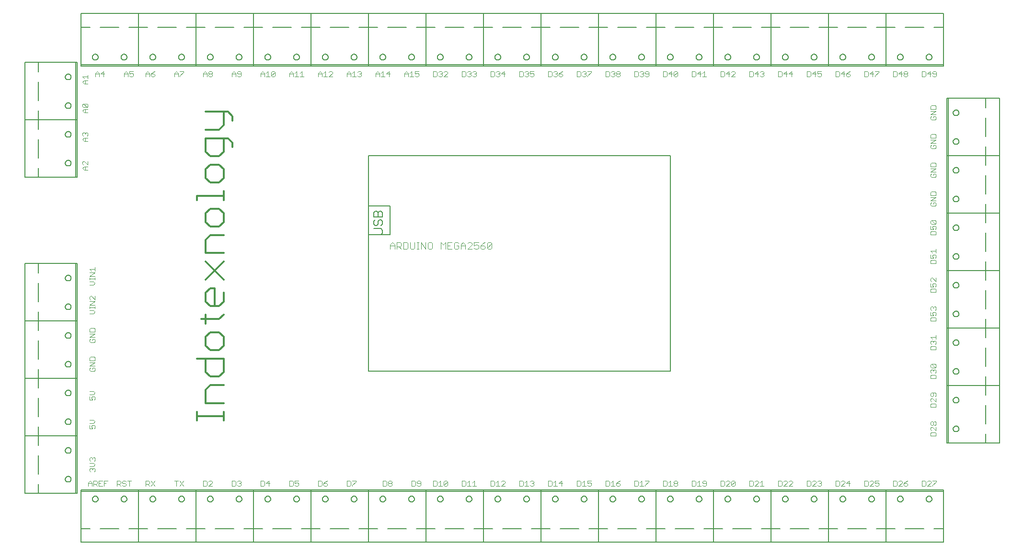
<source format=gto>
G75*
%MOIN*%
%OFA0B0*%
%FSLAX25Y25*%
%IPPOS*%
%LPD*%
%AMOC8*
5,1,8,0,0,1.08239X$1,22.5*
%
%ADD10C,0.01400*%
%ADD11C,0.00300*%
%ADD12C,0.00500*%
%ADD13C,0.00400*%
%ADD14C,0.00600*%
D10*
X0122184Y0111700D02*
X0122184Y0117905D01*
X0122184Y0114803D02*
X0140800Y0114803D01*
X0140800Y0117905D02*
X0140800Y0111700D01*
X0140800Y0123977D02*
X0128389Y0123977D01*
X0128389Y0133285D01*
X0131492Y0136388D01*
X0140800Y0136388D01*
X0137697Y0142393D02*
X0131492Y0142393D01*
X0128389Y0145496D01*
X0128389Y0154803D01*
X0122184Y0154803D02*
X0140800Y0154803D01*
X0140800Y0145496D01*
X0137697Y0142393D01*
X0137697Y0160809D02*
X0131492Y0160809D01*
X0128389Y0163911D01*
X0128389Y0170117D01*
X0131492Y0173219D01*
X0137697Y0173219D01*
X0140800Y0170117D01*
X0140800Y0163911D01*
X0137697Y0160809D01*
X0128389Y0179224D02*
X0128389Y0185430D01*
X0125287Y0182327D02*
X0137697Y0182327D01*
X0140800Y0185430D01*
X0137697Y0191502D02*
X0131492Y0191502D01*
X0128389Y0194604D01*
X0128389Y0200809D01*
X0131492Y0203912D01*
X0134595Y0203912D01*
X0134595Y0191502D01*
X0137697Y0191502D02*
X0140800Y0194604D01*
X0140800Y0200809D01*
X0140800Y0209917D02*
X0128389Y0222328D01*
X0128389Y0228333D02*
X0128389Y0237641D01*
X0131492Y0240744D01*
X0140800Y0240744D01*
X0137697Y0246749D02*
X0131492Y0246749D01*
X0128389Y0249851D01*
X0128389Y0256057D01*
X0131492Y0259159D01*
X0137697Y0259159D01*
X0140800Y0256057D01*
X0140800Y0249851D01*
X0137697Y0246749D01*
X0140800Y0265164D02*
X0140800Y0271370D01*
X0140800Y0268267D02*
X0122184Y0268267D01*
X0122184Y0265164D01*
X0131492Y0277442D02*
X0137697Y0277442D01*
X0140800Y0280544D01*
X0140800Y0286750D01*
X0137697Y0289852D01*
X0131492Y0289852D01*
X0128389Y0286750D01*
X0128389Y0280544D01*
X0131492Y0277442D01*
X0131492Y0295857D02*
X0137697Y0295857D01*
X0140800Y0298960D01*
X0140800Y0308268D01*
X0143903Y0308268D02*
X0147005Y0305165D01*
X0147005Y0302063D01*
X0143903Y0308268D02*
X0128389Y0308268D01*
X0128389Y0298960D01*
X0131492Y0295857D01*
X0128389Y0314273D02*
X0137697Y0314273D01*
X0140800Y0317376D01*
X0140800Y0326684D01*
X0143903Y0326684D02*
X0147005Y0323581D01*
X0147005Y0320478D01*
X0143903Y0326684D02*
X0128389Y0326684D01*
X0128389Y0228333D02*
X0140800Y0228333D01*
X0140800Y0222328D02*
X0128389Y0209917D01*
D11*
X0051350Y0209833D02*
X0051350Y0211068D01*
X0051350Y0210450D02*
X0047647Y0210450D01*
X0047647Y0209833D02*
X0047647Y0211068D01*
X0047647Y0212289D02*
X0051350Y0214757D01*
X0047647Y0214757D01*
X0048881Y0215972D02*
X0047647Y0217206D01*
X0051350Y0217206D01*
X0051350Y0215972D02*
X0051350Y0218440D01*
X0051350Y0212289D02*
X0047647Y0212289D01*
X0047647Y0208619D02*
X0050116Y0208619D01*
X0051350Y0207384D01*
X0050116Y0206150D01*
X0047647Y0206150D01*
X0048264Y0198440D02*
X0047647Y0197823D01*
X0047647Y0196589D01*
X0048264Y0195972D01*
X0047647Y0194757D02*
X0051350Y0194757D01*
X0047647Y0192289D01*
X0051350Y0192289D01*
X0051350Y0191068D02*
X0051350Y0189833D01*
X0051350Y0190450D02*
X0047647Y0190450D01*
X0047647Y0189833D02*
X0047647Y0191068D01*
X0047647Y0188619D02*
X0050116Y0188619D01*
X0051350Y0187384D01*
X0050116Y0186150D01*
X0047647Y0186150D01*
X0048264Y0175985D02*
X0047647Y0175368D01*
X0047647Y0173516D01*
X0051350Y0173516D01*
X0051350Y0175368D01*
X0050733Y0175985D01*
X0048264Y0175985D01*
X0047647Y0172302D02*
X0051350Y0172302D01*
X0047647Y0169833D01*
X0051350Y0169833D01*
X0050733Y0168619D02*
X0049498Y0168619D01*
X0049498Y0167384D01*
X0048264Y0166150D02*
X0047647Y0166767D01*
X0047647Y0168002D01*
X0048264Y0168619D01*
X0050733Y0168619D02*
X0051350Y0168002D01*
X0051350Y0166767D01*
X0050733Y0166150D01*
X0048264Y0166150D01*
X0048264Y0155985D02*
X0047647Y0155368D01*
X0047647Y0153516D01*
X0051350Y0153516D01*
X0051350Y0155368D01*
X0050733Y0155985D01*
X0048264Y0155985D01*
X0047647Y0152302D02*
X0051350Y0152302D01*
X0047647Y0149833D01*
X0051350Y0149833D01*
X0050733Y0148619D02*
X0049498Y0148619D01*
X0049498Y0147384D01*
X0048264Y0146150D02*
X0047647Y0146767D01*
X0047647Y0148002D01*
X0048264Y0148619D01*
X0050733Y0148619D02*
X0051350Y0148002D01*
X0051350Y0146767D01*
X0050733Y0146150D01*
X0048264Y0146150D01*
X0047647Y0132302D02*
X0050116Y0132302D01*
X0051350Y0131068D01*
X0050116Y0129833D01*
X0047647Y0129833D01*
X0047647Y0128619D02*
X0047647Y0126150D01*
X0049498Y0126150D01*
X0048881Y0127384D01*
X0048881Y0128002D01*
X0049498Y0128619D01*
X0050733Y0128619D01*
X0051350Y0128002D01*
X0051350Y0126767D01*
X0050733Y0126150D01*
X0050116Y0112302D02*
X0047647Y0112302D01*
X0050116Y0112302D02*
X0051350Y0111068D01*
X0050116Y0109833D01*
X0047647Y0109833D01*
X0047647Y0108619D02*
X0047647Y0106150D01*
X0049498Y0106150D01*
X0048881Y0107384D01*
X0048881Y0108002D01*
X0049498Y0108619D01*
X0050733Y0108619D01*
X0051350Y0108002D01*
X0051350Y0106767D01*
X0050733Y0106150D01*
X0050733Y0085985D02*
X0051350Y0085368D01*
X0051350Y0084133D01*
X0050733Y0083516D01*
X0050116Y0082302D02*
X0047647Y0082302D01*
X0048264Y0083516D02*
X0047647Y0084133D01*
X0047647Y0085368D01*
X0048264Y0085985D01*
X0048881Y0085985D01*
X0049498Y0085368D01*
X0050116Y0085985D01*
X0050733Y0085985D01*
X0049498Y0085368D02*
X0049498Y0084751D01*
X0050116Y0082302D02*
X0051350Y0081068D01*
X0050116Y0079833D01*
X0047647Y0079833D01*
X0048264Y0078619D02*
X0047647Y0078002D01*
X0047647Y0076767D01*
X0048264Y0076150D01*
X0049498Y0077384D02*
X0049498Y0078002D01*
X0050116Y0078619D01*
X0050733Y0078619D01*
X0051350Y0078002D01*
X0051350Y0076767D01*
X0050733Y0076150D01*
X0049498Y0078002D02*
X0048881Y0078619D01*
X0048264Y0078619D01*
X0047884Y0069853D02*
X0046650Y0068619D01*
X0046650Y0066150D01*
X0046650Y0068002D02*
X0049119Y0068002D01*
X0049119Y0068619D02*
X0049119Y0066150D01*
X0050333Y0066150D02*
X0050333Y0069853D01*
X0052185Y0069853D01*
X0052802Y0069236D01*
X0052802Y0068002D01*
X0052185Y0067384D01*
X0050333Y0067384D01*
X0051568Y0067384D02*
X0052802Y0066150D01*
X0054016Y0066150D02*
X0056485Y0066150D01*
X0057699Y0066150D02*
X0057699Y0069853D01*
X0060168Y0069853D01*
X0058934Y0068002D02*
X0057699Y0068002D01*
X0056485Y0069853D02*
X0054016Y0069853D01*
X0054016Y0066150D01*
X0054016Y0068002D02*
X0055251Y0068002D01*
X0049119Y0068619D02*
X0047884Y0069853D01*
X0066650Y0069853D02*
X0066650Y0066150D01*
X0066650Y0067384D02*
X0068502Y0067384D01*
X0069119Y0068002D01*
X0069119Y0069236D01*
X0068502Y0069853D01*
X0066650Y0069853D01*
X0067884Y0067384D02*
X0069119Y0066150D01*
X0070333Y0066767D02*
X0070950Y0066150D01*
X0072185Y0066150D01*
X0072802Y0066767D01*
X0072802Y0067384D01*
X0072185Y0068002D01*
X0070950Y0068002D01*
X0070333Y0068619D01*
X0070333Y0069236D01*
X0070950Y0069853D01*
X0072185Y0069853D01*
X0072802Y0069236D01*
X0074016Y0069853D02*
X0076485Y0069853D01*
X0075251Y0069853D02*
X0075251Y0066150D01*
X0086650Y0066150D02*
X0086650Y0069853D01*
X0088502Y0069853D01*
X0089119Y0069236D01*
X0089119Y0068002D01*
X0088502Y0067384D01*
X0086650Y0067384D01*
X0087884Y0067384D02*
X0089119Y0066150D01*
X0090333Y0066150D02*
X0092802Y0069853D01*
X0090333Y0069853D02*
X0092802Y0066150D01*
X0106650Y0069853D02*
X0109119Y0069853D01*
X0110333Y0069853D02*
X0112802Y0066150D01*
X0110333Y0066150D02*
X0112802Y0069853D01*
X0107884Y0069853D02*
X0107884Y0066150D01*
X0126650Y0066150D02*
X0128502Y0066150D01*
X0129119Y0066767D01*
X0129119Y0069236D01*
X0128502Y0069853D01*
X0126650Y0069853D01*
X0126650Y0066150D01*
X0130333Y0066150D02*
X0132802Y0068619D01*
X0132802Y0069236D01*
X0132185Y0069853D01*
X0130950Y0069853D01*
X0130333Y0069236D01*
X0130333Y0066150D02*
X0132802Y0066150D01*
X0146650Y0066150D02*
X0148502Y0066150D01*
X0149119Y0066767D01*
X0149119Y0069236D01*
X0148502Y0069853D01*
X0146650Y0069853D01*
X0146650Y0066150D01*
X0150333Y0066767D02*
X0150950Y0066150D01*
X0152185Y0066150D01*
X0152802Y0066767D01*
X0152802Y0067384D01*
X0152185Y0068002D01*
X0151568Y0068002D01*
X0152185Y0068002D02*
X0152802Y0068619D01*
X0152802Y0069236D01*
X0152185Y0069853D01*
X0150950Y0069853D01*
X0150333Y0069236D01*
X0166650Y0069853D02*
X0166650Y0066150D01*
X0168502Y0066150D01*
X0169119Y0066767D01*
X0169119Y0069236D01*
X0168502Y0069853D01*
X0166650Y0069853D01*
X0170333Y0068002D02*
X0172802Y0068002D01*
X0172185Y0069853D02*
X0170333Y0068002D01*
X0172185Y0069853D02*
X0172185Y0066150D01*
X0186650Y0066150D02*
X0188502Y0066150D01*
X0189119Y0066767D01*
X0189119Y0069236D01*
X0188502Y0069853D01*
X0186650Y0069853D01*
X0186650Y0066150D01*
X0190333Y0066767D02*
X0190950Y0066150D01*
X0192185Y0066150D01*
X0192802Y0066767D01*
X0192802Y0068002D01*
X0192185Y0068619D01*
X0191568Y0068619D01*
X0190333Y0068002D01*
X0190333Y0069853D01*
X0192802Y0069853D01*
X0206650Y0069853D02*
X0206650Y0066150D01*
X0208502Y0066150D01*
X0209119Y0066767D01*
X0209119Y0069236D01*
X0208502Y0069853D01*
X0206650Y0069853D01*
X0210333Y0068002D02*
X0212185Y0068002D01*
X0212802Y0067384D01*
X0212802Y0066767D01*
X0212185Y0066150D01*
X0210950Y0066150D01*
X0210333Y0066767D01*
X0210333Y0068002D01*
X0211568Y0069236D01*
X0212802Y0069853D01*
X0226650Y0069853D02*
X0226650Y0066150D01*
X0228502Y0066150D01*
X0229119Y0066767D01*
X0229119Y0069236D01*
X0228502Y0069853D01*
X0226650Y0069853D01*
X0230333Y0069853D02*
X0232802Y0069853D01*
X0232802Y0069236D01*
X0230333Y0066767D01*
X0230333Y0066150D01*
X0251650Y0066150D02*
X0253502Y0066150D01*
X0254119Y0066767D01*
X0254119Y0069236D01*
X0253502Y0069853D01*
X0251650Y0069853D01*
X0251650Y0066150D01*
X0255333Y0066767D02*
X0255333Y0067384D01*
X0255950Y0068002D01*
X0257185Y0068002D01*
X0257802Y0067384D01*
X0257802Y0066767D01*
X0257185Y0066150D01*
X0255950Y0066150D01*
X0255333Y0066767D01*
X0255950Y0068002D02*
X0255333Y0068619D01*
X0255333Y0069236D01*
X0255950Y0069853D01*
X0257185Y0069853D01*
X0257802Y0069236D01*
X0257802Y0068619D01*
X0257185Y0068002D01*
X0271650Y0069853D02*
X0271650Y0066150D01*
X0273502Y0066150D01*
X0274119Y0066767D01*
X0274119Y0069236D01*
X0273502Y0069853D01*
X0271650Y0069853D01*
X0275333Y0069236D02*
X0275333Y0068619D01*
X0275950Y0068002D01*
X0277802Y0068002D01*
X0277802Y0069236D02*
X0277185Y0069853D01*
X0275950Y0069853D01*
X0275333Y0069236D01*
X0275333Y0066767D02*
X0275950Y0066150D01*
X0277185Y0066150D01*
X0277802Y0066767D01*
X0277802Y0069236D01*
X0286650Y0069853D02*
X0286650Y0066150D01*
X0288502Y0066150D01*
X0289119Y0066767D01*
X0289119Y0069236D01*
X0288502Y0069853D01*
X0286650Y0069853D01*
X0290333Y0068619D02*
X0291568Y0069853D01*
X0291568Y0066150D01*
X0292802Y0066150D02*
X0290333Y0066150D01*
X0294016Y0066767D02*
X0296485Y0069236D01*
X0296485Y0066767D01*
X0295868Y0066150D01*
X0294633Y0066150D01*
X0294016Y0066767D01*
X0294016Y0069236D01*
X0294633Y0069853D01*
X0295868Y0069853D01*
X0296485Y0069236D01*
X0306650Y0069853D02*
X0306650Y0066150D01*
X0308502Y0066150D01*
X0309119Y0066767D01*
X0309119Y0069236D01*
X0308502Y0069853D01*
X0306650Y0069853D01*
X0310333Y0068619D02*
X0311568Y0069853D01*
X0311568Y0066150D01*
X0312802Y0066150D02*
X0310333Y0066150D01*
X0314016Y0066150D02*
X0316485Y0066150D01*
X0315251Y0066150D02*
X0315251Y0069853D01*
X0314016Y0068619D01*
X0326650Y0069853D02*
X0326650Y0066150D01*
X0328502Y0066150D01*
X0329119Y0066767D01*
X0329119Y0069236D01*
X0328502Y0069853D01*
X0326650Y0069853D01*
X0330333Y0068619D02*
X0331568Y0069853D01*
X0331568Y0066150D01*
X0332802Y0066150D02*
X0330333Y0066150D01*
X0334016Y0066150D02*
X0336485Y0068619D01*
X0336485Y0069236D01*
X0335868Y0069853D01*
X0334633Y0069853D01*
X0334016Y0069236D01*
X0334016Y0066150D02*
X0336485Y0066150D01*
X0346650Y0066150D02*
X0346650Y0069853D01*
X0348502Y0069853D01*
X0349119Y0069236D01*
X0349119Y0066767D01*
X0348502Y0066150D01*
X0346650Y0066150D01*
X0350333Y0066150D02*
X0352802Y0066150D01*
X0351568Y0066150D02*
X0351568Y0069853D01*
X0350333Y0068619D01*
X0354016Y0069236D02*
X0354633Y0069853D01*
X0355868Y0069853D01*
X0356485Y0069236D01*
X0356485Y0068619D01*
X0355868Y0068002D01*
X0356485Y0067384D01*
X0356485Y0066767D01*
X0355868Y0066150D01*
X0354633Y0066150D01*
X0354016Y0066767D01*
X0355251Y0068002D02*
X0355868Y0068002D01*
X0366650Y0069853D02*
X0366650Y0066150D01*
X0368502Y0066150D01*
X0369119Y0066767D01*
X0369119Y0069236D01*
X0368502Y0069853D01*
X0366650Y0069853D01*
X0370333Y0068619D02*
X0371568Y0069853D01*
X0371568Y0066150D01*
X0372802Y0066150D02*
X0370333Y0066150D01*
X0374016Y0068002D02*
X0376485Y0068002D01*
X0375868Y0069853D02*
X0374016Y0068002D01*
X0375868Y0069853D02*
X0375868Y0066150D01*
X0386650Y0066150D02*
X0386650Y0069853D01*
X0388502Y0069853D01*
X0389119Y0069236D01*
X0389119Y0066767D01*
X0388502Y0066150D01*
X0386650Y0066150D01*
X0390333Y0066150D02*
X0392802Y0066150D01*
X0391568Y0066150D02*
X0391568Y0069853D01*
X0390333Y0068619D01*
X0394016Y0068002D02*
X0395251Y0068619D01*
X0395868Y0068619D01*
X0396485Y0068002D01*
X0396485Y0066767D01*
X0395868Y0066150D01*
X0394633Y0066150D01*
X0394016Y0066767D01*
X0394016Y0068002D02*
X0394016Y0069853D01*
X0396485Y0069853D01*
X0406650Y0069853D02*
X0406650Y0066150D01*
X0408502Y0066150D01*
X0409119Y0066767D01*
X0409119Y0069236D01*
X0408502Y0069853D01*
X0406650Y0069853D01*
X0410333Y0068619D02*
X0411568Y0069853D01*
X0411568Y0066150D01*
X0412802Y0066150D02*
X0410333Y0066150D01*
X0414016Y0066767D02*
X0414633Y0066150D01*
X0415868Y0066150D01*
X0416485Y0066767D01*
X0416485Y0067384D01*
X0415868Y0068002D01*
X0414016Y0068002D01*
X0414016Y0066767D01*
X0414016Y0068002D02*
X0415251Y0069236D01*
X0416485Y0069853D01*
X0426650Y0069853D02*
X0426650Y0066150D01*
X0428502Y0066150D01*
X0429119Y0066767D01*
X0429119Y0069236D01*
X0428502Y0069853D01*
X0426650Y0069853D01*
X0430333Y0068619D02*
X0431568Y0069853D01*
X0431568Y0066150D01*
X0432802Y0066150D02*
X0430333Y0066150D01*
X0434016Y0066150D02*
X0434016Y0066767D01*
X0436485Y0069236D01*
X0436485Y0069853D01*
X0434016Y0069853D01*
X0446650Y0069853D02*
X0446650Y0066150D01*
X0448502Y0066150D01*
X0449119Y0066767D01*
X0449119Y0069236D01*
X0448502Y0069853D01*
X0446650Y0069853D01*
X0450333Y0068619D02*
X0451568Y0069853D01*
X0451568Y0066150D01*
X0452802Y0066150D02*
X0450333Y0066150D01*
X0454016Y0066767D02*
X0454016Y0067384D01*
X0454633Y0068002D01*
X0455868Y0068002D01*
X0456485Y0067384D01*
X0456485Y0066767D01*
X0455868Y0066150D01*
X0454633Y0066150D01*
X0454016Y0066767D01*
X0454633Y0068002D02*
X0454016Y0068619D01*
X0454016Y0069236D01*
X0454633Y0069853D01*
X0455868Y0069853D01*
X0456485Y0069236D01*
X0456485Y0068619D01*
X0455868Y0068002D01*
X0466650Y0069853D02*
X0466650Y0066150D01*
X0468502Y0066150D01*
X0469119Y0066767D01*
X0469119Y0069236D01*
X0468502Y0069853D01*
X0466650Y0069853D01*
X0470333Y0068619D02*
X0471568Y0069853D01*
X0471568Y0066150D01*
X0472802Y0066150D02*
X0470333Y0066150D01*
X0474016Y0066767D02*
X0474633Y0066150D01*
X0475868Y0066150D01*
X0476485Y0066767D01*
X0476485Y0069236D01*
X0475868Y0069853D01*
X0474633Y0069853D01*
X0474016Y0069236D01*
X0474016Y0068619D01*
X0474633Y0068002D01*
X0476485Y0068002D01*
X0486650Y0069853D02*
X0486650Y0066150D01*
X0488502Y0066150D01*
X0489119Y0066767D01*
X0489119Y0069236D01*
X0488502Y0069853D01*
X0486650Y0069853D01*
X0490333Y0069236D02*
X0490950Y0069853D01*
X0492185Y0069853D01*
X0492802Y0069236D01*
X0492802Y0068619D01*
X0490333Y0066150D01*
X0492802Y0066150D01*
X0494016Y0066767D02*
X0496485Y0069236D01*
X0496485Y0066767D01*
X0495868Y0066150D01*
X0494633Y0066150D01*
X0494016Y0066767D01*
X0494016Y0069236D01*
X0494633Y0069853D01*
X0495868Y0069853D01*
X0496485Y0069236D01*
X0506650Y0069853D02*
X0506650Y0066150D01*
X0508502Y0066150D01*
X0509119Y0066767D01*
X0509119Y0069236D01*
X0508502Y0069853D01*
X0506650Y0069853D01*
X0510333Y0069236D02*
X0510950Y0069853D01*
X0512185Y0069853D01*
X0512802Y0069236D01*
X0512802Y0068619D01*
X0510333Y0066150D01*
X0512802Y0066150D01*
X0514016Y0066150D02*
X0516485Y0066150D01*
X0515251Y0066150D02*
X0515251Y0069853D01*
X0514016Y0068619D01*
X0526650Y0069853D02*
X0526650Y0066150D01*
X0528502Y0066150D01*
X0529119Y0066767D01*
X0529119Y0069236D01*
X0528502Y0069853D01*
X0526650Y0069853D01*
X0530333Y0069236D02*
X0530950Y0069853D01*
X0532185Y0069853D01*
X0532802Y0069236D01*
X0532802Y0068619D01*
X0530333Y0066150D01*
X0532802Y0066150D01*
X0534016Y0066150D02*
X0536485Y0068619D01*
X0536485Y0069236D01*
X0535868Y0069853D01*
X0534633Y0069853D01*
X0534016Y0069236D01*
X0534016Y0066150D02*
X0536485Y0066150D01*
X0546650Y0066150D02*
X0548502Y0066150D01*
X0549119Y0066767D01*
X0549119Y0069236D01*
X0548502Y0069853D01*
X0546650Y0069853D01*
X0546650Y0066150D01*
X0550333Y0066150D02*
X0552802Y0068619D01*
X0552802Y0069236D01*
X0552185Y0069853D01*
X0550950Y0069853D01*
X0550333Y0069236D01*
X0550333Y0066150D02*
X0552802Y0066150D01*
X0554016Y0066767D02*
X0554633Y0066150D01*
X0555868Y0066150D01*
X0556485Y0066767D01*
X0556485Y0067384D01*
X0555868Y0068002D01*
X0555251Y0068002D01*
X0555868Y0068002D02*
X0556485Y0068619D01*
X0556485Y0069236D01*
X0555868Y0069853D01*
X0554633Y0069853D01*
X0554016Y0069236D01*
X0566650Y0069853D02*
X0566650Y0066150D01*
X0568502Y0066150D01*
X0569119Y0066767D01*
X0569119Y0069236D01*
X0568502Y0069853D01*
X0566650Y0069853D01*
X0570333Y0069236D02*
X0570950Y0069853D01*
X0572185Y0069853D01*
X0572802Y0069236D01*
X0572802Y0068619D01*
X0570333Y0066150D01*
X0572802Y0066150D01*
X0574016Y0068002D02*
X0576485Y0068002D01*
X0575868Y0069853D02*
X0574016Y0068002D01*
X0575868Y0069853D02*
X0575868Y0066150D01*
X0586650Y0066150D02*
X0586650Y0069853D01*
X0588502Y0069853D01*
X0589119Y0069236D01*
X0589119Y0066767D01*
X0588502Y0066150D01*
X0586650Y0066150D01*
X0590333Y0066150D02*
X0592802Y0068619D01*
X0592802Y0069236D01*
X0592185Y0069853D01*
X0590950Y0069853D01*
X0590333Y0069236D01*
X0590333Y0066150D02*
X0592802Y0066150D01*
X0594016Y0066767D02*
X0594633Y0066150D01*
X0595868Y0066150D01*
X0596485Y0066767D01*
X0596485Y0068002D01*
X0595868Y0068619D01*
X0595251Y0068619D01*
X0594016Y0068002D01*
X0594016Y0069853D01*
X0596485Y0069853D01*
X0606650Y0069853D02*
X0606650Y0066150D01*
X0608502Y0066150D01*
X0609119Y0066767D01*
X0609119Y0069236D01*
X0608502Y0069853D01*
X0606650Y0069853D01*
X0610333Y0069236D02*
X0610950Y0069853D01*
X0612185Y0069853D01*
X0612802Y0069236D01*
X0612802Y0068619D01*
X0610333Y0066150D01*
X0612802Y0066150D01*
X0614016Y0066767D02*
X0614633Y0066150D01*
X0615868Y0066150D01*
X0616485Y0066767D01*
X0616485Y0067384D01*
X0615868Y0068002D01*
X0614016Y0068002D01*
X0614016Y0066767D01*
X0614016Y0068002D02*
X0615251Y0069236D01*
X0616485Y0069853D01*
X0626650Y0069853D02*
X0626650Y0066150D01*
X0628502Y0066150D01*
X0629119Y0066767D01*
X0629119Y0069236D01*
X0628502Y0069853D01*
X0626650Y0069853D01*
X0630333Y0069236D02*
X0630950Y0069853D01*
X0632185Y0069853D01*
X0632802Y0069236D01*
X0632802Y0068619D01*
X0630333Y0066150D01*
X0632802Y0066150D01*
X0634016Y0066150D02*
X0634016Y0066767D01*
X0636485Y0069236D01*
X0636485Y0069853D01*
X0634016Y0069853D01*
X0632647Y0101150D02*
X0632647Y0103002D01*
X0633264Y0103619D01*
X0635733Y0103619D01*
X0636350Y0103002D01*
X0636350Y0101150D01*
X0632647Y0101150D01*
X0633264Y0104833D02*
X0632647Y0105450D01*
X0632647Y0106685D01*
X0633264Y0107302D01*
X0633881Y0107302D01*
X0636350Y0104833D01*
X0636350Y0107302D01*
X0635733Y0108516D02*
X0635116Y0108516D01*
X0634498Y0109133D01*
X0634498Y0110368D01*
X0635116Y0110985D01*
X0635733Y0110985D01*
X0636350Y0110368D01*
X0636350Y0109133D01*
X0635733Y0108516D01*
X0634498Y0109133D02*
X0633881Y0108516D01*
X0633264Y0108516D01*
X0632647Y0109133D01*
X0632647Y0110368D01*
X0633264Y0110985D01*
X0633881Y0110985D01*
X0634498Y0110368D01*
X0632647Y0121150D02*
X0632647Y0123002D01*
X0633264Y0123619D01*
X0635733Y0123619D01*
X0636350Y0123002D01*
X0636350Y0121150D01*
X0632647Y0121150D01*
X0633264Y0124833D02*
X0632647Y0125450D01*
X0632647Y0126685D01*
X0633264Y0127302D01*
X0633881Y0127302D01*
X0636350Y0124833D01*
X0636350Y0127302D01*
X0635733Y0128516D02*
X0636350Y0129133D01*
X0636350Y0130368D01*
X0635733Y0130985D01*
X0633264Y0130985D01*
X0632647Y0130368D01*
X0632647Y0129133D01*
X0633264Y0128516D01*
X0633881Y0128516D01*
X0634498Y0129133D01*
X0634498Y0130985D01*
X0632647Y0141150D02*
X0632647Y0143002D01*
X0633264Y0143619D01*
X0635733Y0143619D01*
X0636350Y0143002D01*
X0636350Y0141150D01*
X0632647Y0141150D01*
X0633264Y0144833D02*
X0632647Y0145450D01*
X0632647Y0146685D01*
X0633264Y0147302D01*
X0633881Y0147302D01*
X0634498Y0146685D01*
X0635116Y0147302D01*
X0635733Y0147302D01*
X0636350Y0146685D01*
X0636350Y0145450D01*
X0635733Y0144833D01*
X0634498Y0146068D02*
X0634498Y0146685D01*
X0633264Y0148516D02*
X0632647Y0149133D01*
X0632647Y0150368D01*
X0633264Y0150985D01*
X0635733Y0148516D01*
X0636350Y0149133D01*
X0636350Y0150368D01*
X0635733Y0150985D01*
X0633264Y0150985D01*
X0633264Y0148516D02*
X0635733Y0148516D01*
X0636350Y0161150D02*
X0632647Y0161150D01*
X0632647Y0163002D01*
X0633264Y0163619D01*
X0635733Y0163619D01*
X0636350Y0163002D01*
X0636350Y0161150D01*
X0635733Y0164833D02*
X0636350Y0165450D01*
X0636350Y0166685D01*
X0635733Y0167302D01*
X0635116Y0167302D01*
X0634498Y0166685D01*
X0634498Y0166068D01*
X0634498Y0166685D02*
X0633881Y0167302D01*
X0633264Y0167302D01*
X0632647Y0166685D01*
X0632647Y0165450D01*
X0633264Y0164833D01*
X0633881Y0168516D02*
X0632647Y0169751D01*
X0636350Y0169751D01*
X0636350Y0170985D02*
X0636350Y0168516D01*
X0636350Y0181150D02*
X0632647Y0181150D01*
X0632647Y0183002D01*
X0633264Y0183619D01*
X0635733Y0183619D01*
X0636350Y0183002D01*
X0636350Y0181150D01*
X0635733Y0184833D02*
X0636350Y0185450D01*
X0636350Y0186685D01*
X0635733Y0187302D01*
X0634498Y0187302D01*
X0633881Y0186685D01*
X0633881Y0186068D01*
X0634498Y0184833D01*
X0632647Y0184833D01*
X0632647Y0187302D01*
X0633264Y0188516D02*
X0632647Y0189133D01*
X0632647Y0190368D01*
X0633264Y0190985D01*
X0633881Y0190985D01*
X0634498Y0190368D01*
X0635116Y0190985D01*
X0635733Y0190985D01*
X0636350Y0190368D01*
X0636350Y0189133D01*
X0635733Y0188516D01*
X0634498Y0189751D02*
X0634498Y0190368D01*
X0632647Y0201150D02*
X0632647Y0203002D01*
X0633264Y0203619D01*
X0635733Y0203619D01*
X0636350Y0203002D01*
X0636350Y0201150D01*
X0632647Y0201150D01*
X0632647Y0204833D02*
X0634498Y0204833D01*
X0633881Y0206068D01*
X0633881Y0206685D01*
X0634498Y0207302D01*
X0635733Y0207302D01*
X0636350Y0206685D01*
X0636350Y0205450D01*
X0635733Y0204833D01*
X0632647Y0204833D02*
X0632647Y0207302D01*
X0633264Y0208516D02*
X0632647Y0209133D01*
X0632647Y0210368D01*
X0633264Y0210985D01*
X0633881Y0210985D01*
X0636350Y0208516D01*
X0636350Y0210985D01*
X0636350Y0221150D02*
X0632647Y0221150D01*
X0632647Y0223002D01*
X0633264Y0223619D01*
X0635733Y0223619D01*
X0636350Y0223002D01*
X0636350Y0221150D01*
X0635733Y0224833D02*
X0636350Y0225450D01*
X0636350Y0226685D01*
X0635733Y0227302D01*
X0634498Y0227302D01*
X0633881Y0226685D01*
X0633881Y0226068D01*
X0634498Y0224833D01*
X0632647Y0224833D01*
X0632647Y0227302D01*
X0633881Y0228516D02*
X0632647Y0229751D01*
X0636350Y0229751D01*
X0636350Y0230985D02*
X0636350Y0228516D01*
X0636350Y0241150D02*
X0632647Y0241150D01*
X0632647Y0243002D01*
X0633264Y0243619D01*
X0635733Y0243619D01*
X0636350Y0243002D01*
X0636350Y0241150D01*
X0635733Y0244833D02*
X0636350Y0245450D01*
X0636350Y0246685D01*
X0635733Y0247302D01*
X0634498Y0247302D01*
X0633881Y0246685D01*
X0633881Y0246068D01*
X0634498Y0244833D01*
X0632647Y0244833D01*
X0632647Y0247302D01*
X0633264Y0248516D02*
X0632647Y0249133D01*
X0632647Y0250368D01*
X0633264Y0250985D01*
X0635733Y0248516D01*
X0636350Y0249133D01*
X0636350Y0250368D01*
X0635733Y0250985D01*
X0633264Y0250985D01*
X0633264Y0248516D02*
X0635733Y0248516D01*
X0635733Y0261150D02*
X0633264Y0261150D01*
X0632647Y0261767D01*
X0632647Y0263002D01*
X0633264Y0263619D01*
X0634498Y0263619D02*
X0634498Y0262384D01*
X0634498Y0263619D02*
X0635733Y0263619D01*
X0636350Y0263002D01*
X0636350Y0261767D01*
X0635733Y0261150D01*
X0636350Y0264833D02*
X0632647Y0264833D01*
X0636350Y0267302D01*
X0632647Y0267302D01*
X0632647Y0268516D02*
X0632647Y0270368D01*
X0633264Y0270985D01*
X0635733Y0270985D01*
X0636350Y0270368D01*
X0636350Y0268516D01*
X0632647Y0268516D01*
X0633264Y0281150D02*
X0635733Y0281150D01*
X0636350Y0281767D01*
X0636350Y0283002D01*
X0635733Y0283619D01*
X0634498Y0283619D01*
X0634498Y0282384D01*
X0633264Y0281150D02*
X0632647Y0281767D01*
X0632647Y0283002D01*
X0633264Y0283619D01*
X0632647Y0284833D02*
X0636350Y0287302D01*
X0632647Y0287302D01*
X0632647Y0288516D02*
X0632647Y0290368D01*
X0633264Y0290985D01*
X0635733Y0290985D01*
X0636350Y0290368D01*
X0636350Y0288516D01*
X0632647Y0288516D01*
X0632647Y0284833D02*
X0636350Y0284833D01*
X0635733Y0301150D02*
X0633264Y0301150D01*
X0632647Y0301767D01*
X0632647Y0303002D01*
X0633264Y0303619D01*
X0634498Y0303619D02*
X0634498Y0302384D01*
X0634498Y0303619D02*
X0635733Y0303619D01*
X0636350Y0303002D01*
X0636350Y0301767D01*
X0635733Y0301150D01*
X0636350Y0304833D02*
X0632647Y0304833D01*
X0636350Y0307302D01*
X0632647Y0307302D01*
X0632647Y0308516D02*
X0632647Y0310368D01*
X0633264Y0310985D01*
X0635733Y0310985D01*
X0636350Y0310368D01*
X0636350Y0308516D01*
X0632647Y0308516D01*
X0633264Y0321150D02*
X0635733Y0321150D01*
X0636350Y0321767D01*
X0636350Y0323002D01*
X0635733Y0323619D01*
X0634498Y0323619D01*
X0634498Y0322384D01*
X0633264Y0321150D02*
X0632647Y0321767D01*
X0632647Y0323002D01*
X0633264Y0323619D01*
X0632647Y0324833D02*
X0636350Y0327302D01*
X0632647Y0327302D01*
X0632647Y0328516D02*
X0632647Y0330368D01*
X0633264Y0330985D01*
X0635733Y0330985D01*
X0636350Y0330368D01*
X0636350Y0328516D01*
X0632647Y0328516D01*
X0632647Y0324833D02*
X0636350Y0324833D01*
X0635868Y0351150D02*
X0634633Y0351150D01*
X0634016Y0351767D01*
X0634633Y0353002D02*
X0636485Y0353002D01*
X0636485Y0354236D02*
X0636485Y0351767D01*
X0635868Y0351150D01*
X0634633Y0353002D02*
X0634016Y0353619D01*
X0634016Y0354236D01*
X0634633Y0354853D01*
X0635868Y0354853D01*
X0636485Y0354236D01*
X0632802Y0353002D02*
X0630333Y0353002D01*
X0632185Y0354853D01*
X0632185Y0351150D01*
X0629119Y0351767D02*
X0629119Y0354236D01*
X0628502Y0354853D01*
X0626650Y0354853D01*
X0626650Y0351150D01*
X0628502Y0351150D01*
X0629119Y0351767D01*
X0616485Y0351767D02*
X0615868Y0351150D01*
X0614633Y0351150D01*
X0614016Y0351767D01*
X0614016Y0352384D01*
X0614633Y0353002D01*
X0615868Y0353002D01*
X0616485Y0352384D01*
X0616485Y0351767D01*
X0615868Y0353002D02*
X0616485Y0353619D01*
X0616485Y0354236D01*
X0615868Y0354853D01*
X0614633Y0354853D01*
X0614016Y0354236D01*
X0614016Y0353619D01*
X0614633Y0353002D01*
X0612802Y0353002D02*
X0610333Y0353002D01*
X0612185Y0354853D01*
X0612185Y0351150D01*
X0609119Y0351767D02*
X0609119Y0354236D01*
X0608502Y0354853D01*
X0606650Y0354853D01*
X0606650Y0351150D01*
X0608502Y0351150D01*
X0609119Y0351767D01*
X0596485Y0354236D02*
X0594016Y0351767D01*
X0594016Y0351150D01*
X0592185Y0351150D02*
X0592185Y0354853D01*
X0590333Y0353002D01*
X0592802Y0353002D01*
X0594016Y0354853D02*
X0596485Y0354853D01*
X0596485Y0354236D01*
X0589119Y0354236D02*
X0589119Y0351767D01*
X0588502Y0351150D01*
X0586650Y0351150D01*
X0586650Y0354853D01*
X0588502Y0354853D01*
X0589119Y0354236D01*
X0576485Y0354853D02*
X0575251Y0354236D01*
X0574016Y0353002D01*
X0575868Y0353002D01*
X0576485Y0352384D01*
X0576485Y0351767D01*
X0575868Y0351150D01*
X0574633Y0351150D01*
X0574016Y0351767D01*
X0574016Y0353002D01*
X0572802Y0353002D02*
X0570333Y0353002D01*
X0572185Y0354853D01*
X0572185Y0351150D01*
X0569119Y0351767D02*
X0569119Y0354236D01*
X0568502Y0354853D01*
X0566650Y0354853D01*
X0566650Y0351150D01*
X0568502Y0351150D01*
X0569119Y0351767D01*
X0556485Y0351767D02*
X0555868Y0351150D01*
X0554633Y0351150D01*
X0554016Y0351767D01*
X0554016Y0353002D02*
X0555251Y0353619D01*
X0555868Y0353619D01*
X0556485Y0353002D01*
X0556485Y0351767D01*
X0554016Y0353002D02*
X0554016Y0354853D01*
X0556485Y0354853D01*
X0552802Y0353002D02*
X0550333Y0353002D01*
X0552185Y0354853D01*
X0552185Y0351150D01*
X0549119Y0351767D02*
X0549119Y0354236D01*
X0548502Y0354853D01*
X0546650Y0354853D01*
X0546650Y0351150D01*
X0548502Y0351150D01*
X0549119Y0351767D01*
X0536485Y0353002D02*
X0534016Y0353002D01*
X0535868Y0354853D01*
X0535868Y0351150D01*
X0532802Y0353002D02*
X0530333Y0353002D01*
X0532185Y0354853D01*
X0532185Y0351150D01*
X0529119Y0351767D02*
X0529119Y0354236D01*
X0528502Y0354853D01*
X0526650Y0354853D01*
X0526650Y0351150D01*
X0528502Y0351150D01*
X0529119Y0351767D01*
X0516485Y0351767D02*
X0515868Y0351150D01*
X0514633Y0351150D01*
X0514016Y0351767D01*
X0512802Y0353002D02*
X0510333Y0353002D01*
X0512185Y0354853D01*
X0512185Y0351150D01*
X0509119Y0351767D02*
X0509119Y0354236D01*
X0508502Y0354853D01*
X0506650Y0354853D01*
X0506650Y0351150D01*
X0508502Y0351150D01*
X0509119Y0351767D01*
X0514016Y0354236D02*
X0514633Y0354853D01*
X0515868Y0354853D01*
X0516485Y0354236D01*
X0516485Y0353619D01*
X0515868Y0353002D01*
X0516485Y0352384D01*
X0516485Y0351767D01*
X0515868Y0353002D02*
X0515251Y0353002D01*
X0496485Y0353619D02*
X0496485Y0354236D01*
X0495868Y0354853D01*
X0494633Y0354853D01*
X0494016Y0354236D01*
X0492802Y0353002D02*
X0490333Y0353002D01*
X0492185Y0354853D01*
X0492185Y0351150D01*
X0494016Y0351150D02*
X0496485Y0353619D01*
X0496485Y0351150D02*
X0494016Y0351150D01*
X0489119Y0351767D02*
X0489119Y0354236D01*
X0488502Y0354853D01*
X0486650Y0354853D01*
X0486650Y0351150D01*
X0488502Y0351150D01*
X0489119Y0351767D01*
X0476485Y0351150D02*
X0474016Y0351150D01*
X0475251Y0351150D02*
X0475251Y0354853D01*
X0474016Y0353619D01*
X0472802Y0353002D02*
X0470333Y0353002D01*
X0472185Y0354853D01*
X0472185Y0351150D01*
X0469119Y0351767D02*
X0469119Y0354236D01*
X0468502Y0354853D01*
X0466650Y0354853D01*
X0466650Y0351150D01*
X0468502Y0351150D01*
X0469119Y0351767D01*
X0456485Y0351767D02*
X0455868Y0351150D01*
X0454633Y0351150D01*
X0454016Y0351767D01*
X0456485Y0354236D01*
X0456485Y0351767D01*
X0454016Y0351767D02*
X0454016Y0354236D01*
X0454633Y0354853D01*
X0455868Y0354853D01*
X0456485Y0354236D01*
X0452802Y0353002D02*
X0450333Y0353002D01*
X0452185Y0354853D01*
X0452185Y0351150D01*
X0449119Y0351767D02*
X0449119Y0354236D01*
X0448502Y0354853D01*
X0446650Y0354853D01*
X0446650Y0351150D01*
X0448502Y0351150D01*
X0449119Y0351767D01*
X0436485Y0351767D02*
X0436485Y0354236D01*
X0435868Y0354853D01*
X0434633Y0354853D01*
X0434016Y0354236D01*
X0434016Y0353619D01*
X0434633Y0353002D01*
X0436485Y0353002D01*
X0436485Y0351767D02*
X0435868Y0351150D01*
X0434633Y0351150D01*
X0434016Y0351767D01*
X0432802Y0351767D02*
X0432185Y0351150D01*
X0430950Y0351150D01*
X0430333Y0351767D01*
X0429119Y0351767D02*
X0429119Y0354236D01*
X0428502Y0354853D01*
X0426650Y0354853D01*
X0426650Y0351150D01*
X0428502Y0351150D01*
X0429119Y0351767D01*
X0431568Y0353002D02*
X0432185Y0353002D01*
X0432802Y0352384D01*
X0432802Y0351767D01*
X0432185Y0353002D02*
X0432802Y0353619D01*
X0432802Y0354236D01*
X0432185Y0354853D01*
X0430950Y0354853D01*
X0430333Y0354236D01*
X0416485Y0354236D02*
X0416485Y0353619D01*
X0415868Y0353002D01*
X0414633Y0353002D01*
X0414016Y0353619D01*
X0414016Y0354236D01*
X0414633Y0354853D01*
X0415868Y0354853D01*
X0416485Y0354236D01*
X0415868Y0353002D02*
X0416485Y0352384D01*
X0416485Y0351767D01*
X0415868Y0351150D01*
X0414633Y0351150D01*
X0414016Y0351767D01*
X0414016Y0352384D01*
X0414633Y0353002D01*
X0412802Y0353619D02*
X0412185Y0353002D01*
X0412802Y0352384D01*
X0412802Y0351767D01*
X0412185Y0351150D01*
X0410950Y0351150D01*
X0410333Y0351767D01*
X0409119Y0351767D02*
X0409119Y0354236D01*
X0408502Y0354853D01*
X0406650Y0354853D01*
X0406650Y0351150D01*
X0408502Y0351150D01*
X0409119Y0351767D01*
X0411568Y0353002D02*
X0412185Y0353002D01*
X0412802Y0353619D02*
X0412802Y0354236D01*
X0412185Y0354853D01*
X0410950Y0354853D01*
X0410333Y0354236D01*
X0396485Y0354236D02*
X0394016Y0351767D01*
X0394016Y0351150D01*
X0392802Y0351767D02*
X0392185Y0351150D01*
X0390950Y0351150D01*
X0390333Y0351767D01*
X0389119Y0351767D02*
X0389119Y0354236D01*
X0388502Y0354853D01*
X0386650Y0354853D01*
X0386650Y0351150D01*
X0388502Y0351150D01*
X0389119Y0351767D01*
X0391568Y0353002D02*
X0392185Y0353002D01*
X0392802Y0352384D01*
X0392802Y0351767D01*
X0392185Y0353002D02*
X0392802Y0353619D01*
X0392802Y0354236D01*
X0392185Y0354853D01*
X0390950Y0354853D01*
X0390333Y0354236D01*
X0394016Y0354853D02*
X0396485Y0354853D01*
X0396485Y0354236D01*
X0376485Y0354853D02*
X0375251Y0354236D01*
X0374016Y0353002D01*
X0375868Y0353002D01*
X0376485Y0352384D01*
X0376485Y0351767D01*
X0375868Y0351150D01*
X0374633Y0351150D01*
X0374016Y0351767D01*
X0374016Y0353002D01*
X0372802Y0353619D02*
X0372185Y0353002D01*
X0372802Y0352384D01*
X0372802Y0351767D01*
X0372185Y0351150D01*
X0370950Y0351150D01*
X0370333Y0351767D01*
X0369119Y0351767D02*
X0369119Y0354236D01*
X0368502Y0354853D01*
X0366650Y0354853D01*
X0366650Y0351150D01*
X0368502Y0351150D01*
X0369119Y0351767D01*
X0371568Y0353002D02*
X0372185Y0353002D01*
X0372802Y0353619D02*
X0372802Y0354236D01*
X0372185Y0354853D01*
X0370950Y0354853D01*
X0370333Y0354236D01*
X0356485Y0354853D02*
X0354016Y0354853D01*
X0354016Y0353002D01*
X0355251Y0353619D01*
X0355868Y0353619D01*
X0356485Y0353002D01*
X0356485Y0351767D01*
X0355868Y0351150D01*
X0354633Y0351150D01*
X0354016Y0351767D01*
X0352802Y0351767D02*
X0352185Y0351150D01*
X0350950Y0351150D01*
X0350333Y0351767D01*
X0349119Y0351767D02*
X0349119Y0354236D01*
X0348502Y0354853D01*
X0346650Y0354853D01*
X0346650Y0351150D01*
X0348502Y0351150D01*
X0349119Y0351767D01*
X0351568Y0353002D02*
X0352185Y0353002D01*
X0352802Y0352384D01*
X0352802Y0351767D01*
X0352185Y0353002D02*
X0352802Y0353619D01*
X0352802Y0354236D01*
X0352185Y0354853D01*
X0350950Y0354853D01*
X0350333Y0354236D01*
X0336485Y0353002D02*
X0334016Y0353002D01*
X0335868Y0354853D01*
X0335868Y0351150D01*
X0332802Y0351767D02*
X0332185Y0351150D01*
X0330950Y0351150D01*
X0330333Y0351767D01*
X0329119Y0351767D02*
X0329119Y0354236D01*
X0328502Y0354853D01*
X0326650Y0354853D01*
X0326650Y0351150D01*
X0328502Y0351150D01*
X0329119Y0351767D01*
X0331568Y0353002D02*
X0332185Y0353002D01*
X0332802Y0352384D01*
X0332802Y0351767D01*
X0332185Y0353002D02*
X0332802Y0353619D01*
X0332802Y0354236D01*
X0332185Y0354853D01*
X0330950Y0354853D01*
X0330333Y0354236D01*
X0316485Y0354236D02*
X0316485Y0353619D01*
X0315868Y0353002D01*
X0316485Y0352384D01*
X0316485Y0351767D01*
X0315868Y0351150D01*
X0314633Y0351150D01*
X0314016Y0351767D01*
X0312802Y0351767D02*
X0312185Y0351150D01*
X0310950Y0351150D01*
X0310333Y0351767D01*
X0309119Y0351767D02*
X0309119Y0354236D01*
X0308502Y0354853D01*
X0306650Y0354853D01*
X0306650Y0351150D01*
X0308502Y0351150D01*
X0309119Y0351767D01*
X0311568Y0353002D02*
X0312185Y0353002D01*
X0312802Y0352384D01*
X0312802Y0351767D01*
X0312185Y0353002D02*
X0312802Y0353619D01*
X0312802Y0354236D01*
X0312185Y0354853D01*
X0310950Y0354853D01*
X0310333Y0354236D01*
X0314016Y0354236D02*
X0314633Y0354853D01*
X0315868Y0354853D01*
X0316485Y0354236D01*
X0315868Y0353002D02*
X0315251Y0353002D01*
X0296485Y0353619D02*
X0296485Y0354236D01*
X0295868Y0354853D01*
X0294633Y0354853D01*
X0294016Y0354236D01*
X0292802Y0354236D02*
X0292802Y0353619D01*
X0292185Y0353002D01*
X0292802Y0352384D01*
X0292802Y0351767D01*
X0292185Y0351150D01*
X0290950Y0351150D01*
X0290333Y0351767D01*
X0289119Y0351767D02*
X0289119Y0354236D01*
X0288502Y0354853D01*
X0286650Y0354853D01*
X0286650Y0351150D01*
X0288502Y0351150D01*
X0289119Y0351767D01*
X0291568Y0353002D02*
X0292185Y0353002D01*
X0292802Y0354236D02*
X0292185Y0354853D01*
X0290950Y0354853D01*
X0290333Y0354236D01*
X0294016Y0351150D02*
X0296485Y0353619D01*
X0296485Y0351150D02*
X0294016Y0351150D01*
X0276485Y0351767D02*
X0275868Y0351150D01*
X0274633Y0351150D01*
X0274016Y0351767D01*
X0274016Y0353002D02*
X0275251Y0353619D01*
X0275868Y0353619D01*
X0276485Y0353002D01*
X0276485Y0351767D01*
X0274016Y0353002D02*
X0274016Y0354853D01*
X0276485Y0354853D01*
X0271568Y0354853D02*
X0271568Y0351150D01*
X0272802Y0351150D02*
X0270333Y0351150D01*
X0269119Y0351150D02*
X0269119Y0353619D01*
X0267884Y0354853D01*
X0266650Y0353619D01*
X0266650Y0351150D01*
X0266650Y0353002D02*
X0269119Y0353002D01*
X0270333Y0353619D02*
X0271568Y0354853D01*
X0256485Y0353002D02*
X0254016Y0353002D01*
X0255868Y0354853D01*
X0255868Y0351150D01*
X0252802Y0351150D02*
X0250333Y0351150D01*
X0249119Y0351150D02*
X0249119Y0353619D01*
X0247884Y0354853D01*
X0246650Y0353619D01*
X0246650Y0351150D01*
X0246650Y0353002D02*
X0249119Y0353002D01*
X0250333Y0353619D02*
X0251568Y0354853D01*
X0251568Y0351150D01*
X0236485Y0351767D02*
X0235868Y0351150D01*
X0234633Y0351150D01*
X0234016Y0351767D01*
X0232802Y0351150D02*
X0230333Y0351150D01*
X0229119Y0351150D02*
X0229119Y0353619D01*
X0227884Y0354853D01*
X0226650Y0353619D01*
X0226650Y0351150D01*
X0226650Y0353002D02*
X0229119Y0353002D01*
X0230333Y0353619D02*
X0231568Y0354853D01*
X0231568Y0351150D01*
X0234016Y0354236D02*
X0234633Y0354853D01*
X0235868Y0354853D01*
X0236485Y0354236D01*
X0236485Y0353619D01*
X0235868Y0353002D01*
X0236485Y0352384D01*
X0236485Y0351767D01*
X0235868Y0353002D02*
X0235251Y0353002D01*
X0216485Y0353619D02*
X0216485Y0354236D01*
X0215868Y0354853D01*
X0214633Y0354853D01*
X0214016Y0354236D01*
X0211568Y0354853D02*
X0211568Y0351150D01*
X0212802Y0351150D02*
X0210333Y0351150D01*
X0209119Y0351150D02*
X0209119Y0353619D01*
X0207884Y0354853D01*
X0206650Y0353619D01*
X0206650Y0351150D01*
X0206650Y0353002D02*
X0209119Y0353002D01*
X0210333Y0353619D02*
X0211568Y0354853D01*
X0214016Y0351150D02*
X0216485Y0353619D01*
X0216485Y0351150D02*
X0214016Y0351150D01*
X0196485Y0351150D02*
X0194016Y0351150D01*
X0192802Y0351150D02*
X0190333Y0351150D01*
X0189119Y0351150D02*
X0189119Y0353619D01*
X0187884Y0354853D01*
X0186650Y0353619D01*
X0186650Y0351150D01*
X0186650Y0353002D02*
X0189119Y0353002D01*
X0190333Y0353619D02*
X0191568Y0354853D01*
X0191568Y0351150D01*
X0194016Y0353619D02*
X0195251Y0354853D01*
X0195251Y0351150D01*
X0176485Y0351767D02*
X0175868Y0351150D01*
X0174633Y0351150D01*
X0174016Y0351767D01*
X0176485Y0354236D01*
X0176485Y0351767D01*
X0174016Y0351767D02*
X0174016Y0354236D01*
X0174633Y0354853D01*
X0175868Y0354853D01*
X0176485Y0354236D01*
X0172802Y0351150D02*
X0170333Y0351150D01*
X0169119Y0351150D02*
X0169119Y0353619D01*
X0167884Y0354853D01*
X0166650Y0353619D01*
X0166650Y0351150D01*
X0166650Y0353002D02*
X0169119Y0353002D01*
X0170333Y0353619D02*
X0171568Y0354853D01*
X0171568Y0351150D01*
X0152802Y0351767D02*
X0152802Y0354236D01*
X0152185Y0354853D01*
X0150950Y0354853D01*
X0150333Y0354236D01*
X0150333Y0353619D01*
X0150950Y0353002D01*
X0152802Y0353002D01*
X0152802Y0351767D02*
X0152185Y0351150D01*
X0150950Y0351150D01*
X0150333Y0351767D01*
X0149119Y0351150D02*
X0149119Y0353619D01*
X0147884Y0354853D01*
X0146650Y0353619D01*
X0146650Y0351150D01*
X0146650Y0353002D02*
X0149119Y0353002D01*
X0132802Y0353619D02*
X0132185Y0353002D01*
X0130950Y0353002D01*
X0130333Y0353619D01*
X0130333Y0354236D01*
X0130950Y0354853D01*
X0132185Y0354853D01*
X0132802Y0354236D01*
X0132802Y0353619D01*
X0132185Y0353002D02*
X0132802Y0352384D01*
X0132802Y0351767D01*
X0132185Y0351150D01*
X0130950Y0351150D01*
X0130333Y0351767D01*
X0130333Y0352384D01*
X0130950Y0353002D01*
X0129119Y0353002D02*
X0126650Y0353002D01*
X0126650Y0353619D02*
X0127884Y0354853D01*
X0129119Y0353619D01*
X0129119Y0351150D01*
X0126650Y0351150D02*
X0126650Y0353619D01*
X0112802Y0354236D02*
X0110333Y0351767D01*
X0110333Y0351150D01*
X0109119Y0351150D02*
X0109119Y0353619D01*
X0107884Y0354853D01*
X0106650Y0353619D01*
X0106650Y0351150D01*
X0106650Y0353002D02*
X0109119Y0353002D01*
X0110333Y0354853D02*
X0112802Y0354853D01*
X0112802Y0354236D01*
X0092802Y0354853D02*
X0091568Y0354236D01*
X0090333Y0353002D01*
X0092185Y0353002D01*
X0092802Y0352384D01*
X0092802Y0351767D01*
X0092185Y0351150D01*
X0090950Y0351150D01*
X0090333Y0351767D01*
X0090333Y0353002D01*
X0089119Y0353002D02*
X0086650Y0353002D01*
X0086650Y0353619D02*
X0087884Y0354853D01*
X0089119Y0353619D01*
X0089119Y0351150D01*
X0086650Y0351150D02*
X0086650Y0353619D01*
X0077802Y0353002D02*
X0077802Y0351767D01*
X0077185Y0351150D01*
X0075950Y0351150D01*
X0075333Y0351767D01*
X0075333Y0353002D02*
X0076568Y0353619D01*
X0077185Y0353619D01*
X0077802Y0353002D01*
X0077802Y0354853D02*
X0075333Y0354853D01*
X0075333Y0353002D01*
X0074119Y0353002D02*
X0071650Y0353002D01*
X0071650Y0353619D02*
X0072884Y0354853D01*
X0074119Y0353619D01*
X0074119Y0351150D01*
X0071650Y0351150D02*
X0071650Y0353619D01*
X0057802Y0353002D02*
X0055333Y0353002D01*
X0057185Y0354853D01*
X0057185Y0351150D01*
X0054119Y0351150D02*
X0054119Y0353619D01*
X0052884Y0354853D01*
X0051650Y0353619D01*
X0051650Y0351150D01*
X0051650Y0353002D02*
X0054119Y0353002D01*
X0046350Y0352302D02*
X0046350Y0349833D01*
X0046350Y0348619D02*
X0043881Y0348619D01*
X0042647Y0347384D01*
X0043881Y0346150D01*
X0046350Y0346150D01*
X0044498Y0346150D02*
X0044498Y0348619D01*
X0043881Y0349833D02*
X0042647Y0351068D01*
X0046350Y0351068D01*
X0045733Y0332302D02*
X0046350Y0331685D01*
X0046350Y0330450D01*
X0045733Y0329833D01*
X0043264Y0332302D01*
X0045733Y0332302D01*
X0045733Y0329833D02*
X0043264Y0329833D01*
X0042647Y0330450D01*
X0042647Y0331685D01*
X0043264Y0332302D01*
X0043881Y0328619D02*
X0046350Y0328619D01*
X0044498Y0328619D02*
X0044498Y0326150D01*
X0043881Y0326150D02*
X0042647Y0327384D01*
X0043881Y0328619D01*
X0043881Y0326150D02*
X0046350Y0326150D01*
X0045733Y0312302D02*
X0046350Y0311685D01*
X0046350Y0310450D01*
X0045733Y0309833D01*
X0046350Y0308619D02*
X0043881Y0308619D01*
X0042647Y0307384D01*
X0043881Y0306150D01*
X0046350Y0306150D01*
X0044498Y0306150D02*
X0044498Y0308619D01*
X0043264Y0309833D02*
X0042647Y0310450D01*
X0042647Y0311685D01*
X0043264Y0312302D01*
X0043881Y0312302D01*
X0044498Y0311685D01*
X0045116Y0312302D01*
X0045733Y0312302D01*
X0044498Y0311685D02*
X0044498Y0311068D01*
X0043881Y0292302D02*
X0043264Y0292302D01*
X0042647Y0291685D01*
X0042647Y0290450D01*
X0043264Y0289833D01*
X0043881Y0288619D02*
X0046350Y0288619D01*
X0046350Y0289833D02*
X0043881Y0292302D01*
X0046350Y0292302D02*
X0046350Y0289833D01*
X0044498Y0288619D02*
X0044498Y0286150D01*
X0043881Y0286150D02*
X0042647Y0287384D01*
X0043881Y0288619D01*
X0043881Y0286150D02*
X0046350Y0286150D01*
X0048264Y0198440D02*
X0048881Y0198440D01*
X0051350Y0195972D01*
X0051350Y0198440D01*
D12*
X0241500Y0241000D02*
X0241500Y0146000D01*
X0451500Y0146000D01*
X0451500Y0296000D01*
X0241500Y0296000D01*
X0241500Y0261000D01*
X0256500Y0261000D01*
X0256500Y0241000D01*
X0241500Y0241000D01*
X0241500Y0261000D01*
X0245145Y0256457D02*
X0246162Y0257475D01*
X0247180Y0257475D01*
X0248197Y0256457D01*
X0248197Y0253404D01*
X0249215Y0251397D02*
X0250232Y0251397D01*
X0251250Y0250380D01*
X0251250Y0248345D01*
X0250232Y0247327D01*
X0250232Y0245320D02*
X0245145Y0245320D01*
X0246162Y0247327D02*
X0245145Y0248345D01*
X0245145Y0250380D01*
X0246162Y0251397D01*
X0245145Y0253404D02*
X0251250Y0253404D01*
X0251250Y0256457D01*
X0250232Y0257475D01*
X0249215Y0257475D01*
X0248197Y0256457D01*
X0245145Y0256457D02*
X0245145Y0253404D01*
X0248197Y0250380D02*
X0249215Y0251397D01*
X0248197Y0250380D02*
X0248197Y0248345D01*
X0247180Y0247327D01*
X0246162Y0247327D01*
X0250232Y0245320D02*
X0251250Y0244303D01*
X0251250Y0242268D01*
X0250232Y0241250D01*
X0245145Y0241250D01*
D13*
X0256700Y0234269D02*
X0258235Y0235804D01*
X0259769Y0234269D01*
X0259769Y0231200D01*
X0261304Y0231200D02*
X0261304Y0235804D01*
X0263606Y0235804D01*
X0264373Y0235037D01*
X0264373Y0233502D01*
X0263606Y0232735D01*
X0261304Y0232735D01*
X0262839Y0232735D02*
X0264373Y0231200D01*
X0265908Y0231200D02*
X0268210Y0231200D01*
X0268977Y0231967D01*
X0268977Y0235037D01*
X0268210Y0235804D01*
X0265908Y0235804D01*
X0265908Y0231200D01*
X0270512Y0231967D02*
X0270512Y0235804D01*
X0273581Y0235804D02*
X0273581Y0231967D01*
X0272814Y0231200D01*
X0271279Y0231200D01*
X0270512Y0231967D01*
X0275116Y0231200D02*
X0276650Y0231200D01*
X0275883Y0231200D02*
X0275883Y0235804D01*
X0275116Y0235804D02*
X0276650Y0235804D01*
X0278185Y0235804D02*
X0281254Y0231200D01*
X0281254Y0235804D01*
X0282789Y0235037D02*
X0282789Y0231967D01*
X0283556Y0231200D01*
X0285091Y0231200D01*
X0285858Y0231967D01*
X0285858Y0235037D01*
X0285091Y0235804D01*
X0283556Y0235804D01*
X0282789Y0235037D01*
X0278185Y0235804D02*
X0278185Y0231200D01*
X0291997Y0231200D02*
X0291997Y0235804D01*
X0293531Y0234269D01*
X0295066Y0235804D01*
X0295066Y0231200D01*
X0296601Y0231200D02*
X0299670Y0231200D01*
X0301205Y0231967D02*
X0301205Y0235037D01*
X0301972Y0235804D01*
X0303507Y0235804D01*
X0304274Y0235037D01*
X0304274Y0233502D02*
X0302739Y0233502D01*
X0304274Y0233502D02*
X0304274Y0231967D01*
X0303507Y0231200D01*
X0301972Y0231200D01*
X0301205Y0231967D01*
X0298135Y0233502D02*
X0296601Y0233502D01*
X0296601Y0235804D02*
X0296601Y0231200D01*
X0296601Y0235804D02*
X0299670Y0235804D01*
X0305809Y0234269D02*
X0307343Y0235804D01*
X0308878Y0234269D01*
X0308878Y0231200D01*
X0310412Y0231200D02*
X0313482Y0234269D01*
X0313482Y0235037D01*
X0312714Y0235804D01*
X0311180Y0235804D01*
X0310412Y0235037D01*
X0308878Y0233502D02*
X0305809Y0233502D01*
X0305809Y0234269D02*
X0305809Y0231200D01*
X0310412Y0231200D02*
X0313482Y0231200D01*
X0315016Y0231967D02*
X0315784Y0231200D01*
X0317318Y0231200D01*
X0318086Y0231967D01*
X0318086Y0233502D01*
X0317318Y0234269D01*
X0316551Y0234269D01*
X0315016Y0233502D01*
X0315016Y0235804D01*
X0318086Y0235804D01*
X0319620Y0233502D02*
X0321922Y0233502D01*
X0322690Y0232735D01*
X0322690Y0231967D01*
X0321922Y0231200D01*
X0320388Y0231200D01*
X0319620Y0231967D01*
X0319620Y0233502D01*
X0321155Y0235037D01*
X0322690Y0235804D01*
X0324224Y0235037D02*
X0324992Y0235804D01*
X0326526Y0235804D01*
X0327294Y0235037D01*
X0324224Y0231967D01*
X0324992Y0231200D01*
X0326526Y0231200D01*
X0327294Y0231967D01*
X0327294Y0235037D01*
X0324224Y0235037D02*
X0324224Y0231967D01*
X0259769Y0233502D02*
X0256700Y0233502D01*
X0256700Y0234269D02*
X0256700Y0231200D01*
D14*
X0041500Y0036500D02*
X0041500Y0027000D01*
X0081500Y0027000D01*
X0081500Y0036500D01*
X0088000Y0036500D01*
X0081500Y0036500D02*
X0081500Y0062500D01*
X0081500Y0063500D01*
X0121500Y0063500D01*
X0161500Y0063500D01*
X0201500Y0063500D01*
X0241500Y0063500D01*
X0241500Y0062500D01*
X0241500Y0036500D01*
X0235000Y0036500D01*
X0241500Y0036500D02*
X0241500Y0027000D01*
X0201500Y0027000D01*
X0201500Y0036500D01*
X0208000Y0036500D01*
X0201500Y0036500D02*
X0201500Y0062500D01*
X0201500Y0063500D01*
X0201500Y0062500D01*
X0241500Y0062500D01*
X0241500Y0063500D01*
X0281500Y0063500D01*
X0321500Y0063500D01*
X0361500Y0063500D01*
X0401500Y0063500D01*
X0441500Y0063500D01*
X0481500Y0063500D01*
X0521500Y0063500D01*
X0561500Y0063500D01*
X0601500Y0063500D01*
X0641500Y0063500D01*
X0641500Y0062500D01*
X0641500Y0036500D01*
X0635000Y0036500D01*
X0641500Y0036500D02*
X0641500Y0027000D01*
X0601500Y0027000D01*
X0601500Y0036500D01*
X0608000Y0036500D01*
X0601500Y0036500D02*
X0601500Y0062500D01*
X0601500Y0063500D01*
X0601500Y0062500D01*
X0641500Y0062500D01*
X0629500Y0057200D02*
X0629502Y0057289D01*
X0629508Y0057378D01*
X0629518Y0057467D01*
X0629532Y0057555D01*
X0629549Y0057642D01*
X0629571Y0057728D01*
X0629597Y0057814D01*
X0629626Y0057898D01*
X0629659Y0057981D01*
X0629695Y0058062D01*
X0629736Y0058142D01*
X0629779Y0058219D01*
X0629826Y0058295D01*
X0629877Y0058368D01*
X0629930Y0058439D01*
X0629987Y0058508D01*
X0630047Y0058574D01*
X0630110Y0058638D01*
X0630175Y0058698D01*
X0630243Y0058756D01*
X0630314Y0058810D01*
X0630387Y0058861D01*
X0630462Y0058909D01*
X0630539Y0058954D01*
X0630618Y0058995D01*
X0630699Y0059032D01*
X0630781Y0059066D01*
X0630865Y0059097D01*
X0630950Y0059123D01*
X0631036Y0059146D01*
X0631123Y0059164D01*
X0631211Y0059179D01*
X0631300Y0059190D01*
X0631389Y0059197D01*
X0631478Y0059200D01*
X0631567Y0059199D01*
X0631656Y0059194D01*
X0631744Y0059185D01*
X0631833Y0059172D01*
X0631920Y0059155D01*
X0632007Y0059135D01*
X0632093Y0059110D01*
X0632177Y0059082D01*
X0632260Y0059050D01*
X0632342Y0059014D01*
X0632422Y0058975D01*
X0632500Y0058932D01*
X0632576Y0058886D01*
X0632650Y0058836D01*
X0632722Y0058783D01*
X0632791Y0058727D01*
X0632858Y0058668D01*
X0632922Y0058606D01*
X0632983Y0058542D01*
X0633042Y0058474D01*
X0633097Y0058404D01*
X0633149Y0058332D01*
X0633198Y0058257D01*
X0633243Y0058181D01*
X0633285Y0058102D01*
X0633323Y0058022D01*
X0633358Y0057940D01*
X0633389Y0057856D01*
X0633417Y0057771D01*
X0633440Y0057685D01*
X0633460Y0057598D01*
X0633476Y0057511D01*
X0633488Y0057422D01*
X0633496Y0057334D01*
X0633500Y0057245D01*
X0633500Y0057155D01*
X0633496Y0057066D01*
X0633488Y0056978D01*
X0633476Y0056889D01*
X0633460Y0056802D01*
X0633440Y0056715D01*
X0633417Y0056629D01*
X0633389Y0056544D01*
X0633358Y0056460D01*
X0633323Y0056378D01*
X0633285Y0056298D01*
X0633243Y0056219D01*
X0633198Y0056143D01*
X0633149Y0056068D01*
X0633097Y0055996D01*
X0633042Y0055926D01*
X0632983Y0055858D01*
X0632922Y0055794D01*
X0632858Y0055732D01*
X0632791Y0055673D01*
X0632722Y0055617D01*
X0632650Y0055564D01*
X0632576Y0055514D01*
X0632500Y0055468D01*
X0632422Y0055425D01*
X0632342Y0055386D01*
X0632260Y0055350D01*
X0632177Y0055318D01*
X0632093Y0055290D01*
X0632007Y0055265D01*
X0631920Y0055245D01*
X0631833Y0055228D01*
X0631744Y0055215D01*
X0631656Y0055206D01*
X0631567Y0055201D01*
X0631478Y0055200D01*
X0631389Y0055203D01*
X0631300Y0055210D01*
X0631211Y0055221D01*
X0631123Y0055236D01*
X0631036Y0055254D01*
X0630950Y0055277D01*
X0630865Y0055303D01*
X0630781Y0055334D01*
X0630699Y0055368D01*
X0630618Y0055405D01*
X0630539Y0055446D01*
X0630462Y0055491D01*
X0630387Y0055539D01*
X0630314Y0055590D01*
X0630243Y0055644D01*
X0630175Y0055702D01*
X0630110Y0055762D01*
X0630047Y0055826D01*
X0629987Y0055892D01*
X0629930Y0055961D01*
X0629877Y0056032D01*
X0629826Y0056105D01*
X0629779Y0056181D01*
X0629736Y0056258D01*
X0629695Y0056338D01*
X0629659Y0056419D01*
X0629626Y0056502D01*
X0629597Y0056586D01*
X0629571Y0056672D01*
X0629549Y0056758D01*
X0629532Y0056845D01*
X0629518Y0056933D01*
X0629508Y0057022D01*
X0629502Y0057111D01*
X0629500Y0057200D01*
X0609500Y0057200D02*
X0609502Y0057289D01*
X0609508Y0057378D01*
X0609518Y0057467D01*
X0609532Y0057555D01*
X0609549Y0057642D01*
X0609571Y0057728D01*
X0609597Y0057814D01*
X0609626Y0057898D01*
X0609659Y0057981D01*
X0609695Y0058062D01*
X0609736Y0058142D01*
X0609779Y0058219D01*
X0609826Y0058295D01*
X0609877Y0058368D01*
X0609930Y0058439D01*
X0609987Y0058508D01*
X0610047Y0058574D01*
X0610110Y0058638D01*
X0610175Y0058698D01*
X0610243Y0058756D01*
X0610314Y0058810D01*
X0610387Y0058861D01*
X0610462Y0058909D01*
X0610539Y0058954D01*
X0610618Y0058995D01*
X0610699Y0059032D01*
X0610781Y0059066D01*
X0610865Y0059097D01*
X0610950Y0059123D01*
X0611036Y0059146D01*
X0611123Y0059164D01*
X0611211Y0059179D01*
X0611300Y0059190D01*
X0611389Y0059197D01*
X0611478Y0059200D01*
X0611567Y0059199D01*
X0611656Y0059194D01*
X0611744Y0059185D01*
X0611833Y0059172D01*
X0611920Y0059155D01*
X0612007Y0059135D01*
X0612093Y0059110D01*
X0612177Y0059082D01*
X0612260Y0059050D01*
X0612342Y0059014D01*
X0612422Y0058975D01*
X0612500Y0058932D01*
X0612576Y0058886D01*
X0612650Y0058836D01*
X0612722Y0058783D01*
X0612791Y0058727D01*
X0612858Y0058668D01*
X0612922Y0058606D01*
X0612983Y0058542D01*
X0613042Y0058474D01*
X0613097Y0058404D01*
X0613149Y0058332D01*
X0613198Y0058257D01*
X0613243Y0058181D01*
X0613285Y0058102D01*
X0613323Y0058022D01*
X0613358Y0057940D01*
X0613389Y0057856D01*
X0613417Y0057771D01*
X0613440Y0057685D01*
X0613460Y0057598D01*
X0613476Y0057511D01*
X0613488Y0057422D01*
X0613496Y0057334D01*
X0613500Y0057245D01*
X0613500Y0057155D01*
X0613496Y0057066D01*
X0613488Y0056978D01*
X0613476Y0056889D01*
X0613460Y0056802D01*
X0613440Y0056715D01*
X0613417Y0056629D01*
X0613389Y0056544D01*
X0613358Y0056460D01*
X0613323Y0056378D01*
X0613285Y0056298D01*
X0613243Y0056219D01*
X0613198Y0056143D01*
X0613149Y0056068D01*
X0613097Y0055996D01*
X0613042Y0055926D01*
X0612983Y0055858D01*
X0612922Y0055794D01*
X0612858Y0055732D01*
X0612791Y0055673D01*
X0612722Y0055617D01*
X0612650Y0055564D01*
X0612576Y0055514D01*
X0612500Y0055468D01*
X0612422Y0055425D01*
X0612342Y0055386D01*
X0612260Y0055350D01*
X0612177Y0055318D01*
X0612093Y0055290D01*
X0612007Y0055265D01*
X0611920Y0055245D01*
X0611833Y0055228D01*
X0611744Y0055215D01*
X0611656Y0055206D01*
X0611567Y0055201D01*
X0611478Y0055200D01*
X0611389Y0055203D01*
X0611300Y0055210D01*
X0611211Y0055221D01*
X0611123Y0055236D01*
X0611036Y0055254D01*
X0610950Y0055277D01*
X0610865Y0055303D01*
X0610781Y0055334D01*
X0610699Y0055368D01*
X0610618Y0055405D01*
X0610539Y0055446D01*
X0610462Y0055491D01*
X0610387Y0055539D01*
X0610314Y0055590D01*
X0610243Y0055644D01*
X0610175Y0055702D01*
X0610110Y0055762D01*
X0610047Y0055826D01*
X0609987Y0055892D01*
X0609930Y0055961D01*
X0609877Y0056032D01*
X0609826Y0056105D01*
X0609779Y0056181D01*
X0609736Y0056258D01*
X0609695Y0056338D01*
X0609659Y0056419D01*
X0609626Y0056502D01*
X0609597Y0056586D01*
X0609571Y0056672D01*
X0609549Y0056758D01*
X0609532Y0056845D01*
X0609518Y0056933D01*
X0609508Y0057022D01*
X0609502Y0057111D01*
X0609500Y0057200D01*
X0601500Y0062500D02*
X0601500Y0036500D01*
X0595000Y0036500D01*
X0601500Y0036500D02*
X0601500Y0027000D01*
X0561500Y0027000D01*
X0561500Y0036500D01*
X0568000Y0036500D01*
X0561500Y0036500D02*
X0561500Y0062500D01*
X0561500Y0063500D01*
X0561500Y0062500D01*
X0601500Y0062500D01*
X0589500Y0057200D02*
X0589502Y0057289D01*
X0589508Y0057378D01*
X0589518Y0057467D01*
X0589532Y0057555D01*
X0589549Y0057642D01*
X0589571Y0057728D01*
X0589597Y0057814D01*
X0589626Y0057898D01*
X0589659Y0057981D01*
X0589695Y0058062D01*
X0589736Y0058142D01*
X0589779Y0058219D01*
X0589826Y0058295D01*
X0589877Y0058368D01*
X0589930Y0058439D01*
X0589987Y0058508D01*
X0590047Y0058574D01*
X0590110Y0058638D01*
X0590175Y0058698D01*
X0590243Y0058756D01*
X0590314Y0058810D01*
X0590387Y0058861D01*
X0590462Y0058909D01*
X0590539Y0058954D01*
X0590618Y0058995D01*
X0590699Y0059032D01*
X0590781Y0059066D01*
X0590865Y0059097D01*
X0590950Y0059123D01*
X0591036Y0059146D01*
X0591123Y0059164D01*
X0591211Y0059179D01*
X0591300Y0059190D01*
X0591389Y0059197D01*
X0591478Y0059200D01*
X0591567Y0059199D01*
X0591656Y0059194D01*
X0591744Y0059185D01*
X0591833Y0059172D01*
X0591920Y0059155D01*
X0592007Y0059135D01*
X0592093Y0059110D01*
X0592177Y0059082D01*
X0592260Y0059050D01*
X0592342Y0059014D01*
X0592422Y0058975D01*
X0592500Y0058932D01*
X0592576Y0058886D01*
X0592650Y0058836D01*
X0592722Y0058783D01*
X0592791Y0058727D01*
X0592858Y0058668D01*
X0592922Y0058606D01*
X0592983Y0058542D01*
X0593042Y0058474D01*
X0593097Y0058404D01*
X0593149Y0058332D01*
X0593198Y0058257D01*
X0593243Y0058181D01*
X0593285Y0058102D01*
X0593323Y0058022D01*
X0593358Y0057940D01*
X0593389Y0057856D01*
X0593417Y0057771D01*
X0593440Y0057685D01*
X0593460Y0057598D01*
X0593476Y0057511D01*
X0593488Y0057422D01*
X0593496Y0057334D01*
X0593500Y0057245D01*
X0593500Y0057155D01*
X0593496Y0057066D01*
X0593488Y0056978D01*
X0593476Y0056889D01*
X0593460Y0056802D01*
X0593440Y0056715D01*
X0593417Y0056629D01*
X0593389Y0056544D01*
X0593358Y0056460D01*
X0593323Y0056378D01*
X0593285Y0056298D01*
X0593243Y0056219D01*
X0593198Y0056143D01*
X0593149Y0056068D01*
X0593097Y0055996D01*
X0593042Y0055926D01*
X0592983Y0055858D01*
X0592922Y0055794D01*
X0592858Y0055732D01*
X0592791Y0055673D01*
X0592722Y0055617D01*
X0592650Y0055564D01*
X0592576Y0055514D01*
X0592500Y0055468D01*
X0592422Y0055425D01*
X0592342Y0055386D01*
X0592260Y0055350D01*
X0592177Y0055318D01*
X0592093Y0055290D01*
X0592007Y0055265D01*
X0591920Y0055245D01*
X0591833Y0055228D01*
X0591744Y0055215D01*
X0591656Y0055206D01*
X0591567Y0055201D01*
X0591478Y0055200D01*
X0591389Y0055203D01*
X0591300Y0055210D01*
X0591211Y0055221D01*
X0591123Y0055236D01*
X0591036Y0055254D01*
X0590950Y0055277D01*
X0590865Y0055303D01*
X0590781Y0055334D01*
X0590699Y0055368D01*
X0590618Y0055405D01*
X0590539Y0055446D01*
X0590462Y0055491D01*
X0590387Y0055539D01*
X0590314Y0055590D01*
X0590243Y0055644D01*
X0590175Y0055702D01*
X0590110Y0055762D01*
X0590047Y0055826D01*
X0589987Y0055892D01*
X0589930Y0055961D01*
X0589877Y0056032D01*
X0589826Y0056105D01*
X0589779Y0056181D01*
X0589736Y0056258D01*
X0589695Y0056338D01*
X0589659Y0056419D01*
X0589626Y0056502D01*
X0589597Y0056586D01*
X0589571Y0056672D01*
X0589549Y0056758D01*
X0589532Y0056845D01*
X0589518Y0056933D01*
X0589508Y0057022D01*
X0589502Y0057111D01*
X0589500Y0057200D01*
X0569500Y0057200D02*
X0569502Y0057289D01*
X0569508Y0057378D01*
X0569518Y0057467D01*
X0569532Y0057555D01*
X0569549Y0057642D01*
X0569571Y0057728D01*
X0569597Y0057814D01*
X0569626Y0057898D01*
X0569659Y0057981D01*
X0569695Y0058062D01*
X0569736Y0058142D01*
X0569779Y0058219D01*
X0569826Y0058295D01*
X0569877Y0058368D01*
X0569930Y0058439D01*
X0569987Y0058508D01*
X0570047Y0058574D01*
X0570110Y0058638D01*
X0570175Y0058698D01*
X0570243Y0058756D01*
X0570314Y0058810D01*
X0570387Y0058861D01*
X0570462Y0058909D01*
X0570539Y0058954D01*
X0570618Y0058995D01*
X0570699Y0059032D01*
X0570781Y0059066D01*
X0570865Y0059097D01*
X0570950Y0059123D01*
X0571036Y0059146D01*
X0571123Y0059164D01*
X0571211Y0059179D01*
X0571300Y0059190D01*
X0571389Y0059197D01*
X0571478Y0059200D01*
X0571567Y0059199D01*
X0571656Y0059194D01*
X0571744Y0059185D01*
X0571833Y0059172D01*
X0571920Y0059155D01*
X0572007Y0059135D01*
X0572093Y0059110D01*
X0572177Y0059082D01*
X0572260Y0059050D01*
X0572342Y0059014D01*
X0572422Y0058975D01*
X0572500Y0058932D01*
X0572576Y0058886D01*
X0572650Y0058836D01*
X0572722Y0058783D01*
X0572791Y0058727D01*
X0572858Y0058668D01*
X0572922Y0058606D01*
X0572983Y0058542D01*
X0573042Y0058474D01*
X0573097Y0058404D01*
X0573149Y0058332D01*
X0573198Y0058257D01*
X0573243Y0058181D01*
X0573285Y0058102D01*
X0573323Y0058022D01*
X0573358Y0057940D01*
X0573389Y0057856D01*
X0573417Y0057771D01*
X0573440Y0057685D01*
X0573460Y0057598D01*
X0573476Y0057511D01*
X0573488Y0057422D01*
X0573496Y0057334D01*
X0573500Y0057245D01*
X0573500Y0057155D01*
X0573496Y0057066D01*
X0573488Y0056978D01*
X0573476Y0056889D01*
X0573460Y0056802D01*
X0573440Y0056715D01*
X0573417Y0056629D01*
X0573389Y0056544D01*
X0573358Y0056460D01*
X0573323Y0056378D01*
X0573285Y0056298D01*
X0573243Y0056219D01*
X0573198Y0056143D01*
X0573149Y0056068D01*
X0573097Y0055996D01*
X0573042Y0055926D01*
X0572983Y0055858D01*
X0572922Y0055794D01*
X0572858Y0055732D01*
X0572791Y0055673D01*
X0572722Y0055617D01*
X0572650Y0055564D01*
X0572576Y0055514D01*
X0572500Y0055468D01*
X0572422Y0055425D01*
X0572342Y0055386D01*
X0572260Y0055350D01*
X0572177Y0055318D01*
X0572093Y0055290D01*
X0572007Y0055265D01*
X0571920Y0055245D01*
X0571833Y0055228D01*
X0571744Y0055215D01*
X0571656Y0055206D01*
X0571567Y0055201D01*
X0571478Y0055200D01*
X0571389Y0055203D01*
X0571300Y0055210D01*
X0571211Y0055221D01*
X0571123Y0055236D01*
X0571036Y0055254D01*
X0570950Y0055277D01*
X0570865Y0055303D01*
X0570781Y0055334D01*
X0570699Y0055368D01*
X0570618Y0055405D01*
X0570539Y0055446D01*
X0570462Y0055491D01*
X0570387Y0055539D01*
X0570314Y0055590D01*
X0570243Y0055644D01*
X0570175Y0055702D01*
X0570110Y0055762D01*
X0570047Y0055826D01*
X0569987Y0055892D01*
X0569930Y0055961D01*
X0569877Y0056032D01*
X0569826Y0056105D01*
X0569779Y0056181D01*
X0569736Y0056258D01*
X0569695Y0056338D01*
X0569659Y0056419D01*
X0569626Y0056502D01*
X0569597Y0056586D01*
X0569571Y0056672D01*
X0569549Y0056758D01*
X0569532Y0056845D01*
X0569518Y0056933D01*
X0569508Y0057022D01*
X0569502Y0057111D01*
X0569500Y0057200D01*
X0561500Y0062500D02*
X0561500Y0036500D01*
X0555000Y0036500D01*
X0561500Y0036500D02*
X0561500Y0027000D01*
X0521500Y0027000D01*
X0521500Y0036500D01*
X0528000Y0036500D01*
X0521500Y0036500D02*
X0521500Y0062500D01*
X0521500Y0063500D01*
X0521500Y0062500D01*
X0561500Y0062500D01*
X0549500Y0057200D02*
X0549502Y0057289D01*
X0549508Y0057378D01*
X0549518Y0057467D01*
X0549532Y0057555D01*
X0549549Y0057642D01*
X0549571Y0057728D01*
X0549597Y0057814D01*
X0549626Y0057898D01*
X0549659Y0057981D01*
X0549695Y0058062D01*
X0549736Y0058142D01*
X0549779Y0058219D01*
X0549826Y0058295D01*
X0549877Y0058368D01*
X0549930Y0058439D01*
X0549987Y0058508D01*
X0550047Y0058574D01*
X0550110Y0058638D01*
X0550175Y0058698D01*
X0550243Y0058756D01*
X0550314Y0058810D01*
X0550387Y0058861D01*
X0550462Y0058909D01*
X0550539Y0058954D01*
X0550618Y0058995D01*
X0550699Y0059032D01*
X0550781Y0059066D01*
X0550865Y0059097D01*
X0550950Y0059123D01*
X0551036Y0059146D01*
X0551123Y0059164D01*
X0551211Y0059179D01*
X0551300Y0059190D01*
X0551389Y0059197D01*
X0551478Y0059200D01*
X0551567Y0059199D01*
X0551656Y0059194D01*
X0551744Y0059185D01*
X0551833Y0059172D01*
X0551920Y0059155D01*
X0552007Y0059135D01*
X0552093Y0059110D01*
X0552177Y0059082D01*
X0552260Y0059050D01*
X0552342Y0059014D01*
X0552422Y0058975D01*
X0552500Y0058932D01*
X0552576Y0058886D01*
X0552650Y0058836D01*
X0552722Y0058783D01*
X0552791Y0058727D01*
X0552858Y0058668D01*
X0552922Y0058606D01*
X0552983Y0058542D01*
X0553042Y0058474D01*
X0553097Y0058404D01*
X0553149Y0058332D01*
X0553198Y0058257D01*
X0553243Y0058181D01*
X0553285Y0058102D01*
X0553323Y0058022D01*
X0553358Y0057940D01*
X0553389Y0057856D01*
X0553417Y0057771D01*
X0553440Y0057685D01*
X0553460Y0057598D01*
X0553476Y0057511D01*
X0553488Y0057422D01*
X0553496Y0057334D01*
X0553500Y0057245D01*
X0553500Y0057155D01*
X0553496Y0057066D01*
X0553488Y0056978D01*
X0553476Y0056889D01*
X0553460Y0056802D01*
X0553440Y0056715D01*
X0553417Y0056629D01*
X0553389Y0056544D01*
X0553358Y0056460D01*
X0553323Y0056378D01*
X0553285Y0056298D01*
X0553243Y0056219D01*
X0553198Y0056143D01*
X0553149Y0056068D01*
X0553097Y0055996D01*
X0553042Y0055926D01*
X0552983Y0055858D01*
X0552922Y0055794D01*
X0552858Y0055732D01*
X0552791Y0055673D01*
X0552722Y0055617D01*
X0552650Y0055564D01*
X0552576Y0055514D01*
X0552500Y0055468D01*
X0552422Y0055425D01*
X0552342Y0055386D01*
X0552260Y0055350D01*
X0552177Y0055318D01*
X0552093Y0055290D01*
X0552007Y0055265D01*
X0551920Y0055245D01*
X0551833Y0055228D01*
X0551744Y0055215D01*
X0551656Y0055206D01*
X0551567Y0055201D01*
X0551478Y0055200D01*
X0551389Y0055203D01*
X0551300Y0055210D01*
X0551211Y0055221D01*
X0551123Y0055236D01*
X0551036Y0055254D01*
X0550950Y0055277D01*
X0550865Y0055303D01*
X0550781Y0055334D01*
X0550699Y0055368D01*
X0550618Y0055405D01*
X0550539Y0055446D01*
X0550462Y0055491D01*
X0550387Y0055539D01*
X0550314Y0055590D01*
X0550243Y0055644D01*
X0550175Y0055702D01*
X0550110Y0055762D01*
X0550047Y0055826D01*
X0549987Y0055892D01*
X0549930Y0055961D01*
X0549877Y0056032D01*
X0549826Y0056105D01*
X0549779Y0056181D01*
X0549736Y0056258D01*
X0549695Y0056338D01*
X0549659Y0056419D01*
X0549626Y0056502D01*
X0549597Y0056586D01*
X0549571Y0056672D01*
X0549549Y0056758D01*
X0549532Y0056845D01*
X0549518Y0056933D01*
X0549508Y0057022D01*
X0549502Y0057111D01*
X0549500Y0057200D01*
X0529500Y0057200D02*
X0529502Y0057289D01*
X0529508Y0057378D01*
X0529518Y0057467D01*
X0529532Y0057555D01*
X0529549Y0057642D01*
X0529571Y0057728D01*
X0529597Y0057814D01*
X0529626Y0057898D01*
X0529659Y0057981D01*
X0529695Y0058062D01*
X0529736Y0058142D01*
X0529779Y0058219D01*
X0529826Y0058295D01*
X0529877Y0058368D01*
X0529930Y0058439D01*
X0529987Y0058508D01*
X0530047Y0058574D01*
X0530110Y0058638D01*
X0530175Y0058698D01*
X0530243Y0058756D01*
X0530314Y0058810D01*
X0530387Y0058861D01*
X0530462Y0058909D01*
X0530539Y0058954D01*
X0530618Y0058995D01*
X0530699Y0059032D01*
X0530781Y0059066D01*
X0530865Y0059097D01*
X0530950Y0059123D01*
X0531036Y0059146D01*
X0531123Y0059164D01*
X0531211Y0059179D01*
X0531300Y0059190D01*
X0531389Y0059197D01*
X0531478Y0059200D01*
X0531567Y0059199D01*
X0531656Y0059194D01*
X0531744Y0059185D01*
X0531833Y0059172D01*
X0531920Y0059155D01*
X0532007Y0059135D01*
X0532093Y0059110D01*
X0532177Y0059082D01*
X0532260Y0059050D01*
X0532342Y0059014D01*
X0532422Y0058975D01*
X0532500Y0058932D01*
X0532576Y0058886D01*
X0532650Y0058836D01*
X0532722Y0058783D01*
X0532791Y0058727D01*
X0532858Y0058668D01*
X0532922Y0058606D01*
X0532983Y0058542D01*
X0533042Y0058474D01*
X0533097Y0058404D01*
X0533149Y0058332D01*
X0533198Y0058257D01*
X0533243Y0058181D01*
X0533285Y0058102D01*
X0533323Y0058022D01*
X0533358Y0057940D01*
X0533389Y0057856D01*
X0533417Y0057771D01*
X0533440Y0057685D01*
X0533460Y0057598D01*
X0533476Y0057511D01*
X0533488Y0057422D01*
X0533496Y0057334D01*
X0533500Y0057245D01*
X0533500Y0057155D01*
X0533496Y0057066D01*
X0533488Y0056978D01*
X0533476Y0056889D01*
X0533460Y0056802D01*
X0533440Y0056715D01*
X0533417Y0056629D01*
X0533389Y0056544D01*
X0533358Y0056460D01*
X0533323Y0056378D01*
X0533285Y0056298D01*
X0533243Y0056219D01*
X0533198Y0056143D01*
X0533149Y0056068D01*
X0533097Y0055996D01*
X0533042Y0055926D01*
X0532983Y0055858D01*
X0532922Y0055794D01*
X0532858Y0055732D01*
X0532791Y0055673D01*
X0532722Y0055617D01*
X0532650Y0055564D01*
X0532576Y0055514D01*
X0532500Y0055468D01*
X0532422Y0055425D01*
X0532342Y0055386D01*
X0532260Y0055350D01*
X0532177Y0055318D01*
X0532093Y0055290D01*
X0532007Y0055265D01*
X0531920Y0055245D01*
X0531833Y0055228D01*
X0531744Y0055215D01*
X0531656Y0055206D01*
X0531567Y0055201D01*
X0531478Y0055200D01*
X0531389Y0055203D01*
X0531300Y0055210D01*
X0531211Y0055221D01*
X0531123Y0055236D01*
X0531036Y0055254D01*
X0530950Y0055277D01*
X0530865Y0055303D01*
X0530781Y0055334D01*
X0530699Y0055368D01*
X0530618Y0055405D01*
X0530539Y0055446D01*
X0530462Y0055491D01*
X0530387Y0055539D01*
X0530314Y0055590D01*
X0530243Y0055644D01*
X0530175Y0055702D01*
X0530110Y0055762D01*
X0530047Y0055826D01*
X0529987Y0055892D01*
X0529930Y0055961D01*
X0529877Y0056032D01*
X0529826Y0056105D01*
X0529779Y0056181D01*
X0529736Y0056258D01*
X0529695Y0056338D01*
X0529659Y0056419D01*
X0529626Y0056502D01*
X0529597Y0056586D01*
X0529571Y0056672D01*
X0529549Y0056758D01*
X0529532Y0056845D01*
X0529518Y0056933D01*
X0529508Y0057022D01*
X0529502Y0057111D01*
X0529500Y0057200D01*
X0521500Y0062500D02*
X0521500Y0036500D01*
X0515000Y0036500D01*
X0521500Y0036500D02*
X0521500Y0027000D01*
X0481500Y0027000D01*
X0481500Y0036500D01*
X0488000Y0036500D01*
X0481500Y0036500D02*
X0481500Y0062500D01*
X0481500Y0063500D01*
X0481500Y0062500D01*
X0521500Y0062500D01*
X0509500Y0057200D02*
X0509502Y0057289D01*
X0509508Y0057378D01*
X0509518Y0057467D01*
X0509532Y0057555D01*
X0509549Y0057642D01*
X0509571Y0057728D01*
X0509597Y0057814D01*
X0509626Y0057898D01*
X0509659Y0057981D01*
X0509695Y0058062D01*
X0509736Y0058142D01*
X0509779Y0058219D01*
X0509826Y0058295D01*
X0509877Y0058368D01*
X0509930Y0058439D01*
X0509987Y0058508D01*
X0510047Y0058574D01*
X0510110Y0058638D01*
X0510175Y0058698D01*
X0510243Y0058756D01*
X0510314Y0058810D01*
X0510387Y0058861D01*
X0510462Y0058909D01*
X0510539Y0058954D01*
X0510618Y0058995D01*
X0510699Y0059032D01*
X0510781Y0059066D01*
X0510865Y0059097D01*
X0510950Y0059123D01*
X0511036Y0059146D01*
X0511123Y0059164D01*
X0511211Y0059179D01*
X0511300Y0059190D01*
X0511389Y0059197D01*
X0511478Y0059200D01*
X0511567Y0059199D01*
X0511656Y0059194D01*
X0511744Y0059185D01*
X0511833Y0059172D01*
X0511920Y0059155D01*
X0512007Y0059135D01*
X0512093Y0059110D01*
X0512177Y0059082D01*
X0512260Y0059050D01*
X0512342Y0059014D01*
X0512422Y0058975D01*
X0512500Y0058932D01*
X0512576Y0058886D01*
X0512650Y0058836D01*
X0512722Y0058783D01*
X0512791Y0058727D01*
X0512858Y0058668D01*
X0512922Y0058606D01*
X0512983Y0058542D01*
X0513042Y0058474D01*
X0513097Y0058404D01*
X0513149Y0058332D01*
X0513198Y0058257D01*
X0513243Y0058181D01*
X0513285Y0058102D01*
X0513323Y0058022D01*
X0513358Y0057940D01*
X0513389Y0057856D01*
X0513417Y0057771D01*
X0513440Y0057685D01*
X0513460Y0057598D01*
X0513476Y0057511D01*
X0513488Y0057422D01*
X0513496Y0057334D01*
X0513500Y0057245D01*
X0513500Y0057155D01*
X0513496Y0057066D01*
X0513488Y0056978D01*
X0513476Y0056889D01*
X0513460Y0056802D01*
X0513440Y0056715D01*
X0513417Y0056629D01*
X0513389Y0056544D01*
X0513358Y0056460D01*
X0513323Y0056378D01*
X0513285Y0056298D01*
X0513243Y0056219D01*
X0513198Y0056143D01*
X0513149Y0056068D01*
X0513097Y0055996D01*
X0513042Y0055926D01*
X0512983Y0055858D01*
X0512922Y0055794D01*
X0512858Y0055732D01*
X0512791Y0055673D01*
X0512722Y0055617D01*
X0512650Y0055564D01*
X0512576Y0055514D01*
X0512500Y0055468D01*
X0512422Y0055425D01*
X0512342Y0055386D01*
X0512260Y0055350D01*
X0512177Y0055318D01*
X0512093Y0055290D01*
X0512007Y0055265D01*
X0511920Y0055245D01*
X0511833Y0055228D01*
X0511744Y0055215D01*
X0511656Y0055206D01*
X0511567Y0055201D01*
X0511478Y0055200D01*
X0511389Y0055203D01*
X0511300Y0055210D01*
X0511211Y0055221D01*
X0511123Y0055236D01*
X0511036Y0055254D01*
X0510950Y0055277D01*
X0510865Y0055303D01*
X0510781Y0055334D01*
X0510699Y0055368D01*
X0510618Y0055405D01*
X0510539Y0055446D01*
X0510462Y0055491D01*
X0510387Y0055539D01*
X0510314Y0055590D01*
X0510243Y0055644D01*
X0510175Y0055702D01*
X0510110Y0055762D01*
X0510047Y0055826D01*
X0509987Y0055892D01*
X0509930Y0055961D01*
X0509877Y0056032D01*
X0509826Y0056105D01*
X0509779Y0056181D01*
X0509736Y0056258D01*
X0509695Y0056338D01*
X0509659Y0056419D01*
X0509626Y0056502D01*
X0509597Y0056586D01*
X0509571Y0056672D01*
X0509549Y0056758D01*
X0509532Y0056845D01*
X0509518Y0056933D01*
X0509508Y0057022D01*
X0509502Y0057111D01*
X0509500Y0057200D01*
X0489500Y0057200D02*
X0489502Y0057289D01*
X0489508Y0057378D01*
X0489518Y0057467D01*
X0489532Y0057555D01*
X0489549Y0057642D01*
X0489571Y0057728D01*
X0489597Y0057814D01*
X0489626Y0057898D01*
X0489659Y0057981D01*
X0489695Y0058062D01*
X0489736Y0058142D01*
X0489779Y0058219D01*
X0489826Y0058295D01*
X0489877Y0058368D01*
X0489930Y0058439D01*
X0489987Y0058508D01*
X0490047Y0058574D01*
X0490110Y0058638D01*
X0490175Y0058698D01*
X0490243Y0058756D01*
X0490314Y0058810D01*
X0490387Y0058861D01*
X0490462Y0058909D01*
X0490539Y0058954D01*
X0490618Y0058995D01*
X0490699Y0059032D01*
X0490781Y0059066D01*
X0490865Y0059097D01*
X0490950Y0059123D01*
X0491036Y0059146D01*
X0491123Y0059164D01*
X0491211Y0059179D01*
X0491300Y0059190D01*
X0491389Y0059197D01*
X0491478Y0059200D01*
X0491567Y0059199D01*
X0491656Y0059194D01*
X0491744Y0059185D01*
X0491833Y0059172D01*
X0491920Y0059155D01*
X0492007Y0059135D01*
X0492093Y0059110D01*
X0492177Y0059082D01*
X0492260Y0059050D01*
X0492342Y0059014D01*
X0492422Y0058975D01*
X0492500Y0058932D01*
X0492576Y0058886D01*
X0492650Y0058836D01*
X0492722Y0058783D01*
X0492791Y0058727D01*
X0492858Y0058668D01*
X0492922Y0058606D01*
X0492983Y0058542D01*
X0493042Y0058474D01*
X0493097Y0058404D01*
X0493149Y0058332D01*
X0493198Y0058257D01*
X0493243Y0058181D01*
X0493285Y0058102D01*
X0493323Y0058022D01*
X0493358Y0057940D01*
X0493389Y0057856D01*
X0493417Y0057771D01*
X0493440Y0057685D01*
X0493460Y0057598D01*
X0493476Y0057511D01*
X0493488Y0057422D01*
X0493496Y0057334D01*
X0493500Y0057245D01*
X0493500Y0057155D01*
X0493496Y0057066D01*
X0493488Y0056978D01*
X0493476Y0056889D01*
X0493460Y0056802D01*
X0493440Y0056715D01*
X0493417Y0056629D01*
X0493389Y0056544D01*
X0493358Y0056460D01*
X0493323Y0056378D01*
X0493285Y0056298D01*
X0493243Y0056219D01*
X0493198Y0056143D01*
X0493149Y0056068D01*
X0493097Y0055996D01*
X0493042Y0055926D01*
X0492983Y0055858D01*
X0492922Y0055794D01*
X0492858Y0055732D01*
X0492791Y0055673D01*
X0492722Y0055617D01*
X0492650Y0055564D01*
X0492576Y0055514D01*
X0492500Y0055468D01*
X0492422Y0055425D01*
X0492342Y0055386D01*
X0492260Y0055350D01*
X0492177Y0055318D01*
X0492093Y0055290D01*
X0492007Y0055265D01*
X0491920Y0055245D01*
X0491833Y0055228D01*
X0491744Y0055215D01*
X0491656Y0055206D01*
X0491567Y0055201D01*
X0491478Y0055200D01*
X0491389Y0055203D01*
X0491300Y0055210D01*
X0491211Y0055221D01*
X0491123Y0055236D01*
X0491036Y0055254D01*
X0490950Y0055277D01*
X0490865Y0055303D01*
X0490781Y0055334D01*
X0490699Y0055368D01*
X0490618Y0055405D01*
X0490539Y0055446D01*
X0490462Y0055491D01*
X0490387Y0055539D01*
X0490314Y0055590D01*
X0490243Y0055644D01*
X0490175Y0055702D01*
X0490110Y0055762D01*
X0490047Y0055826D01*
X0489987Y0055892D01*
X0489930Y0055961D01*
X0489877Y0056032D01*
X0489826Y0056105D01*
X0489779Y0056181D01*
X0489736Y0056258D01*
X0489695Y0056338D01*
X0489659Y0056419D01*
X0489626Y0056502D01*
X0489597Y0056586D01*
X0489571Y0056672D01*
X0489549Y0056758D01*
X0489532Y0056845D01*
X0489518Y0056933D01*
X0489508Y0057022D01*
X0489502Y0057111D01*
X0489500Y0057200D01*
X0481500Y0062500D02*
X0481500Y0036500D01*
X0475000Y0036500D01*
X0481500Y0036500D02*
X0481500Y0027000D01*
X0441500Y0027000D01*
X0441500Y0036500D01*
X0448000Y0036500D01*
X0441500Y0036500D02*
X0441500Y0062500D01*
X0441500Y0063500D01*
X0441500Y0062500D01*
X0481500Y0062500D01*
X0469500Y0057200D02*
X0469502Y0057289D01*
X0469508Y0057378D01*
X0469518Y0057467D01*
X0469532Y0057555D01*
X0469549Y0057642D01*
X0469571Y0057728D01*
X0469597Y0057814D01*
X0469626Y0057898D01*
X0469659Y0057981D01*
X0469695Y0058062D01*
X0469736Y0058142D01*
X0469779Y0058219D01*
X0469826Y0058295D01*
X0469877Y0058368D01*
X0469930Y0058439D01*
X0469987Y0058508D01*
X0470047Y0058574D01*
X0470110Y0058638D01*
X0470175Y0058698D01*
X0470243Y0058756D01*
X0470314Y0058810D01*
X0470387Y0058861D01*
X0470462Y0058909D01*
X0470539Y0058954D01*
X0470618Y0058995D01*
X0470699Y0059032D01*
X0470781Y0059066D01*
X0470865Y0059097D01*
X0470950Y0059123D01*
X0471036Y0059146D01*
X0471123Y0059164D01*
X0471211Y0059179D01*
X0471300Y0059190D01*
X0471389Y0059197D01*
X0471478Y0059200D01*
X0471567Y0059199D01*
X0471656Y0059194D01*
X0471744Y0059185D01*
X0471833Y0059172D01*
X0471920Y0059155D01*
X0472007Y0059135D01*
X0472093Y0059110D01*
X0472177Y0059082D01*
X0472260Y0059050D01*
X0472342Y0059014D01*
X0472422Y0058975D01*
X0472500Y0058932D01*
X0472576Y0058886D01*
X0472650Y0058836D01*
X0472722Y0058783D01*
X0472791Y0058727D01*
X0472858Y0058668D01*
X0472922Y0058606D01*
X0472983Y0058542D01*
X0473042Y0058474D01*
X0473097Y0058404D01*
X0473149Y0058332D01*
X0473198Y0058257D01*
X0473243Y0058181D01*
X0473285Y0058102D01*
X0473323Y0058022D01*
X0473358Y0057940D01*
X0473389Y0057856D01*
X0473417Y0057771D01*
X0473440Y0057685D01*
X0473460Y0057598D01*
X0473476Y0057511D01*
X0473488Y0057422D01*
X0473496Y0057334D01*
X0473500Y0057245D01*
X0473500Y0057155D01*
X0473496Y0057066D01*
X0473488Y0056978D01*
X0473476Y0056889D01*
X0473460Y0056802D01*
X0473440Y0056715D01*
X0473417Y0056629D01*
X0473389Y0056544D01*
X0473358Y0056460D01*
X0473323Y0056378D01*
X0473285Y0056298D01*
X0473243Y0056219D01*
X0473198Y0056143D01*
X0473149Y0056068D01*
X0473097Y0055996D01*
X0473042Y0055926D01*
X0472983Y0055858D01*
X0472922Y0055794D01*
X0472858Y0055732D01*
X0472791Y0055673D01*
X0472722Y0055617D01*
X0472650Y0055564D01*
X0472576Y0055514D01*
X0472500Y0055468D01*
X0472422Y0055425D01*
X0472342Y0055386D01*
X0472260Y0055350D01*
X0472177Y0055318D01*
X0472093Y0055290D01*
X0472007Y0055265D01*
X0471920Y0055245D01*
X0471833Y0055228D01*
X0471744Y0055215D01*
X0471656Y0055206D01*
X0471567Y0055201D01*
X0471478Y0055200D01*
X0471389Y0055203D01*
X0471300Y0055210D01*
X0471211Y0055221D01*
X0471123Y0055236D01*
X0471036Y0055254D01*
X0470950Y0055277D01*
X0470865Y0055303D01*
X0470781Y0055334D01*
X0470699Y0055368D01*
X0470618Y0055405D01*
X0470539Y0055446D01*
X0470462Y0055491D01*
X0470387Y0055539D01*
X0470314Y0055590D01*
X0470243Y0055644D01*
X0470175Y0055702D01*
X0470110Y0055762D01*
X0470047Y0055826D01*
X0469987Y0055892D01*
X0469930Y0055961D01*
X0469877Y0056032D01*
X0469826Y0056105D01*
X0469779Y0056181D01*
X0469736Y0056258D01*
X0469695Y0056338D01*
X0469659Y0056419D01*
X0469626Y0056502D01*
X0469597Y0056586D01*
X0469571Y0056672D01*
X0469549Y0056758D01*
X0469532Y0056845D01*
X0469518Y0056933D01*
X0469508Y0057022D01*
X0469502Y0057111D01*
X0469500Y0057200D01*
X0449500Y0057200D02*
X0449502Y0057289D01*
X0449508Y0057378D01*
X0449518Y0057467D01*
X0449532Y0057555D01*
X0449549Y0057642D01*
X0449571Y0057728D01*
X0449597Y0057814D01*
X0449626Y0057898D01*
X0449659Y0057981D01*
X0449695Y0058062D01*
X0449736Y0058142D01*
X0449779Y0058219D01*
X0449826Y0058295D01*
X0449877Y0058368D01*
X0449930Y0058439D01*
X0449987Y0058508D01*
X0450047Y0058574D01*
X0450110Y0058638D01*
X0450175Y0058698D01*
X0450243Y0058756D01*
X0450314Y0058810D01*
X0450387Y0058861D01*
X0450462Y0058909D01*
X0450539Y0058954D01*
X0450618Y0058995D01*
X0450699Y0059032D01*
X0450781Y0059066D01*
X0450865Y0059097D01*
X0450950Y0059123D01*
X0451036Y0059146D01*
X0451123Y0059164D01*
X0451211Y0059179D01*
X0451300Y0059190D01*
X0451389Y0059197D01*
X0451478Y0059200D01*
X0451567Y0059199D01*
X0451656Y0059194D01*
X0451744Y0059185D01*
X0451833Y0059172D01*
X0451920Y0059155D01*
X0452007Y0059135D01*
X0452093Y0059110D01*
X0452177Y0059082D01*
X0452260Y0059050D01*
X0452342Y0059014D01*
X0452422Y0058975D01*
X0452500Y0058932D01*
X0452576Y0058886D01*
X0452650Y0058836D01*
X0452722Y0058783D01*
X0452791Y0058727D01*
X0452858Y0058668D01*
X0452922Y0058606D01*
X0452983Y0058542D01*
X0453042Y0058474D01*
X0453097Y0058404D01*
X0453149Y0058332D01*
X0453198Y0058257D01*
X0453243Y0058181D01*
X0453285Y0058102D01*
X0453323Y0058022D01*
X0453358Y0057940D01*
X0453389Y0057856D01*
X0453417Y0057771D01*
X0453440Y0057685D01*
X0453460Y0057598D01*
X0453476Y0057511D01*
X0453488Y0057422D01*
X0453496Y0057334D01*
X0453500Y0057245D01*
X0453500Y0057155D01*
X0453496Y0057066D01*
X0453488Y0056978D01*
X0453476Y0056889D01*
X0453460Y0056802D01*
X0453440Y0056715D01*
X0453417Y0056629D01*
X0453389Y0056544D01*
X0453358Y0056460D01*
X0453323Y0056378D01*
X0453285Y0056298D01*
X0453243Y0056219D01*
X0453198Y0056143D01*
X0453149Y0056068D01*
X0453097Y0055996D01*
X0453042Y0055926D01*
X0452983Y0055858D01*
X0452922Y0055794D01*
X0452858Y0055732D01*
X0452791Y0055673D01*
X0452722Y0055617D01*
X0452650Y0055564D01*
X0452576Y0055514D01*
X0452500Y0055468D01*
X0452422Y0055425D01*
X0452342Y0055386D01*
X0452260Y0055350D01*
X0452177Y0055318D01*
X0452093Y0055290D01*
X0452007Y0055265D01*
X0451920Y0055245D01*
X0451833Y0055228D01*
X0451744Y0055215D01*
X0451656Y0055206D01*
X0451567Y0055201D01*
X0451478Y0055200D01*
X0451389Y0055203D01*
X0451300Y0055210D01*
X0451211Y0055221D01*
X0451123Y0055236D01*
X0451036Y0055254D01*
X0450950Y0055277D01*
X0450865Y0055303D01*
X0450781Y0055334D01*
X0450699Y0055368D01*
X0450618Y0055405D01*
X0450539Y0055446D01*
X0450462Y0055491D01*
X0450387Y0055539D01*
X0450314Y0055590D01*
X0450243Y0055644D01*
X0450175Y0055702D01*
X0450110Y0055762D01*
X0450047Y0055826D01*
X0449987Y0055892D01*
X0449930Y0055961D01*
X0449877Y0056032D01*
X0449826Y0056105D01*
X0449779Y0056181D01*
X0449736Y0056258D01*
X0449695Y0056338D01*
X0449659Y0056419D01*
X0449626Y0056502D01*
X0449597Y0056586D01*
X0449571Y0056672D01*
X0449549Y0056758D01*
X0449532Y0056845D01*
X0449518Y0056933D01*
X0449508Y0057022D01*
X0449502Y0057111D01*
X0449500Y0057200D01*
X0441500Y0062500D02*
X0441500Y0036500D01*
X0435000Y0036500D01*
X0441500Y0036500D02*
X0441500Y0027000D01*
X0401500Y0027000D01*
X0401500Y0036500D01*
X0408000Y0036500D01*
X0401500Y0036500D02*
X0401500Y0062500D01*
X0401500Y0063500D01*
X0401500Y0062500D01*
X0441500Y0062500D01*
X0429500Y0057200D02*
X0429502Y0057289D01*
X0429508Y0057378D01*
X0429518Y0057467D01*
X0429532Y0057555D01*
X0429549Y0057642D01*
X0429571Y0057728D01*
X0429597Y0057814D01*
X0429626Y0057898D01*
X0429659Y0057981D01*
X0429695Y0058062D01*
X0429736Y0058142D01*
X0429779Y0058219D01*
X0429826Y0058295D01*
X0429877Y0058368D01*
X0429930Y0058439D01*
X0429987Y0058508D01*
X0430047Y0058574D01*
X0430110Y0058638D01*
X0430175Y0058698D01*
X0430243Y0058756D01*
X0430314Y0058810D01*
X0430387Y0058861D01*
X0430462Y0058909D01*
X0430539Y0058954D01*
X0430618Y0058995D01*
X0430699Y0059032D01*
X0430781Y0059066D01*
X0430865Y0059097D01*
X0430950Y0059123D01*
X0431036Y0059146D01*
X0431123Y0059164D01*
X0431211Y0059179D01*
X0431300Y0059190D01*
X0431389Y0059197D01*
X0431478Y0059200D01*
X0431567Y0059199D01*
X0431656Y0059194D01*
X0431744Y0059185D01*
X0431833Y0059172D01*
X0431920Y0059155D01*
X0432007Y0059135D01*
X0432093Y0059110D01*
X0432177Y0059082D01*
X0432260Y0059050D01*
X0432342Y0059014D01*
X0432422Y0058975D01*
X0432500Y0058932D01*
X0432576Y0058886D01*
X0432650Y0058836D01*
X0432722Y0058783D01*
X0432791Y0058727D01*
X0432858Y0058668D01*
X0432922Y0058606D01*
X0432983Y0058542D01*
X0433042Y0058474D01*
X0433097Y0058404D01*
X0433149Y0058332D01*
X0433198Y0058257D01*
X0433243Y0058181D01*
X0433285Y0058102D01*
X0433323Y0058022D01*
X0433358Y0057940D01*
X0433389Y0057856D01*
X0433417Y0057771D01*
X0433440Y0057685D01*
X0433460Y0057598D01*
X0433476Y0057511D01*
X0433488Y0057422D01*
X0433496Y0057334D01*
X0433500Y0057245D01*
X0433500Y0057155D01*
X0433496Y0057066D01*
X0433488Y0056978D01*
X0433476Y0056889D01*
X0433460Y0056802D01*
X0433440Y0056715D01*
X0433417Y0056629D01*
X0433389Y0056544D01*
X0433358Y0056460D01*
X0433323Y0056378D01*
X0433285Y0056298D01*
X0433243Y0056219D01*
X0433198Y0056143D01*
X0433149Y0056068D01*
X0433097Y0055996D01*
X0433042Y0055926D01*
X0432983Y0055858D01*
X0432922Y0055794D01*
X0432858Y0055732D01*
X0432791Y0055673D01*
X0432722Y0055617D01*
X0432650Y0055564D01*
X0432576Y0055514D01*
X0432500Y0055468D01*
X0432422Y0055425D01*
X0432342Y0055386D01*
X0432260Y0055350D01*
X0432177Y0055318D01*
X0432093Y0055290D01*
X0432007Y0055265D01*
X0431920Y0055245D01*
X0431833Y0055228D01*
X0431744Y0055215D01*
X0431656Y0055206D01*
X0431567Y0055201D01*
X0431478Y0055200D01*
X0431389Y0055203D01*
X0431300Y0055210D01*
X0431211Y0055221D01*
X0431123Y0055236D01*
X0431036Y0055254D01*
X0430950Y0055277D01*
X0430865Y0055303D01*
X0430781Y0055334D01*
X0430699Y0055368D01*
X0430618Y0055405D01*
X0430539Y0055446D01*
X0430462Y0055491D01*
X0430387Y0055539D01*
X0430314Y0055590D01*
X0430243Y0055644D01*
X0430175Y0055702D01*
X0430110Y0055762D01*
X0430047Y0055826D01*
X0429987Y0055892D01*
X0429930Y0055961D01*
X0429877Y0056032D01*
X0429826Y0056105D01*
X0429779Y0056181D01*
X0429736Y0056258D01*
X0429695Y0056338D01*
X0429659Y0056419D01*
X0429626Y0056502D01*
X0429597Y0056586D01*
X0429571Y0056672D01*
X0429549Y0056758D01*
X0429532Y0056845D01*
X0429518Y0056933D01*
X0429508Y0057022D01*
X0429502Y0057111D01*
X0429500Y0057200D01*
X0409500Y0057200D02*
X0409502Y0057289D01*
X0409508Y0057378D01*
X0409518Y0057467D01*
X0409532Y0057555D01*
X0409549Y0057642D01*
X0409571Y0057728D01*
X0409597Y0057814D01*
X0409626Y0057898D01*
X0409659Y0057981D01*
X0409695Y0058062D01*
X0409736Y0058142D01*
X0409779Y0058219D01*
X0409826Y0058295D01*
X0409877Y0058368D01*
X0409930Y0058439D01*
X0409987Y0058508D01*
X0410047Y0058574D01*
X0410110Y0058638D01*
X0410175Y0058698D01*
X0410243Y0058756D01*
X0410314Y0058810D01*
X0410387Y0058861D01*
X0410462Y0058909D01*
X0410539Y0058954D01*
X0410618Y0058995D01*
X0410699Y0059032D01*
X0410781Y0059066D01*
X0410865Y0059097D01*
X0410950Y0059123D01*
X0411036Y0059146D01*
X0411123Y0059164D01*
X0411211Y0059179D01*
X0411300Y0059190D01*
X0411389Y0059197D01*
X0411478Y0059200D01*
X0411567Y0059199D01*
X0411656Y0059194D01*
X0411744Y0059185D01*
X0411833Y0059172D01*
X0411920Y0059155D01*
X0412007Y0059135D01*
X0412093Y0059110D01*
X0412177Y0059082D01*
X0412260Y0059050D01*
X0412342Y0059014D01*
X0412422Y0058975D01*
X0412500Y0058932D01*
X0412576Y0058886D01*
X0412650Y0058836D01*
X0412722Y0058783D01*
X0412791Y0058727D01*
X0412858Y0058668D01*
X0412922Y0058606D01*
X0412983Y0058542D01*
X0413042Y0058474D01*
X0413097Y0058404D01*
X0413149Y0058332D01*
X0413198Y0058257D01*
X0413243Y0058181D01*
X0413285Y0058102D01*
X0413323Y0058022D01*
X0413358Y0057940D01*
X0413389Y0057856D01*
X0413417Y0057771D01*
X0413440Y0057685D01*
X0413460Y0057598D01*
X0413476Y0057511D01*
X0413488Y0057422D01*
X0413496Y0057334D01*
X0413500Y0057245D01*
X0413500Y0057155D01*
X0413496Y0057066D01*
X0413488Y0056978D01*
X0413476Y0056889D01*
X0413460Y0056802D01*
X0413440Y0056715D01*
X0413417Y0056629D01*
X0413389Y0056544D01*
X0413358Y0056460D01*
X0413323Y0056378D01*
X0413285Y0056298D01*
X0413243Y0056219D01*
X0413198Y0056143D01*
X0413149Y0056068D01*
X0413097Y0055996D01*
X0413042Y0055926D01*
X0412983Y0055858D01*
X0412922Y0055794D01*
X0412858Y0055732D01*
X0412791Y0055673D01*
X0412722Y0055617D01*
X0412650Y0055564D01*
X0412576Y0055514D01*
X0412500Y0055468D01*
X0412422Y0055425D01*
X0412342Y0055386D01*
X0412260Y0055350D01*
X0412177Y0055318D01*
X0412093Y0055290D01*
X0412007Y0055265D01*
X0411920Y0055245D01*
X0411833Y0055228D01*
X0411744Y0055215D01*
X0411656Y0055206D01*
X0411567Y0055201D01*
X0411478Y0055200D01*
X0411389Y0055203D01*
X0411300Y0055210D01*
X0411211Y0055221D01*
X0411123Y0055236D01*
X0411036Y0055254D01*
X0410950Y0055277D01*
X0410865Y0055303D01*
X0410781Y0055334D01*
X0410699Y0055368D01*
X0410618Y0055405D01*
X0410539Y0055446D01*
X0410462Y0055491D01*
X0410387Y0055539D01*
X0410314Y0055590D01*
X0410243Y0055644D01*
X0410175Y0055702D01*
X0410110Y0055762D01*
X0410047Y0055826D01*
X0409987Y0055892D01*
X0409930Y0055961D01*
X0409877Y0056032D01*
X0409826Y0056105D01*
X0409779Y0056181D01*
X0409736Y0056258D01*
X0409695Y0056338D01*
X0409659Y0056419D01*
X0409626Y0056502D01*
X0409597Y0056586D01*
X0409571Y0056672D01*
X0409549Y0056758D01*
X0409532Y0056845D01*
X0409518Y0056933D01*
X0409508Y0057022D01*
X0409502Y0057111D01*
X0409500Y0057200D01*
X0401500Y0062500D02*
X0401500Y0036500D01*
X0395000Y0036500D01*
X0401500Y0036500D02*
X0401500Y0027000D01*
X0361500Y0027000D01*
X0361500Y0036500D01*
X0368000Y0036500D01*
X0361500Y0036500D02*
X0361500Y0062500D01*
X0361500Y0063500D01*
X0361500Y0062500D01*
X0401500Y0062500D01*
X0389500Y0057200D02*
X0389502Y0057289D01*
X0389508Y0057378D01*
X0389518Y0057467D01*
X0389532Y0057555D01*
X0389549Y0057642D01*
X0389571Y0057728D01*
X0389597Y0057814D01*
X0389626Y0057898D01*
X0389659Y0057981D01*
X0389695Y0058062D01*
X0389736Y0058142D01*
X0389779Y0058219D01*
X0389826Y0058295D01*
X0389877Y0058368D01*
X0389930Y0058439D01*
X0389987Y0058508D01*
X0390047Y0058574D01*
X0390110Y0058638D01*
X0390175Y0058698D01*
X0390243Y0058756D01*
X0390314Y0058810D01*
X0390387Y0058861D01*
X0390462Y0058909D01*
X0390539Y0058954D01*
X0390618Y0058995D01*
X0390699Y0059032D01*
X0390781Y0059066D01*
X0390865Y0059097D01*
X0390950Y0059123D01*
X0391036Y0059146D01*
X0391123Y0059164D01*
X0391211Y0059179D01*
X0391300Y0059190D01*
X0391389Y0059197D01*
X0391478Y0059200D01*
X0391567Y0059199D01*
X0391656Y0059194D01*
X0391744Y0059185D01*
X0391833Y0059172D01*
X0391920Y0059155D01*
X0392007Y0059135D01*
X0392093Y0059110D01*
X0392177Y0059082D01*
X0392260Y0059050D01*
X0392342Y0059014D01*
X0392422Y0058975D01*
X0392500Y0058932D01*
X0392576Y0058886D01*
X0392650Y0058836D01*
X0392722Y0058783D01*
X0392791Y0058727D01*
X0392858Y0058668D01*
X0392922Y0058606D01*
X0392983Y0058542D01*
X0393042Y0058474D01*
X0393097Y0058404D01*
X0393149Y0058332D01*
X0393198Y0058257D01*
X0393243Y0058181D01*
X0393285Y0058102D01*
X0393323Y0058022D01*
X0393358Y0057940D01*
X0393389Y0057856D01*
X0393417Y0057771D01*
X0393440Y0057685D01*
X0393460Y0057598D01*
X0393476Y0057511D01*
X0393488Y0057422D01*
X0393496Y0057334D01*
X0393500Y0057245D01*
X0393500Y0057155D01*
X0393496Y0057066D01*
X0393488Y0056978D01*
X0393476Y0056889D01*
X0393460Y0056802D01*
X0393440Y0056715D01*
X0393417Y0056629D01*
X0393389Y0056544D01*
X0393358Y0056460D01*
X0393323Y0056378D01*
X0393285Y0056298D01*
X0393243Y0056219D01*
X0393198Y0056143D01*
X0393149Y0056068D01*
X0393097Y0055996D01*
X0393042Y0055926D01*
X0392983Y0055858D01*
X0392922Y0055794D01*
X0392858Y0055732D01*
X0392791Y0055673D01*
X0392722Y0055617D01*
X0392650Y0055564D01*
X0392576Y0055514D01*
X0392500Y0055468D01*
X0392422Y0055425D01*
X0392342Y0055386D01*
X0392260Y0055350D01*
X0392177Y0055318D01*
X0392093Y0055290D01*
X0392007Y0055265D01*
X0391920Y0055245D01*
X0391833Y0055228D01*
X0391744Y0055215D01*
X0391656Y0055206D01*
X0391567Y0055201D01*
X0391478Y0055200D01*
X0391389Y0055203D01*
X0391300Y0055210D01*
X0391211Y0055221D01*
X0391123Y0055236D01*
X0391036Y0055254D01*
X0390950Y0055277D01*
X0390865Y0055303D01*
X0390781Y0055334D01*
X0390699Y0055368D01*
X0390618Y0055405D01*
X0390539Y0055446D01*
X0390462Y0055491D01*
X0390387Y0055539D01*
X0390314Y0055590D01*
X0390243Y0055644D01*
X0390175Y0055702D01*
X0390110Y0055762D01*
X0390047Y0055826D01*
X0389987Y0055892D01*
X0389930Y0055961D01*
X0389877Y0056032D01*
X0389826Y0056105D01*
X0389779Y0056181D01*
X0389736Y0056258D01*
X0389695Y0056338D01*
X0389659Y0056419D01*
X0389626Y0056502D01*
X0389597Y0056586D01*
X0389571Y0056672D01*
X0389549Y0056758D01*
X0389532Y0056845D01*
X0389518Y0056933D01*
X0389508Y0057022D01*
X0389502Y0057111D01*
X0389500Y0057200D01*
X0369500Y0057200D02*
X0369502Y0057289D01*
X0369508Y0057378D01*
X0369518Y0057467D01*
X0369532Y0057555D01*
X0369549Y0057642D01*
X0369571Y0057728D01*
X0369597Y0057814D01*
X0369626Y0057898D01*
X0369659Y0057981D01*
X0369695Y0058062D01*
X0369736Y0058142D01*
X0369779Y0058219D01*
X0369826Y0058295D01*
X0369877Y0058368D01*
X0369930Y0058439D01*
X0369987Y0058508D01*
X0370047Y0058574D01*
X0370110Y0058638D01*
X0370175Y0058698D01*
X0370243Y0058756D01*
X0370314Y0058810D01*
X0370387Y0058861D01*
X0370462Y0058909D01*
X0370539Y0058954D01*
X0370618Y0058995D01*
X0370699Y0059032D01*
X0370781Y0059066D01*
X0370865Y0059097D01*
X0370950Y0059123D01*
X0371036Y0059146D01*
X0371123Y0059164D01*
X0371211Y0059179D01*
X0371300Y0059190D01*
X0371389Y0059197D01*
X0371478Y0059200D01*
X0371567Y0059199D01*
X0371656Y0059194D01*
X0371744Y0059185D01*
X0371833Y0059172D01*
X0371920Y0059155D01*
X0372007Y0059135D01*
X0372093Y0059110D01*
X0372177Y0059082D01*
X0372260Y0059050D01*
X0372342Y0059014D01*
X0372422Y0058975D01*
X0372500Y0058932D01*
X0372576Y0058886D01*
X0372650Y0058836D01*
X0372722Y0058783D01*
X0372791Y0058727D01*
X0372858Y0058668D01*
X0372922Y0058606D01*
X0372983Y0058542D01*
X0373042Y0058474D01*
X0373097Y0058404D01*
X0373149Y0058332D01*
X0373198Y0058257D01*
X0373243Y0058181D01*
X0373285Y0058102D01*
X0373323Y0058022D01*
X0373358Y0057940D01*
X0373389Y0057856D01*
X0373417Y0057771D01*
X0373440Y0057685D01*
X0373460Y0057598D01*
X0373476Y0057511D01*
X0373488Y0057422D01*
X0373496Y0057334D01*
X0373500Y0057245D01*
X0373500Y0057155D01*
X0373496Y0057066D01*
X0373488Y0056978D01*
X0373476Y0056889D01*
X0373460Y0056802D01*
X0373440Y0056715D01*
X0373417Y0056629D01*
X0373389Y0056544D01*
X0373358Y0056460D01*
X0373323Y0056378D01*
X0373285Y0056298D01*
X0373243Y0056219D01*
X0373198Y0056143D01*
X0373149Y0056068D01*
X0373097Y0055996D01*
X0373042Y0055926D01*
X0372983Y0055858D01*
X0372922Y0055794D01*
X0372858Y0055732D01*
X0372791Y0055673D01*
X0372722Y0055617D01*
X0372650Y0055564D01*
X0372576Y0055514D01*
X0372500Y0055468D01*
X0372422Y0055425D01*
X0372342Y0055386D01*
X0372260Y0055350D01*
X0372177Y0055318D01*
X0372093Y0055290D01*
X0372007Y0055265D01*
X0371920Y0055245D01*
X0371833Y0055228D01*
X0371744Y0055215D01*
X0371656Y0055206D01*
X0371567Y0055201D01*
X0371478Y0055200D01*
X0371389Y0055203D01*
X0371300Y0055210D01*
X0371211Y0055221D01*
X0371123Y0055236D01*
X0371036Y0055254D01*
X0370950Y0055277D01*
X0370865Y0055303D01*
X0370781Y0055334D01*
X0370699Y0055368D01*
X0370618Y0055405D01*
X0370539Y0055446D01*
X0370462Y0055491D01*
X0370387Y0055539D01*
X0370314Y0055590D01*
X0370243Y0055644D01*
X0370175Y0055702D01*
X0370110Y0055762D01*
X0370047Y0055826D01*
X0369987Y0055892D01*
X0369930Y0055961D01*
X0369877Y0056032D01*
X0369826Y0056105D01*
X0369779Y0056181D01*
X0369736Y0056258D01*
X0369695Y0056338D01*
X0369659Y0056419D01*
X0369626Y0056502D01*
X0369597Y0056586D01*
X0369571Y0056672D01*
X0369549Y0056758D01*
X0369532Y0056845D01*
X0369518Y0056933D01*
X0369508Y0057022D01*
X0369502Y0057111D01*
X0369500Y0057200D01*
X0361500Y0062500D02*
X0361500Y0036500D01*
X0355000Y0036500D01*
X0361500Y0036500D02*
X0361500Y0027000D01*
X0321500Y0027000D01*
X0321500Y0036500D01*
X0328000Y0036500D01*
X0321500Y0036500D02*
X0321500Y0062500D01*
X0321500Y0063500D01*
X0321500Y0062500D01*
X0361500Y0062500D01*
X0349500Y0057200D02*
X0349502Y0057289D01*
X0349508Y0057378D01*
X0349518Y0057467D01*
X0349532Y0057555D01*
X0349549Y0057642D01*
X0349571Y0057728D01*
X0349597Y0057814D01*
X0349626Y0057898D01*
X0349659Y0057981D01*
X0349695Y0058062D01*
X0349736Y0058142D01*
X0349779Y0058219D01*
X0349826Y0058295D01*
X0349877Y0058368D01*
X0349930Y0058439D01*
X0349987Y0058508D01*
X0350047Y0058574D01*
X0350110Y0058638D01*
X0350175Y0058698D01*
X0350243Y0058756D01*
X0350314Y0058810D01*
X0350387Y0058861D01*
X0350462Y0058909D01*
X0350539Y0058954D01*
X0350618Y0058995D01*
X0350699Y0059032D01*
X0350781Y0059066D01*
X0350865Y0059097D01*
X0350950Y0059123D01*
X0351036Y0059146D01*
X0351123Y0059164D01*
X0351211Y0059179D01*
X0351300Y0059190D01*
X0351389Y0059197D01*
X0351478Y0059200D01*
X0351567Y0059199D01*
X0351656Y0059194D01*
X0351744Y0059185D01*
X0351833Y0059172D01*
X0351920Y0059155D01*
X0352007Y0059135D01*
X0352093Y0059110D01*
X0352177Y0059082D01*
X0352260Y0059050D01*
X0352342Y0059014D01*
X0352422Y0058975D01*
X0352500Y0058932D01*
X0352576Y0058886D01*
X0352650Y0058836D01*
X0352722Y0058783D01*
X0352791Y0058727D01*
X0352858Y0058668D01*
X0352922Y0058606D01*
X0352983Y0058542D01*
X0353042Y0058474D01*
X0353097Y0058404D01*
X0353149Y0058332D01*
X0353198Y0058257D01*
X0353243Y0058181D01*
X0353285Y0058102D01*
X0353323Y0058022D01*
X0353358Y0057940D01*
X0353389Y0057856D01*
X0353417Y0057771D01*
X0353440Y0057685D01*
X0353460Y0057598D01*
X0353476Y0057511D01*
X0353488Y0057422D01*
X0353496Y0057334D01*
X0353500Y0057245D01*
X0353500Y0057155D01*
X0353496Y0057066D01*
X0353488Y0056978D01*
X0353476Y0056889D01*
X0353460Y0056802D01*
X0353440Y0056715D01*
X0353417Y0056629D01*
X0353389Y0056544D01*
X0353358Y0056460D01*
X0353323Y0056378D01*
X0353285Y0056298D01*
X0353243Y0056219D01*
X0353198Y0056143D01*
X0353149Y0056068D01*
X0353097Y0055996D01*
X0353042Y0055926D01*
X0352983Y0055858D01*
X0352922Y0055794D01*
X0352858Y0055732D01*
X0352791Y0055673D01*
X0352722Y0055617D01*
X0352650Y0055564D01*
X0352576Y0055514D01*
X0352500Y0055468D01*
X0352422Y0055425D01*
X0352342Y0055386D01*
X0352260Y0055350D01*
X0352177Y0055318D01*
X0352093Y0055290D01*
X0352007Y0055265D01*
X0351920Y0055245D01*
X0351833Y0055228D01*
X0351744Y0055215D01*
X0351656Y0055206D01*
X0351567Y0055201D01*
X0351478Y0055200D01*
X0351389Y0055203D01*
X0351300Y0055210D01*
X0351211Y0055221D01*
X0351123Y0055236D01*
X0351036Y0055254D01*
X0350950Y0055277D01*
X0350865Y0055303D01*
X0350781Y0055334D01*
X0350699Y0055368D01*
X0350618Y0055405D01*
X0350539Y0055446D01*
X0350462Y0055491D01*
X0350387Y0055539D01*
X0350314Y0055590D01*
X0350243Y0055644D01*
X0350175Y0055702D01*
X0350110Y0055762D01*
X0350047Y0055826D01*
X0349987Y0055892D01*
X0349930Y0055961D01*
X0349877Y0056032D01*
X0349826Y0056105D01*
X0349779Y0056181D01*
X0349736Y0056258D01*
X0349695Y0056338D01*
X0349659Y0056419D01*
X0349626Y0056502D01*
X0349597Y0056586D01*
X0349571Y0056672D01*
X0349549Y0056758D01*
X0349532Y0056845D01*
X0349518Y0056933D01*
X0349508Y0057022D01*
X0349502Y0057111D01*
X0349500Y0057200D01*
X0329500Y0057200D02*
X0329502Y0057289D01*
X0329508Y0057378D01*
X0329518Y0057467D01*
X0329532Y0057555D01*
X0329549Y0057642D01*
X0329571Y0057728D01*
X0329597Y0057814D01*
X0329626Y0057898D01*
X0329659Y0057981D01*
X0329695Y0058062D01*
X0329736Y0058142D01*
X0329779Y0058219D01*
X0329826Y0058295D01*
X0329877Y0058368D01*
X0329930Y0058439D01*
X0329987Y0058508D01*
X0330047Y0058574D01*
X0330110Y0058638D01*
X0330175Y0058698D01*
X0330243Y0058756D01*
X0330314Y0058810D01*
X0330387Y0058861D01*
X0330462Y0058909D01*
X0330539Y0058954D01*
X0330618Y0058995D01*
X0330699Y0059032D01*
X0330781Y0059066D01*
X0330865Y0059097D01*
X0330950Y0059123D01*
X0331036Y0059146D01*
X0331123Y0059164D01*
X0331211Y0059179D01*
X0331300Y0059190D01*
X0331389Y0059197D01*
X0331478Y0059200D01*
X0331567Y0059199D01*
X0331656Y0059194D01*
X0331744Y0059185D01*
X0331833Y0059172D01*
X0331920Y0059155D01*
X0332007Y0059135D01*
X0332093Y0059110D01*
X0332177Y0059082D01*
X0332260Y0059050D01*
X0332342Y0059014D01*
X0332422Y0058975D01*
X0332500Y0058932D01*
X0332576Y0058886D01*
X0332650Y0058836D01*
X0332722Y0058783D01*
X0332791Y0058727D01*
X0332858Y0058668D01*
X0332922Y0058606D01*
X0332983Y0058542D01*
X0333042Y0058474D01*
X0333097Y0058404D01*
X0333149Y0058332D01*
X0333198Y0058257D01*
X0333243Y0058181D01*
X0333285Y0058102D01*
X0333323Y0058022D01*
X0333358Y0057940D01*
X0333389Y0057856D01*
X0333417Y0057771D01*
X0333440Y0057685D01*
X0333460Y0057598D01*
X0333476Y0057511D01*
X0333488Y0057422D01*
X0333496Y0057334D01*
X0333500Y0057245D01*
X0333500Y0057155D01*
X0333496Y0057066D01*
X0333488Y0056978D01*
X0333476Y0056889D01*
X0333460Y0056802D01*
X0333440Y0056715D01*
X0333417Y0056629D01*
X0333389Y0056544D01*
X0333358Y0056460D01*
X0333323Y0056378D01*
X0333285Y0056298D01*
X0333243Y0056219D01*
X0333198Y0056143D01*
X0333149Y0056068D01*
X0333097Y0055996D01*
X0333042Y0055926D01*
X0332983Y0055858D01*
X0332922Y0055794D01*
X0332858Y0055732D01*
X0332791Y0055673D01*
X0332722Y0055617D01*
X0332650Y0055564D01*
X0332576Y0055514D01*
X0332500Y0055468D01*
X0332422Y0055425D01*
X0332342Y0055386D01*
X0332260Y0055350D01*
X0332177Y0055318D01*
X0332093Y0055290D01*
X0332007Y0055265D01*
X0331920Y0055245D01*
X0331833Y0055228D01*
X0331744Y0055215D01*
X0331656Y0055206D01*
X0331567Y0055201D01*
X0331478Y0055200D01*
X0331389Y0055203D01*
X0331300Y0055210D01*
X0331211Y0055221D01*
X0331123Y0055236D01*
X0331036Y0055254D01*
X0330950Y0055277D01*
X0330865Y0055303D01*
X0330781Y0055334D01*
X0330699Y0055368D01*
X0330618Y0055405D01*
X0330539Y0055446D01*
X0330462Y0055491D01*
X0330387Y0055539D01*
X0330314Y0055590D01*
X0330243Y0055644D01*
X0330175Y0055702D01*
X0330110Y0055762D01*
X0330047Y0055826D01*
X0329987Y0055892D01*
X0329930Y0055961D01*
X0329877Y0056032D01*
X0329826Y0056105D01*
X0329779Y0056181D01*
X0329736Y0056258D01*
X0329695Y0056338D01*
X0329659Y0056419D01*
X0329626Y0056502D01*
X0329597Y0056586D01*
X0329571Y0056672D01*
X0329549Y0056758D01*
X0329532Y0056845D01*
X0329518Y0056933D01*
X0329508Y0057022D01*
X0329502Y0057111D01*
X0329500Y0057200D01*
X0321500Y0062500D02*
X0321500Y0036500D01*
X0315000Y0036500D01*
X0321500Y0036500D02*
X0321500Y0027000D01*
X0281500Y0027000D01*
X0281500Y0036500D01*
X0288000Y0036500D01*
X0281500Y0036500D02*
X0281500Y0062500D01*
X0281500Y0063500D01*
X0281500Y0062500D01*
X0321500Y0062500D01*
X0309500Y0057200D02*
X0309502Y0057289D01*
X0309508Y0057378D01*
X0309518Y0057467D01*
X0309532Y0057555D01*
X0309549Y0057642D01*
X0309571Y0057728D01*
X0309597Y0057814D01*
X0309626Y0057898D01*
X0309659Y0057981D01*
X0309695Y0058062D01*
X0309736Y0058142D01*
X0309779Y0058219D01*
X0309826Y0058295D01*
X0309877Y0058368D01*
X0309930Y0058439D01*
X0309987Y0058508D01*
X0310047Y0058574D01*
X0310110Y0058638D01*
X0310175Y0058698D01*
X0310243Y0058756D01*
X0310314Y0058810D01*
X0310387Y0058861D01*
X0310462Y0058909D01*
X0310539Y0058954D01*
X0310618Y0058995D01*
X0310699Y0059032D01*
X0310781Y0059066D01*
X0310865Y0059097D01*
X0310950Y0059123D01*
X0311036Y0059146D01*
X0311123Y0059164D01*
X0311211Y0059179D01*
X0311300Y0059190D01*
X0311389Y0059197D01*
X0311478Y0059200D01*
X0311567Y0059199D01*
X0311656Y0059194D01*
X0311744Y0059185D01*
X0311833Y0059172D01*
X0311920Y0059155D01*
X0312007Y0059135D01*
X0312093Y0059110D01*
X0312177Y0059082D01*
X0312260Y0059050D01*
X0312342Y0059014D01*
X0312422Y0058975D01*
X0312500Y0058932D01*
X0312576Y0058886D01*
X0312650Y0058836D01*
X0312722Y0058783D01*
X0312791Y0058727D01*
X0312858Y0058668D01*
X0312922Y0058606D01*
X0312983Y0058542D01*
X0313042Y0058474D01*
X0313097Y0058404D01*
X0313149Y0058332D01*
X0313198Y0058257D01*
X0313243Y0058181D01*
X0313285Y0058102D01*
X0313323Y0058022D01*
X0313358Y0057940D01*
X0313389Y0057856D01*
X0313417Y0057771D01*
X0313440Y0057685D01*
X0313460Y0057598D01*
X0313476Y0057511D01*
X0313488Y0057422D01*
X0313496Y0057334D01*
X0313500Y0057245D01*
X0313500Y0057155D01*
X0313496Y0057066D01*
X0313488Y0056978D01*
X0313476Y0056889D01*
X0313460Y0056802D01*
X0313440Y0056715D01*
X0313417Y0056629D01*
X0313389Y0056544D01*
X0313358Y0056460D01*
X0313323Y0056378D01*
X0313285Y0056298D01*
X0313243Y0056219D01*
X0313198Y0056143D01*
X0313149Y0056068D01*
X0313097Y0055996D01*
X0313042Y0055926D01*
X0312983Y0055858D01*
X0312922Y0055794D01*
X0312858Y0055732D01*
X0312791Y0055673D01*
X0312722Y0055617D01*
X0312650Y0055564D01*
X0312576Y0055514D01*
X0312500Y0055468D01*
X0312422Y0055425D01*
X0312342Y0055386D01*
X0312260Y0055350D01*
X0312177Y0055318D01*
X0312093Y0055290D01*
X0312007Y0055265D01*
X0311920Y0055245D01*
X0311833Y0055228D01*
X0311744Y0055215D01*
X0311656Y0055206D01*
X0311567Y0055201D01*
X0311478Y0055200D01*
X0311389Y0055203D01*
X0311300Y0055210D01*
X0311211Y0055221D01*
X0311123Y0055236D01*
X0311036Y0055254D01*
X0310950Y0055277D01*
X0310865Y0055303D01*
X0310781Y0055334D01*
X0310699Y0055368D01*
X0310618Y0055405D01*
X0310539Y0055446D01*
X0310462Y0055491D01*
X0310387Y0055539D01*
X0310314Y0055590D01*
X0310243Y0055644D01*
X0310175Y0055702D01*
X0310110Y0055762D01*
X0310047Y0055826D01*
X0309987Y0055892D01*
X0309930Y0055961D01*
X0309877Y0056032D01*
X0309826Y0056105D01*
X0309779Y0056181D01*
X0309736Y0056258D01*
X0309695Y0056338D01*
X0309659Y0056419D01*
X0309626Y0056502D01*
X0309597Y0056586D01*
X0309571Y0056672D01*
X0309549Y0056758D01*
X0309532Y0056845D01*
X0309518Y0056933D01*
X0309508Y0057022D01*
X0309502Y0057111D01*
X0309500Y0057200D01*
X0289500Y0057200D02*
X0289502Y0057289D01*
X0289508Y0057378D01*
X0289518Y0057467D01*
X0289532Y0057555D01*
X0289549Y0057642D01*
X0289571Y0057728D01*
X0289597Y0057814D01*
X0289626Y0057898D01*
X0289659Y0057981D01*
X0289695Y0058062D01*
X0289736Y0058142D01*
X0289779Y0058219D01*
X0289826Y0058295D01*
X0289877Y0058368D01*
X0289930Y0058439D01*
X0289987Y0058508D01*
X0290047Y0058574D01*
X0290110Y0058638D01*
X0290175Y0058698D01*
X0290243Y0058756D01*
X0290314Y0058810D01*
X0290387Y0058861D01*
X0290462Y0058909D01*
X0290539Y0058954D01*
X0290618Y0058995D01*
X0290699Y0059032D01*
X0290781Y0059066D01*
X0290865Y0059097D01*
X0290950Y0059123D01*
X0291036Y0059146D01*
X0291123Y0059164D01*
X0291211Y0059179D01*
X0291300Y0059190D01*
X0291389Y0059197D01*
X0291478Y0059200D01*
X0291567Y0059199D01*
X0291656Y0059194D01*
X0291744Y0059185D01*
X0291833Y0059172D01*
X0291920Y0059155D01*
X0292007Y0059135D01*
X0292093Y0059110D01*
X0292177Y0059082D01*
X0292260Y0059050D01*
X0292342Y0059014D01*
X0292422Y0058975D01*
X0292500Y0058932D01*
X0292576Y0058886D01*
X0292650Y0058836D01*
X0292722Y0058783D01*
X0292791Y0058727D01*
X0292858Y0058668D01*
X0292922Y0058606D01*
X0292983Y0058542D01*
X0293042Y0058474D01*
X0293097Y0058404D01*
X0293149Y0058332D01*
X0293198Y0058257D01*
X0293243Y0058181D01*
X0293285Y0058102D01*
X0293323Y0058022D01*
X0293358Y0057940D01*
X0293389Y0057856D01*
X0293417Y0057771D01*
X0293440Y0057685D01*
X0293460Y0057598D01*
X0293476Y0057511D01*
X0293488Y0057422D01*
X0293496Y0057334D01*
X0293500Y0057245D01*
X0293500Y0057155D01*
X0293496Y0057066D01*
X0293488Y0056978D01*
X0293476Y0056889D01*
X0293460Y0056802D01*
X0293440Y0056715D01*
X0293417Y0056629D01*
X0293389Y0056544D01*
X0293358Y0056460D01*
X0293323Y0056378D01*
X0293285Y0056298D01*
X0293243Y0056219D01*
X0293198Y0056143D01*
X0293149Y0056068D01*
X0293097Y0055996D01*
X0293042Y0055926D01*
X0292983Y0055858D01*
X0292922Y0055794D01*
X0292858Y0055732D01*
X0292791Y0055673D01*
X0292722Y0055617D01*
X0292650Y0055564D01*
X0292576Y0055514D01*
X0292500Y0055468D01*
X0292422Y0055425D01*
X0292342Y0055386D01*
X0292260Y0055350D01*
X0292177Y0055318D01*
X0292093Y0055290D01*
X0292007Y0055265D01*
X0291920Y0055245D01*
X0291833Y0055228D01*
X0291744Y0055215D01*
X0291656Y0055206D01*
X0291567Y0055201D01*
X0291478Y0055200D01*
X0291389Y0055203D01*
X0291300Y0055210D01*
X0291211Y0055221D01*
X0291123Y0055236D01*
X0291036Y0055254D01*
X0290950Y0055277D01*
X0290865Y0055303D01*
X0290781Y0055334D01*
X0290699Y0055368D01*
X0290618Y0055405D01*
X0290539Y0055446D01*
X0290462Y0055491D01*
X0290387Y0055539D01*
X0290314Y0055590D01*
X0290243Y0055644D01*
X0290175Y0055702D01*
X0290110Y0055762D01*
X0290047Y0055826D01*
X0289987Y0055892D01*
X0289930Y0055961D01*
X0289877Y0056032D01*
X0289826Y0056105D01*
X0289779Y0056181D01*
X0289736Y0056258D01*
X0289695Y0056338D01*
X0289659Y0056419D01*
X0289626Y0056502D01*
X0289597Y0056586D01*
X0289571Y0056672D01*
X0289549Y0056758D01*
X0289532Y0056845D01*
X0289518Y0056933D01*
X0289508Y0057022D01*
X0289502Y0057111D01*
X0289500Y0057200D01*
X0281500Y0062500D02*
X0281500Y0036500D01*
X0275000Y0036500D01*
X0281500Y0036500D02*
X0281500Y0027000D01*
X0241500Y0027000D01*
X0241500Y0036500D01*
X0248000Y0036500D01*
X0241500Y0036500D02*
X0241500Y0062500D01*
X0281500Y0062500D01*
X0269500Y0057200D02*
X0269502Y0057289D01*
X0269508Y0057378D01*
X0269518Y0057467D01*
X0269532Y0057555D01*
X0269549Y0057642D01*
X0269571Y0057728D01*
X0269597Y0057814D01*
X0269626Y0057898D01*
X0269659Y0057981D01*
X0269695Y0058062D01*
X0269736Y0058142D01*
X0269779Y0058219D01*
X0269826Y0058295D01*
X0269877Y0058368D01*
X0269930Y0058439D01*
X0269987Y0058508D01*
X0270047Y0058574D01*
X0270110Y0058638D01*
X0270175Y0058698D01*
X0270243Y0058756D01*
X0270314Y0058810D01*
X0270387Y0058861D01*
X0270462Y0058909D01*
X0270539Y0058954D01*
X0270618Y0058995D01*
X0270699Y0059032D01*
X0270781Y0059066D01*
X0270865Y0059097D01*
X0270950Y0059123D01*
X0271036Y0059146D01*
X0271123Y0059164D01*
X0271211Y0059179D01*
X0271300Y0059190D01*
X0271389Y0059197D01*
X0271478Y0059200D01*
X0271567Y0059199D01*
X0271656Y0059194D01*
X0271744Y0059185D01*
X0271833Y0059172D01*
X0271920Y0059155D01*
X0272007Y0059135D01*
X0272093Y0059110D01*
X0272177Y0059082D01*
X0272260Y0059050D01*
X0272342Y0059014D01*
X0272422Y0058975D01*
X0272500Y0058932D01*
X0272576Y0058886D01*
X0272650Y0058836D01*
X0272722Y0058783D01*
X0272791Y0058727D01*
X0272858Y0058668D01*
X0272922Y0058606D01*
X0272983Y0058542D01*
X0273042Y0058474D01*
X0273097Y0058404D01*
X0273149Y0058332D01*
X0273198Y0058257D01*
X0273243Y0058181D01*
X0273285Y0058102D01*
X0273323Y0058022D01*
X0273358Y0057940D01*
X0273389Y0057856D01*
X0273417Y0057771D01*
X0273440Y0057685D01*
X0273460Y0057598D01*
X0273476Y0057511D01*
X0273488Y0057422D01*
X0273496Y0057334D01*
X0273500Y0057245D01*
X0273500Y0057155D01*
X0273496Y0057066D01*
X0273488Y0056978D01*
X0273476Y0056889D01*
X0273460Y0056802D01*
X0273440Y0056715D01*
X0273417Y0056629D01*
X0273389Y0056544D01*
X0273358Y0056460D01*
X0273323Y0056378D01*
X0273285Y0056298D01*
X0273243Y0056219D01*
X0273198Y0056143D01*
X0273149Y0056068D01*
X0273097Y0055996D01*
X0273042Y0055926D01*
X0272983Y0055858D01*
X0272922Y0055794D01*
X0272858Y0055732D01*
X0272791Y0055673D01*
X0272722Y0055617D01*
X0272650Y0055564D01*
X0272576Y0055514D01*
X0272500Y0055468D01*
X0272422Y0055425D01*
X0272342Y0055386D01*
X0272260Y0055350D01*
X0272177Y0055318D01*
X0272093Y0055290D01*
X0272007Y0055265D01*
X0271920Y0055245D01*
X0271833Y0055228D01*
X0271744Y0055215D01*
X0271656Y0055206D01*
X0271567Y0055201D01*
X0271478Y0055200D01*
X0271389Y0055203D01*
X0271300Y0055210D01*
X0271211Y0055221D01*
X0271123Y0055236D01*
X0271036Y0055254D01*
X0270950Y0055277D01*
X0270865Y0055303D01*
X0270781Y0055334D01*
X0270699Y0055368D01*
X0270618Y0055405D01*
X0270539Y0055446D01*
X0270462Y0055491D01*
X0270387Y0055539D01*
X0270314Y0055590D01*
X0270243Y0055644D01*
X0270175Y0055702D01*
X0270110Y0055762D01*
X0270047Y0055826D01*
X0269987Y0055892D01*
X0269930Y0055961D01*
X0269877Y0056032D01*
X0269826Y0056105D01*
X0269779Y0056181D01*
X0269736Y0056258D01*
X0269695Y0056338D01*
X0269659Y0056419D01*
X0269626Y0056502D01*
X0269597Y0056586D01*
X0269571Y0056672D01*
X0269549Y0056758D01*
X0269532Y0056845D01*
X0269518Y0056933D01*
X0269508Y0057022D01*
X0269502Y0057111D01*
X0269500Y0057200D01*
X0249500Y0057200D02*
X0249502Y0057289D01*
X0249508Y0057378D01*
X0249518Y0057467D01*
X0249532Y0057555D01*
X0249549Y0057642D01*
X0249571Y0057728D01*
X0249597Y0057814D01*
X0249626Y0057898D01*
X0249659Y0057981D01*
X0249695Y0058062D01*
X0249736Y0058142D01*
X0249779Y0058219D01*
X0249826Y0058295D01*
X0249877Y0058368D01*
X0249930Y0058439D01*
X0249987Y0058508D01*
X0250047Y0058574D01*
X0250110Y0058638D01*
X0250175Y0058698D01*
X0250243Y0058756D01*
X0250314Y0058810D01*
X0250387Y0058861D01*
X0250462Y0058909D01*
X0250539Y0058954D01*
X0250618Y0058995D01*
X0250699Y0059032D01*
X0250781Y0059066D01*
X0250865Y0059097D01*
X0250950Y0059123D01*
X0251036Y0059146D01*
X0251123Y0059164D01*
X0251211Y0059179D01*
X0251300Y0059190D01*
X0251389Y0059197D01*
X0251478Y0059200D01*
X0251567Y0059199D01*
X0251656Y0059194D01*
X0251744Y0059185D01*
X0251833Y0059172D01*
X0251920Y0059155D01*
X0252007Y0059135D01*
X0252093Y0059110D01*
X0252177Y0059082D01*
X0252260Y0059050D01*
X0252342Y0059014D01*
X0252422Y0058975D01*
X0252500Y0058932D01*
X0252576Y0058886D01*
X0252650Y0058836D01*
X0252722Y0058783D01*
X0252791Y0058727D01*
X0252858Y0058668D01*
X0252922Y0058606D01*
X0252983Y0058542D01*
X0253042Y0058474D01*
X0253097Y0058404D01*
X0253149Y0058332D01*
X0253198Y0058257D01*
X0253243Y0058181D01*
X0253285Y0058102D01*
X0253323Y0058022D01*
X0253358Y0057940D01*
X0253389Y0057856D01*
X0253417Y0057771D01*
X0253440Y0057685D01*
X0253460Y0057598D01*
X0253476Y0057511D01*
X0253488Y0057422D01*
X0253496Y0057334D01*
X0253500Y0057245D01*
X0253500Y0057155D01*
X0253496Y0057066D01*
X0253488Y0056978D01*
X0253476Y0056889D01*
X0253460Y0056802D01*
X0253440Y0056715D01*
X0253417Y0056629D01*
X0253389Y0056544D01*
X0253358Y0056460D01*
X0253323Y0056378D01*
X0253285Y0056298D01*
X0253243Y0056219D01*
X0253198Y0056143D01*
X0253149Y0056068D01*
X0253097Y0055996D01*
X0253042Y0055926D01*
X0252983Y0055858D01*
X0252922Y0055794D01*
X0252858Y0055732D01*
X0252791Y0055673D01*
X0252722Y0055617D01*
X0252650Y0055564D01*
X0252576Y0055514D01*
X0252500Y0055468D01*
X0252422Y0055425D01*
X0252342Y0055386D01*
X0252260Y0055350D01*
X0252177Y0055318D01*
X0252093Y0055290D01*
X0252007Y0055265D01*
X0251920Y0055245D01*
X0251833Y0055228D01*
X0251744Y0055215D01*
X0251656Y0055206D01*
X0251567Y0055201D01*
X0251478Y0055200D01*
X0251389Y0055203D01*
X0251300Y0055210D01*
X0251211Y0055221D01*
X0251123Y0055236D01*
X0251036Y0055254D01*
X0250950Y0055277D01*
X0250865Y0055303D01*
X0250781Y0055334D01*
X0250699Y0055368D01*
X0250618Y0055405D01*
X0250539Y0055446D01*
X0250462Y0055491D01*
X0250387Y0055539D01*
X0250314Y0055590D01*
X0250243Y0055644D01*
X0250175Y0055702D01*
X0250110Y0055762D01*
X0250047Y0055826D01*
X0249987Y0055892D01*
X0249930Y0055961D01*
X0249877Y0056032D01*
X0249826Y0056105D01*
X0249779Y0056181D01*
X0249736Y0056258D01*
X0249695Y0056338D01*
X0249659Y0056419D01*
X0249626Y0056502D01*
X0249597Y0056586D01*
X0249571Y0056672D01*
X0249549Y0056758D01*
X0249532Y0056845D01*
X0249518Y0056933D01*
X0249508Y0057022D01*
X0249502Y0057111D01*
X0249500Y0057200D01*
X0229500Y0057200D02*
X0229502Y0057289D01*
X0229508Y0057378D01*
X0229518Y0057467D01*
X0229532Y0057555D01*
X0229549Y0057642D01*
X0229571Y0057728D01*
X0229597Y0057814D01*
X0229626Y0057898D01*
X0229659Y0057981D01*
X0229695Y0058062D01*
X0229736Y0058142D01*
X0229779Y0058219D01*
X0229826Y0058295D01*
X0229877Y0058368D01*
X0229930Y0058439D01*
X0229987Y0058508D01*
X0230047Y0058574D01*
X0230110Y0058638D01*
X0230175Y0058698D01*
X0230243Y0058756D01*
X0230314Y0058810D01*
X0230387Y0058861D01*
X0230462Y0058909D01*
X0230539Y0058954D01*
X0230618Y0058995D01*
X0230699Y0059032D01*
X0230781Y0059066D01*
X0230865Y0059097D01*
X0230950Y0059123D01*
X0231036Y0059146D01*
X0231123Y0059164D01*
X0231211Y0059179D01*
X0231300Y0059190D01*
X0231389Y0059197D01*
X0231478Y0059200D01*
X0231567Y0059199D01*
X0231656Y0059194D01*
X0231744Y0059185D01*
X0231833Y0059172D01*
X0231920Y0059155D01*
X0232007Y0059135D01*
X0232093Y0059110D01*
X0232177Y0059082D01*
X0232260Y0059050D01*
X0232342Y0059014D01*
X0232422Y0058975D01*
X0232500Y0058932D01*
X0232576Y0058886D01*
X0232650Y0058836D01*
X0232722Y0058783D01*
X0232791Y0058727D01*
X0232858Y0058668D01*
X0232922Y0058606D01*
X0232983Y0058542D01*
X0233042Y0058474D01*
X0233097Y0058404D01*
X0233149Y0058332D01*
X0233198Y0058257D01*
X0233243Y0058181D01*
X0233285Y0058102D01*
X0233323Y0058022D01*
X0233358Y0057940D01*
X0233389Y0057856D01*
X0233417Y0057771D01*
X0233440Y0057685D01*
X0233460Y0057598D01*
X0233476Y0057511D01*
X0233488Y0057422D01*
X0233496Y0057334D01*
X0233500Y0057245D01*
X0233500Y0057155D01*
X0233496Y0057066D01*
X0233488Y0056978D01*
X0233476Y0056889D01*
X0233460Y0056802D01*
X0233440Y0056715D01*
X0233417Y0056629D01*
X0233389Y0056544D01*
X0233358Y0056460D01*
X0233323Y0056378D01*
X0233285Y0056298D01*
X0233243Y0056219D01*
X0233198Y0056143D01*
X0233149Y0056068D01*
X0233097Y0055996D01*
X0233042Y0055926D01*
X0232983Y0055858D01*
X0232922Y0055794D01*
X0232858Y0055732D01*
X0232791Y0055673D01*
X0232722Y0055617D01*
X0232650Y0055564D01*
X0232576Y0055514D01*
X0232500Y0055468D01*
X0232422Y0055425D01*
X0232342Y0055386D01*
X0232260Y0055350D01*
X0232177Y0055318D01*
X0232093Y0055290D01*
X0232007Y0055265D01*
X0231920Y0055245D01*
X0231833Y0055228D01*
X0231744Y0055215D01*
X0231656Y0055206D01*
X0231567Y0055201D01*
X0231478Y0055200D01*
X0231389Y0055203D01*
X0231300Y0055210D01*
X0231211Y0055221D01*
X0231123Y0055236D01*
X0231036Y0055254D01*
X0230950Y0055277D01*
X0230865Y0055303D01*
X0230781Y0055334D01*
X0230699Y0055368D01*
X0230618Y0055405D01*
X0230539Y0055446D01*
X0230462Y0055491D01*
X0230387Y0055539D01*
X0230314Y0055590D01*
X0230243Y0055644D01*
X0230175Y0055702D01*
X0230110Y0055762D01*
X0230047Y0055826D01*
X0229987Y0055892D01*
X0229930Y0055961D01*
X0229877Y0056032D01*
X0229826Y0056105D01*
X0229779Y0056181D01*
X0229736Y0056258D01*
X0229695Y0056338D01*
X0229659Y0056419D01*
X0229626Y0056502D01*
X0229597Y0056586D01*
X0229571Y0056672D01*
X0229549Y0056758D01*
X0229532Y0056845D01*
X0229518Y0056933D01*
X0229508Y0057022D01*
X0229502Y0057111D01*
X0229500Y0057200D01*
X0209500Y0057200D02*
X0209502Y0057289D01*
X0209508Y0057378D01*
X0209518Y0057467D01*
X0209532Y0057555D01*
X0209549Y0057642D01*
X0209571Y0057728D01*
X0209597Y0057814D01*
X0209626Y0057898D01*
X0209659Y0057981D01*
X0209695Y0058062D01*
X0209736Y0058142D01*
X0209779Y0058219D01*
X0209826Y0058295D01*
X0209877Y0058368D01*
X0209930Y0058439D01*
X0209987Y0058508D01*
X0210047Y0058574D01*
X0210110Y0058638D01*
X0210175Y0058698D01*
X0210243Y0058756D01*
X0210314Y0058810D01*
X0210387Y0058861D01*
X0210462Y0058909D01*
X0210539Y0058954D01*
X0210618Y0058995D01*
X0210699Y0059032D01*
X0210781Y0059066D01*
X0210865Y0059097D01*
X0210950Y0059123D01*
X0211036Y0059146D01*
X0211123Y0059164D01*
X0211211Y0059179D01*
X0211300Y0059190D01*
X0211389Y0059197D01*
X0211478Y0059200D01*
X0211567Y0059199D01*
X0211656Y0059194D01*
X0211744Y0059185D01*
X0211833Y0059172D01*
X0211920Y0059155D01*
X0212007Y0059135D01*
X0212093Y0059110D01*
X0212177Y0059082D01*
X0212260Y0059050D01*
X0212342Y0059014D01*
X0212422Y0058975D01*
X0212500Y0058932D01*
X0212576Y0058886D01*
X0212650Y0058836D01*
X0212722Y0058783D01*
X0212791Y0058727D01*
X0212858Y0058668D01*
X0212922Y0058606D01*
X0212983Y0058542D01*
X0213042Y0058474D01*
X0213097Y0058404D01*
X0213149Y0058332D01*
X0213198Y0058257D01*
X0213243Y0058181D01*
X0213285Y0058102D01*
X0213323Y0058022D01*
X0213358Y0057940D01*
X0213389Y0057856D01*
X0213417Y0057771D01*
X0213440Y0057685D01*
X0213460Y0057598D01*
X0213476Y0057511D01*
X0213488Y0057422D01*
X0213496Y0057334D01*
X0213500Y0057245D01*
X0213500Y0057155D01*
X0213496Y0057066D01*
X0213488Y0056978D01*
X0213476Y0056889D01*
X0213460Y0056802D01*
X0213440Y0056715D01*
X0213417Y0056629D01*
X0213389Y0056544D01*
X0213358Y0056460D01*
X0213323Y0056378D01*
X0213285Y0056298D01*
X0213243Y0056219D01*
X0213198Y0056143D01*
X0213149Y0056068D01*
X0213097Y0055996D01*
X0213042Y0055926D01*
X0212983Y0055858D01*
X0212922Y0055794D01*
X0212858Y0055732D01*
X0212791Y0055673D01*
X0212722Y0055617D01*
X0212650Y0055564D01*
X0212576Y0055514D01*
X0212500Y0055468D01*
X0212422Y0055425D01*
X0212342Y0055386D01*
X0212260Y0055350D01*
X0212177Y0055318D01*
X0212093Y0055290D01*
X0212007Y0055265D01*
X0211920Y0055245D01*
X0211833Y0055228D01*
X0211744Y0055215D01*
X0211656Y0055206D01*
X0211567Y0055201D01*
X0211478Y0055200D01*
X0211389Y0055203D01*
X0211300Y0055210D01*
X0211211Y0055221D01*
X0211123Y0055236D01*
X0211036Y0055254D01*
X0210950Y0055277D01*
X0210865Y0055303D01*
X0210781Y0055334D01*
X0210699Y0055368D01*
X0210618Y0055405D01*
X0210539Y0055446D01*
X0210462Y0055491D01*
X0210387Y0055539D01*
X0210314Y0055590D01*
X0210243Y0055644D01*
X0210175Y0055702D01*
X0210110Y0055762D01*
X0210047Y0055826D01*
X0209987Y0055892D01*
X0209930Y0055961D01*
X0209877Y0056032D01*
X0209826Y0056105D01*
X0209779Y0056181D01*
X0209736Y0056258D01*
X0209695Y0056338D01*
X0209659Y0056419D01*
X0209626Y0056502D01*
X0209597Y0056586D01*
X0209571Y0056672D01*
X0209549Y0056758D01*
X0209532Y0056845D01*
X0209518Y0056933D01*
X0209508Y0057022D01*
X0209502Y0057111D01*
X0209500Y0057200D01*
X0201500Y0062500D02*
X0201500Y0036500D01*
X0195000Y0036500D01*
X0201500Y0036500D02*
X0201500Y0027000D01*
X0161500Y0027000D01*
X0161500Y0036500D01*
X0168000Y0036500D01*
X0161500Y0036500D02*
X0161500Y0062500D01*
X0161500Y0063500D01*
X0161500Y0062500D01*
X0201500Y0062500D01*
X0189500Y0057200D02*
X0189502Y0057289D01*
X0189508Y0057378D01*
X0189518Y0057467D01*
X0189532Y0057555D01*
X0189549Y0057642D01*
X0189571Y0057728D01*
X0189597Y0057814D01*
X0189626Y0057898D01*
X0189659Y0057981D01*
X0189695Y0058062D01*
X0189736Y0058142D01*
X0189779Y0058219D01*
X0189826Y0058295D01*
X0189877Y0058368D01*
X0189930Y0058439D01*
X0189987Y0058508D01*
X0190047Y0058574D01*
X0190110Y0058638D01*
X0190175Y0058698D01*
X0190243Y0058756D01*
X0190314Y0058810D01*
X0190387Y0058861D01*
X0190462Y0058909D01*
X0190539Y0058954D01*
X0190618Y0058995D01*
X0190699Y0059032D01*
X0190781Y0059066D01*
X0190865Y0059097D01*
X0190950Y0059123D01*
X0191036Y0059146D01*
X0191123Y0059164D01*
X0191211Y0059179D01*
X0191300Y0059190D01*
X0191389Y0059197D01*
X0191478Y0059200D01*
X0191567Y0059199D01*
X0191656Y0059194D01*
X0191744Y0059185D01*
X0191833Y0059172D01*
X0191920Y0059155D01*
X0192007Y0059135D01*
X0192093Y0059110D01*
X0192177Y0059082D01*
X0192260Y0059050D01*
X0192342Y0059014D01*
X0192422Y0058975D01*
X0192500Y0058932D01*
X0192576Y0058886D01*
X0192650Y0058836D01*
X0192722Y0058783D01*
X0192791Y0058727D01*
X0192858Y0058668D01*
X0192922Y0058606D01*
X0192983Y0058542D01*
X0193042Y0058474D01*
X0193097Y0058404D01*
X0193149Y0058332D01*
X0193198Y0058257D01*
X0193243Y0058181D01*
X0193285Y0058102D01*
X0193323Y0058022D01*
X0193358Y0057940D01*
X0193389Y0057856D01*
X0193417Y0057771D01*
X0193440Y0057685D01*
X0193460Y0057598D01*
X0193476Y0057511D01*
X0193488Y0057422D01*
X0193496Y0057334D01*
X0193500Y0057245D01*
X0193500Y0057155D01*
X0193496Y0057066D01*
X0193488Y0056978D01*
X0193476Y0056889D01*
X0193460Y0056802D01*
X0193440Y0056715D01*
X0193417Y0056629D01*
X0193389Y0056544D01*
X0193358Y0056460D01*
X0193323Y0056378D01*
X0193285Y0056298D01*
X0193243Y0056219D01*
X0193198Y0056143D01*
X0193149Y0056068D01*
X0193097Y0055996D01*
X0193042Y0055926D01*
X0192983Y0055858D01*
X0192922Y0055794D01*
X0192858Y0055732D01*
X0192791Y0055673D01*
X0192722Y0055617D01*
X0192650Y0055564D01*
X0192576Y0055514D01*
X0192500Y0055468D01*
X0192422Y0055425D01*
X0192342Y0055386D01*
X0192260Y0055350D01*
X0192177Y0055318D01*
X0192093Y0055290D01*
X0192007Y0055265D01*
X0191920Y0055245D01*
X0191833Y0055228D01*
X0191744Y0055215D01*
X0191656Y0055206D01*
X0191567Y0055201D01*
X0191478Y0055200D01*
X0191389Y0055203D01*
X0191300Y0055210D01*
X0191211Y0055221D01*
X0191123Y0055236D01*
X0191036Y0055254D01*
X0190950Y0055277D01*
X0190865Y0055303D01*
X0190781Y0055334D01*
X0190699Y0055368D01*
X0190618Y0055405D01*
X0190539Y0055446D01*
X0190462Y0055491D01*
X0190387Y0055539D01*
X0190314Y0055590D01*
X0190243Y0055644D01*
X0190175Y0055702D01*
X0190110Y0055762D01*
X0190047Y0055826D01*
X0189987Y0055892D01*
X0189930Y0055961D01*
X0189877Y0056032D01*
X0189826Y0056105D01*
X0189779Y0056181D01*
X0189736Y0056258D01*
X0189695Y0056338D01*
X0189659Y0056419D01*
X0189626Y0056502D01*
X0189597Y0056586D01*
X0189571Y0056672D01*
X0189549Y0056758D01*
X0189532Y0056845D01*
X0189518Y0056933D01*
X0189508Y0057022D01*
X0189502Y0057111D01*
X0189500Y0057200D01*
X0169500Y0057200D02*
X0169502Y0057289D01*
X0169508Y0057378D01*
X0169518Y0057467D01*
X0169532Y0057555D01*
X0169549Y0057642D01*
X0169571Y0057728D01*
X0169597Y0057814D01*
X0169626Y0057898D01*
X0169659Y0057981D01*
X0169695Y0058062D01*
X0169736Y0058142D01*
X0169779Y0058219D01*
X0169826Y0058295D01*
X0169877Y0058368D01*
X0169930Y0058439D01*
X0169987Y0058508D01*
X0170047Y0058574D01*
X0170110Y0058638D01*
X0170175Y0058698D01*
X0170243Y0058756D01*
X0170314Y0058810D01*
X0170387Y0058861D01*
X0170462Y0058909D01*
X0170539Y0058954D01*
X0170618Y0058995D01*
X0170699Y0059032D01*
X0170781Y0059066D01*
X0170865Y0059097D01*
X0170950Y0059123D01*
X0171036Y0059146D01*
X0171123Y0059164D01*
X0171211Y0059179D01*
X0171300Y0059190D01*
X0171389Y0059197D01*
X0171478Y0059200D01*
X0171567Y0059199D01*
X0171656Y0059194D01*
X0171744Y0059185D01*
X0171833Y0059172D01*
X0171920Y0059155D01*
X0172007Y0059135D01*
X0172093Y0059110D01*
X0172177Y0059082D01*
X0172260Y0059050D01*
X0172342Y0059014D01*
X0172422Y0058975D01*
X0172500Y0058932D01*
X0172576Y0058886D01*
X0172650Y0058836D01*
X0172722Y0058783D01*
X0172791Y0058727D01*
X0172858Y0058668D01*
X0172922Y0058606D01*
X0172983Y0058542D01*
X0173042Y0058474D01*
X0173097Y0058404D01*
X0173149Y0058332D01*
X0173198Y0058257D01*
X0173243Y0058181D01*
X0173285Y0058102D01*
X0173323Y0058022D01*
X0173358Y0057940D01*
X0173389Y0057856D01*
X0173417Y0057771D01*
X0173440Y0057685D01*
X0173460Y0057598D01*
X0173476Y0057511D01*
X0173488Y0057422D01*
X0173496Y0057334D01*
X0173500Y0057245D01*
X0173500Y0057155D01*
X0173496Y0057066D01*
X0173488Y0056978D01*
X0173476Y0056889D01*
X0173460Y0056802D01*
X0173440Y0056715D01*
X0173417Y0056629D01*
X0173389Y0056544D01*
X0173358Y0056460D01*
X0173323Y0056378D01*
X0173285Y0056298D01*
X0173243Y0056219D01*
X0173198Y0056143D01*
X0173149Y0056068D01*
X0173097Y0055996D01*
X0173042Y0055926D01*
X0172983Y0055858D01*
X0172922Y0055794D01*
X0172858Y0055732D01*
X0172791Y0055673D01*
X0172722Y0055617D01*
X0172650Y0055564D01*
X0172576Y0055514D01*
X0172500Y0055468D01*
X0172422Y0055425D01*
X0172342Y0055386D01*
X0172260Y0055350D01*
X0172177Y0055318D01*
X0172093Y0055290D01*
X0172007Y0055265D01*
X0171920Y0055245D01*
X0171833Y0055228D01*
X0171744Y0055215D01*
X0171656Y0055206D01*
X0171567Y0055201D01*
X0171478Y0055200D01*
X0171389Y0055203D01*
X0171300Y0055210D01*
X0171211Y0055221D01*
X0171123Y0055236D01*
X0171036Y0055254D01*
X0170950Y0055277D01*
X0170865Y0055303D01*
X0170781Y0055334D01*
X0170699Y0055368D01*
X0170618Y0055405D01*
X0170539Y0055446D01*
X0170462Y0055491D01*
X0170387Y0055539D01*
X0170314Y0055590D01*
X0170243Y0055644D01*
X0170175Y0055702D01*
X0170110Y0055762D01*
X0170047Y0055826D01*
X0169987Y0055892D01*
X0169930Y0055961D01*
X0169877Y0056032D01*
X0169826Y0056105D01*
X0169779Y0056181D01*
X0169736Y0056258D01*
X0169695Y0056338D01*
X0169659Y0056419D01*
X0169626Y0056502D01*
X0169597Y0056586D01*
X0169571Y0056672D01*
X0169549Y0056758D01*
X0169532Y0056845D01*
X0169518Y0056933D01*
X0169508Y0057022D01*
X0169502Y0057111D01*
X0169500Y0057200D01*
X0161500Y0062500D02*
X0161500Y0036500D01*
X0155000Y0036500D01*
X0161500Y0036500D02*
X0161500Y0027000D01*
X0121500Y0027000D01*
X0121500Y0036500D01*
X0128000Y0036500D01*
X0121500Y0036500D02*
X0121500Y0062500D01*
X0121500Y0063500D01*
X0121500Y0062500D01*
X0161500Y0062500D01*
X0149500Y0057200D02*
X0149502Y0057289D01*
X0149508Y0057378D01*
X0149518Y0057467D01*
X0149532Y0057555D01*
X0149549Y0057642D01*
X0149571Y0057728D01*
X0149597Y0057814D01*
X0149626Y0057898D01*
X0149659Y0057981D01*
X0149695Y0058062D01*
X0149736Y0058142D01*
X0149779Y0058219D01*
X0149826Y0058295D01*
X0149877Y0058368D01*
X0149930Y0058439D01*
X0149987Y0058508D01*
X0150047Y0058574D01*
X0150110Y0058638D01*
X0150175Y0058698D01*
X0150243Y0058756D01*
X0150314Y0058810D01*
X0150387Y0058861D01*
X0150462Y0058909D01*
X0150539Y0058954D01*
X0150618Y0058995D01*
X0150699Y0059032D01*
X0150781Y0059066D01*
X0150865Y0059097D01*
X0150950Y0059123D01*
X0151036Y0059146D01*
X0151123Y0059164D01*
X0151211Y0059179D01*
X0151300Y0059190D01*
X0151389Y0059197D01*
X0151478Y0059200D01*
X0151567Y0059199D01*
X0151656Y0059194D01*
X0151744Y0059185D01*
X0151833Y0059172D01*
X0151920Y0059155D01*
X0152007Y0059135D01*
X0152093Y0059110D01*
X0152177Y0059082D01*
X0152260Y0059050D01*
X0152342Y0059014D01*
X0152422Y0058975D01*
X0152500Y0058932D01*
X0152576Y0058886D01*
X0152650Y0058836D01*
X0152722Y0058783D01*
X0152791Y0058727D01*
X0152858Y0058668D01*
X0152922Y0058606D01*
X0152983Y0058542D01*
X0153042Y0058474D01*
X0153097Y0058404D01*
X0153149Y0058332D01*
X0153198Y0058257D01*
X0153243Y0058181D01*
X0153285Y0058102D01*
X0153323Y0058022D01*
X0153358Y0057940D01*
X0153389Y0057856D01*
X0153417Y0057771D01*
X0153440Y0057685D01*
X0153460Y0057598D01*
X0153476Y0057511D01*
X0153488Y0057422D01*
X0153496Y0057334D01*
X0153500Y0057245D01*
X0153500Y0057155D01*
X0153496Y0057066D01*
X0153488Y0056978D01*
X0153476Y0056889D01*
X0153460Y0056802D01*
X0153440Y0056715D01*
X0153417Y0056629D01*
X0153389Y0056544D01*
X0153358Y0056460D01*
X0153323Y0056378D01*
X0153285Y0056298D01*
X0153243Y0056219D01*
X0153198Y0056143D01*
X0153149Y0056068D01*
X0153097Y0055996D01*
X0153042Y0055926D01*
X0152983Y0055858D01*
X0152922Y0055794D01*
X0152858Y0055732D01*
X0152791Y0055673D01*
X0152722Y0055617D01*
X0152650Y0055564D01*
X0152576Y0055514D01*
X0152500Y0055468D01*
X0152422Y0055425D01*
X0152342Y0055386D01*
X0152260Y0055350D01*
X0152177Y0055318D01*
X0152093Y0055290D01*
X0152007Y0055265D01*
X0151920Y0055245D01*
X0151833Y0055228D01*
X0151744Y0055215D01*
X0151656Y0055206D01*
X0151567Y0055201D01*
X0151478Y0055200D01*
X0151389Y0055203D01*
X0151300Y0055210D01*
X0151211Y0055221D01*
X0151123Y0055236D01*
X0151036Y0055254D01*
X0150950Y0055277D01*
X0150865Y0055303D01*
X0150781Y0055334D01*
X0150699Y0055368D01*
X0150618Y0055405D01*
X0150539Y0055446D01*
X0150462Y0055491D01*
X0150387Y0055539D01*
X0150314Y0055590D01*
X0150243Y0055644D01*
X0150175Y0055702D01*
X0150110Y0055762D01*
X0150047Y0055826D01*
X0149987Y0055892D01*
X0149930Y0055961D01*
X0149877Y0056032D01*
X0149826Y0056105D01*
X0149779Y0056181D01*
X0149736Y0056258D01*
X0149695Y0056338D01*
X0149659Y0056419D01*
X0149626Y0056502D01*
X0149597Y0056586D01*
X0149571Y0056672D01*
X0149549Y0056758D01*
X0149532Y0056845D01*
X0149518Y0056933D01*
X0149508Y0057022D01*
X0149502Y0057111D01*
X0149500Y0057200D01*
X0129500Y0057200D02*
X0129502Y0057289D01*
X0129508Y0057378D01*
X0129518Y0057467D01*
X0129532Y0057555D01*
X0129549Y0057642D01*
X0129571Y0057728D01*
X0129597Y0057814D01*
X0129626Y0057898D01*
X0129659Y0057981D01*
X0129695Y0058062D01*
X0129736Y0058142D01*
X0129779Y0058219D01*
X0129826Y0058295D01*
X0129877Y0058368D01*
X0129930Y0058439D01*
X0129987Y0058508D01*
X0130047Y0058574D01*
X0130110Y0058638D01*
X0130175Y0058698D01*
X0130243Y0058756D01*
X0130314Y0058810D01*
X0130387Y0058861D01*
X0130462Y0058909D01*
X0130539Y0058954D01*
X0130618Y0058995D01*
X0130699Y0059032D01*
X0130781Y0059066D01*
X0130865Y0059097D01*
X0130950Y0059123D01*
X0131036Y0059146D01*
X0131123Y0059164D01*
X0131211Y0059179D01*
X0131300Y0059190D01*
X0131389Y0059197D01*
X0131478Y0059200D01*
X0131567Y0059199D01*
X0131656Y0059194D01*
X0131744Y0059185D01*
X0131833Y0059172D01*
X0131920Y0059155D01*
X0132007Y0059135D01*
X0132093Y0059110D01*
X0132177Y0059082D01*
X0132260Y0059050D01*
X0132342Y0059014D01*
X0132422Y0058975D01*
X0132500Y0058932D01*
X0132576Y0058886D01*
X0132650Y0058836D01*
X0132722Y0058783D01*
X0132791Y0058727D01*
X0132858Y0058668D01*
X0132922Y0058606D01*
X0132983Y0058542D01*
X0133042Y0058474D01*
X0133097Y0058404D01*
X0133149Y0058332D01*
X0133198Y0058257D01*
X0133243Y0058181D01*
X0133285Y0058102D01*
X0133323Y0058022D01*
X0133358Y0057940D01*
X0133389Y0057856D01*
X0133417Y0057771D01*
X0133440Y0057685D01*
X0133460Y0057598D01*
X0133476Y0057511D01*
X0133488Y0057422D01*
X0133496Y0057334D01*
X0133500Y0057245D01*
X0133500Y0057155D01*
X0133496Y0057066D01*
X0133488Y0056978D01*
X0133476Y0056889D01*
X0133460Y0056802D01*
X0133440Y0056715D01*
X0133417Y0056629D01*
X0133389Y0056544D01*
X0133358Y0056460D01*
X0133323Y0056378D01*
X0133285Y0056298D01*
X0133243Y0056219D01*
X0133198Y0056143D01*
X0133149Y0056068D01*
X0133097Y0055996D01*
X0133042Y0055926D01*
X0132983Y0055858D01*
X0132922Y0055794D01*
X0132858Y0055732D01*
X0132791Y0055673D01*
X0132722Y0055617D01*
X0132650Y0055564D01*
X0132576Y0055514D01*
X0132500Y0055468D01*
X0132422Y0055425D01*
X0132342Y0055386D01*
X0132260Y0055350D01*
X0132177Y0055318D01*
X0132093Y0055290D01*
X0132007Y0055265D01*
X0131920Y0055245D01*
X0131833Y0055228D01*
X0131744Y0055215D01*
X0131656Y0055206D01*
X0131567Y0055201D01*
X0131478Y0055200D01*
X0131389Y0055203D01*
X0131300Y0055210D01*
X0131211Y0055221D01*
X0131123Y0055236D01*
X0131036Y0055254D01*
X0130950Y0055277D01*
X0130865Y0055303D01*
X0130781Y0055334D01*
X0130699Y0055368D01*
X0130618Y0055405D01*
X0130539Y0055446D01*
X0130462Y0055491D01*
X0130387Y0055539D01*
X0130314Y0055590D01*
X0130243Y0055644D01*
X0130175Y0055702D01*
X0130110Y0055762D01*
X0130047Y0055826D01*
X0129987Y0055892D01*
X0129930Y0055961D01*
X0129877Y0056032D01*
X0129826Y0056105D01*
X0129779Y0056181D01*
X0129736Y0056258D01*
X0129695Y0056338D01*
X0129659Y0056419D01*
X0129626Y0056502D01*
X0129597Y0056586D01*
X0129571Y0056672D01*
X0129549Y0056758D01*
X0129532Y0056845D01*
X0129518Y0056933D01*
X0129508Y0057022D01*
X0129502Y0057111D01*
X0129500Y0057200D01*
X0121500Y0062500D02*
X0121500Y0036500D01*
X0115000Y0036500D01*
X0121500Y0036500D02*
X0121500Y0027000D01*
X0081500Y0027000D01*
X0081500Y0036500D01*
X0081500Y0062500D01*
X0121500Y0062500D01*
X0109500Y0057200D02*
X0109502Y0057289D01*
X0109508Y0057378D01*
X0109518Y0057467D01*
X0109532Y0057555D01*
X0109549Y0057642D01*
X0109571Y0057728D01*
X0109597Y0057814D01*
X0109626Y0057898D01*
X0109659Y0057981D01*
X0109695Y0058062D01*
X0109736Y0058142D01*
X0109779Y0058219D01*
X0109826Y0058295D01*
X0109877Y0058368D01*
X0109930Y0058439D01*
X0109987Y0058508D01*
X0110047Y0058574D01*
X0110110Y0058638D01*
X0110175Y0058698D01*
X0110243Y0058756D01*
X0110314Y0058810D01*
X0110387Y0058861D01*
X0110462Y0058909D01*
X0110539Y0058954D01*
X0110618Y0058995D01*
X0110699Y0059032D01*
X0110781Y0059066D01*
X0110865Y0059097D01*
X0110950Y0059123D01*
X0111036Y0059146D01*
X0111123Y0059164D01*
X0111211Y0059179D01*
X0111300Y0059190D01*
X0111389Y0059197D01*
X0111478Y0059200D01*
X0111567Y0059199D01*
X0111656Y0059194D01*
X0111744Y0059185D01*
X0111833Y0059172D01*
X0111920Y0059155D01*
X0112007Y0059135D01*
X0112093Y0059110D01*
X0112177Y0059082D01*
X0112260Y0059050D01*
X0112342Y0059014D01*
X0112422Y0058975D01*
X0112500Y0058932D01*
X0112576Y0058886D01*
X0112650Y0058836D01*
X0112722Y0058783D01*
X0112791Y0058727D01*
X0112858Y0058668D01*
X0112922Y0058606D01*
X0112983Y0058542D01*
X0113042Y0058474D01*
X0113097Y0058404D01*
X0113149Y0058332D01*
X0113198Y0058257D01*
X0113243Y0058181D01*
X0113285Y0058102D01*
X0113323Y0058022D01*
X0113358Y0057940D01*
X0113389Y0057856D01*
X0113417Y0057771D01*
X0113440Y0057685D01*
X0113460Y0057598D01*
X0113476Y0057511D01*
X0113488Y0057422D01*
X0113496Y0057334D01*
X0113500Y0057245D01*
X0113500Y0057155D01*
X0113496Y0057066D01*
X0113488Y0056978D01*
X0113476Y0056889D01*
X0113460Y0056802D01*
X0113440Y0056715D01*
X0113417Y0056629D01*
X0113389Y0056544D01*
X0113358Y0056460D01*
X0113323Y0056378D01*
X0113285Y0056298D01*
X0113243Y0056219D01*
X0113198Y0056143D01*
X0113149Y0056068D01*
X0113097Y0055996D01*
X0113042Y0055926D01*
X0112983Y0055858D01*
X0112922Y0055794D01*
X0112858Y0055732D01*
X0112791Y0055673D01*
X0112722Y0055617D01*
X0112650Y0055564D01*
X0112576Y0055514D01*
X0112500Y0055468D01*
X0112422Y0055425D01*
X0112342Y0055386D01*
X0112260Y0055350D01*
X0112177Y0055318D01*
X0112093Y0055290D01*
X0112007Y0055265D01*
X0111920Y0055245D01*
X0111833Y0055228D01*
X0111744Y0055215D01*
X0111656Y0055206D01*
X0111567Y0055201D01*
X0111478Y0055200D01*
X0111389Y0055203D01*
X0111300Y0055210D01*
X0111211Y0055221D01*
X0111123Y0055236D01*
X0111036Y0055254D01*
X0110950Y0055277D01*
X0110865Y0055303D01*
X0110781Y0055334D01*
X0110699Y0055368D01*
X0110618Y0055405D01*
X0110539Y0055446D01*
X0110462Y0055491D01*
X0110387Y0055539D01*
X0110314Y0055590D01*
X0110243Y0055644D01*
X0110175Y0055702D01*
X0110110Y0055762D01*
X0110047Y0055826D01*
X0109987Y0055892D01*
X0109930Y0055961D01*
X0109877Y0056032D01*
X0109826Y0056105D01*
X0109779Y0056181D01*
X0109736Y0056258D01*
X0109695Y0056338D01*
X0109659Y0056419D01*
X0109626Y0056502D01*
X0109597Y0056586D01*
X0109571Y0056672D01*
X0109549Y0056758D01*
X0109532Y0056845D01*
X0109518Y0056933D01*
X0109508Y0057022D01*
X0109502Y0057111D01*
X0109500Y0057200D01*
X0089500Y0057200D02*
X0089502Y0057289D01*
X0089508Y0057378D01*
X0089518Y0057467D01*
X0089532Y0057555D01*
X0089549Y0057642D01*
X0089571Y0057728D01*
X0089597Y0057814D01*
X0089626Y0057898D01*
X0089659Y0057981D01*
X0089695Y0058062D01*
X0089736Y0058142D01*
X0089779Y0058219D01*
X0089826Y0058295D01*
X0089877Y0058368D01*
X0089930Y0058439D01*
X0089987Y0058508D01*
X0090047Y0058574D01*
X0090110Y0058638D01*
X0090175Y0058698D01*
X0090243Y0058756D01*
X0090314Y0058810D01*
X0090387Y0058861D01*
X0090462Y0058909D01*
X0090539Y0058954D01*
X0090618Y0058995D01*
X0090699Y0059032D01*
X0090781Y0059066D01*
X0090865Y0059097D01*
X0090950Y0059123D01*
X0091036Y0059146D01*
X0091123Y0059164D01*
X0091211Y0059179D01*
X0091300Y0059190D01*
X0091389Y0059197D01*
X0091478Y0059200D01*
X0091567Y0059199D01*
X0091656Y0059194D01*
X0091744Y0059185D01*
X0091833Y0059172D01*
X0091920Y0059155D01*
X0092007Y0059135D01*
X0092093Y0059110D01*
X0092177Y0059082D01*
X0092260Y0059050D01*
X0092342Y0059014D01*
X0092422Y0058975D01*
X0092500Y0058932D01*
X0092576Y0058886D01*
X0092650Y0058836D01*
X0092722Y0058783D01*
X0092791Y0058727D01*
X0092858Y0058668D01*
X0092922Y0058606D01*
X0092983Y0058542D01*
X0093042Y0058474D01*
X0093097Y0058404D01*
X0093149Y0058332D01*
X0093198Y0058257D01*
X0093243Y0058181D01*
X0093285Y0058102D01*
X0093323Y0058022D01*
X0093358Y0057940D01*
X0093389Y0057856D01*
X0093417Y0057771D01*
X0093440Y0057685D01*
X0093460Y0057598D01*
X0093476Y0057511D01*
X0093488Y0057422D01*
X0093496Y0057334D01*
X0093500Y0057245D01*
X0093500Y0057155D01*
X0093496Y0057066D01*
X0093488Y0056978D01*
X0093476Y0056889D01*
X0093460Y0056802D01*
X0093440Y0056715D01*
X0093417Y0056629D01*
X0093389Y0056544D01*
X0093358Y0056460D01*
X0093323Y0056378D01*
X0093285Y0056298D01*
X0093243Y0056219D01*
X0093198Y0056143D01*
X0093149Y0056068D01*
X0093097Y0055996D01*
X0093042Y0055926D01*
X0092983Y0055858D01*
X0092922Y0055794D01*
X0092858Y0055732D01*
X0092791Y0055673D01*
X0092722Y0055617D01*
X0092650Y0055564D01*
X0092576Y0055514D01*
X0092500Y0055468D01*
X0092422Y0055425D01*
X0092342Y0055386D01*
X0092260Y0055350D01*
X0092177Y0055318D01*
X0092093Y0055290D01*
X0092007Y0055265D01*
X0091920Y0055245D01*
X0091833Y0055228D01*
X0091744Y0055215D01*
X0091656Y0055206D01*
X0091567Y0055201D01*
X0091478Y0055200D01*
X0091389Y0055203D01*
X0091300Y0055210D01*
X0091211Y0055221D01*
X0091123Y0055236D01*
X0091036Y0055254D01*
X0090950Y0055277D01*
X0090865Y0055303D01*
X0090781Y0055334D01*
X0090699Y0055368D01*
X0090618Y0055405D01*
X0090539Y0055446D01*
X0090462Y0055491D01*
X0090387Y0055539D01*
X0090314Y0055590D01*
X0090243Y0055644D01*
X0090175Y0055702D01*
X0090110Y0055762D01*
X0090047Y0055826D01*
X0089987Y0055892D01*
X0089930Y0055961D01*
X0089877Y0056032D01*
X0089826Y0056105D01*
X0089779Y0056181D01*
X0089736Y0056258D01*
X0089695Y0056338D01*
X0089659Y0056419D01*
X0089626Y0056502D01*
X0089597Y0056586D01*
X0089571Y0056672D01*
X0089549Y0056758D01*
X0089532Y0056845D01*
X0089518Y0056933D01*
X0089508Y0057022D01*
X0089502Y0057111D01*
X0089500Y0057200D01*
X0081500Y0062500D02*
X0081500Y0063500D01*
X0041500Y0063500D01*
X0041500Y0062500D01*
X0041500Y0036500D01*
X0048000Y0036500D01*
X0055000Y0036500D02*
X0068000Y0036500D01*
X0075000Y0036500D02*
X0081500Y0036500D01*
X0095000Y0036500D02*
X0108000Y0036500D01*
X0135000Y0036500D02*
X0148000Y0036500D01*
X0175000Y0036500D02*
X0188000Y0036500D01*
X0215000Y0036500D02*
X0228000Y0036500D01*
X0255000Y0036500D02*
X0268000Y0036500D01*
X0295000Y0036500D02*
X0308000Y0036500D01*
X0335000Y0036500D02*
X0348000Y0036500D01*
X0375000Y0036500D02*
X0388000Y0036500D01*
X0415000Y0036500D02*
X0428000Y0036500D01*
X0455000Y0036500D02*
X0468000Y0036500D01*
X0495000Y0036500D02*
X0508000Y0036500D01*
X0535000Y0036500D02*
X0548000Y0036500D01*
X0575000Y0036500D02*
X0588000Y0036500D01*
X0615000Y0036500D02*
X0628000Y0036500D01*
X0644000Y0096000D02*
X0644000Y0136000D01*
X0644000Y0176000D01*
X0644000Y0216000D01*
X0645000Y0216000D01*
X0671000Y0216000D01*
X0671000Y0209500D01*
X0671000Y0216000D02*
X0680500Y0216000D01*
X0680500Y0176000D01*
X0671000Y0176000D01*
X0671000Y0182500D01*
X0671000Y0176000D02*
X0645000Y0176000D01*
X0644000Y0176000D01*
X0645000Y0176000D01*
X0645000Y0216000D01*
X0644000Y0216000D01*
X0644000Y0256000D01*
X0644000Y0296000D01*
X0644000Y0336000D01*
X0645000Y0336000D01*
X0671000Y0336000D01*
X0671000Y0329500D01*
X0671000Y0322500D02*
X0671000Y0309500D01*
X0671000Y0302500D02*
X0671000Y0296000D01*
X0680500Y0296000D01*
X0680500Y0336000D01*
X0671000Y0336000D01*
X0648300Y0326000D02*
X0648302Y0326089D01*
X0648308Y0326178D01*
X0648318Y0326267D01*
X0648332Y0326355D01*
X0648349Y0326442D01*
X0648371Y0326528D01*
X0648397Y0326614D01*
X0648426Y0326698D01*
X0648459Y0326781D01*
X0648495Y0326862D01*
X0648536Y0326942D01*
X0648579Y0327019D01*
X0648626Y0327095D01*
X0648677Y0327168D01*
X0648730Y0327239D01*
X0648787Y0327308D01*
X0648847Y0327374D01*
X0648910Y0327438D01*
X0648975Y0327498D01*
X0649043Y0327556D01*
X0649114Y0327610D01*
X0649187Y0327661D01*
X0649262Y0327709D01*
X0649339Y0327754D01*
X0649418Y0327795D01*
X0649499Y0327832D01*
X0649581Y0327866D01*
X0649665Y0327897D01*
X0649750Y0327923D01*
X0649836Y0327946D01*
X0649923Y0327964D01*
X0650011Y0327979D01*
X0650100Y0327990D01*
X0650189Y0327997D01*
X0650278Y0328000D01*
X0650367Y0327999D01*
X0650456Y0327994D01*
X0650544Y0327985D01*
X0650633Y0327972D01*
X0650720Y0327955D01*
X0650807Y0327935D01*
X0650893Y0327910D01*
X0650977Y0327882D01*
X0651060Y0327850D01*
X0651142Y0327814D01*
X0651222Y0327775D01*
X0651300Y0327732D01*
X0651376Y0327686D01*
X0651450Y0327636D01*
X0651522Y0327583D01*
X0651591Y0327527D01*
X0651658Y0327468D01*
X0651722Y0327406D01*
X0651783Y0327342D01*
X0651842Y0327274D01*
X0651897Y0327204D01*
X0651949Y0327132D01*
X0651998Y0327057D01*
X0652043Y0326981D01*
X0652085Y0326902D01*
X0652123Y0326822D01*
X0652158Y0326740D01*
X0652189Y0326656D01*
X0652217Y0326571D01*
X0652240Y0326485D01*
X0652260Y0326398D01*
X0652276Y0326311D01*
X0652288Y0326222D01*
X0652296Y0326134D01*
X0652300Y0326045D01*
X0652300Y0325955D01*
X0652296Y0325866D01*
X0652288Y0325778D01*
X0652276Y0325689D01*
X0652260Y0325602D01*
X0652240Y0325515D01*
X0652217Y0325429D01*
X0652189Y0325344D01*
X0652158Y0325260D01*
X0652123Y0325178D01*
X0652085Y0325098D01*
X0652043Y0325019D01*
X0651998Y0324943D01*
X0651949Y0324868D01*
X0651897Y0324796D01*
X0651842Y0324726D01*
X0651783Y0324658D01*
X0651722Y0324594D01*
X0651658Y0324532D01*
X0651591Y0324473D01*
X0651522Y0324417D01*
X0651450Y0324364D01*
X0651376Y0324314D01*
X0651300Y0324268D01*
X0651222Y0324225D01*
X0651142Y0324186D01*
X0651060Y0324150D01*
X0650977Y0324118D01*
X0650893Y0324090D01*
X0650807Y0324065D01*
X0650720Y0324045D01*
X0650633Y0324028D01*
X0650544Y0324015D01*
X0650456Y0324006D01*
X0650367Y0324001D01*
X0650278Y0324000D01*
X0650189Y0324003D01*
X0650100Y0324010D01*
X0650011Y0324021D01*
X0649923Y0324036D01*
X0649836Y0324054D01*
X0649750Y0324077D01*
X0649665Y0324103D01*
X0649581Y0324134D01*
X0649499Y0324168D01*
X0649418Y0324205D01*
X0649339Y0324246D01*
X0649262Y0324291D01*
X0649187Y0324339D01*
X0649114Y0324390D01*
X0649043Y0324444D01*
X0648975Y0324502D01*
X0648910Y0324562D01*
X0648847Y0324626D01*
X0648787Y0324692D01*
X0648730Y0324761D01*
X0648677Y0324832D01*
X0648626Y0324905D01*
X0648579Y0324981D01*
X0648536Y0325058D01*
X0648495Y0325138D01*
X0648459Y0325219D01*
X0648426Y0325302D01*
X0648397Y0325386D01*
X0648371Y0325472D01*
X0648349Y0325558D01*
X0648332Y0325645D01*
X0648318Y0325733D01*
X0648308Y0325822D01*
X0648302Y0325911D01*
X0648300Y0326000D01*
X0645000Y0336000D02*
X0645000Y0296000D01*
X0644000Y0296000D01*
X0645000Y0296000D01*
X0671000Y0296000D01*
X0645000Y0296000D01*
X0645000Y0256000D01*
X0644000Y0256000D01*
X0645000Y0256000D01*
X0671000Y0256000D01*
X0680500Y0256000D01*
X0680500Y0296000D01*
X0671000Y0296000D01*
X0671000Y0289500D01*
X0671000Y0282500D02*
X0671000Y0269500D01*
X0671000Y0262500D02*
X0671000Y0256000D01*
X0645000Y0256000D01*
X0645000Y0216000D01*
X0671000Y0216000D01*
X0680500Y0216000D01*
X0680500Y0256000D01*
X0671000Y0256000D01*
X0671000Y0249500D01*
X0671000Y0242500D02*
X0671000Y0229500D01*
X0671000Y0222500D02*
X0671000Y0216000D01*
X0648300Y0206000D02*
X0648302Y0206089D01*
X0648308Y0206178D01*
X0648318Y0206267D01*
X0648332Y0206355D01*
X0648349Y0206442D01*
X0648371Y0206528D01*
X0648397Y0206614D01*
X0648426Y0206698D01*
X0648459Y0206781D01*
X0648495Y0206862D01*
X0648536Y0206942D01*
X0648579Y0207019D01*
X0648626Y0207095D01*
X0648677Y0207168D01*
X0648730Y0207239D01*
X0648787Y0207308D01*
X0648847Y0207374D01*
X0648910Y0207438D01*
X0648975Y0207498D01*
X0649043Y0207556D01*
X0649114Y0207610D01*
X0649187Y0207661D01*
X0649262Y0207709D01*
X0649339Y0207754D01*
X0649418Y0207795D01*
X0649499Y0207832D01*
X0649581Y0207866D01*
X0649665Y0207897D01*
X0649750Y0207923D01*
X0649836Y0207946D01*
X0649923Y0207964D01*
X0650011Y0207979D01*
X0650100Y0207990D01*
X0650189Y0207997D01*
X0650278Y0208000D01*
X0650367Y0207999D01*
X0650456Y0207994D01*
X0650544Y0207985D01*
X0650633Y0207972D01*
X0650720Y0207955D01*
X0650807Y0207935D01*
X0650893Y0207910D01*
X0650977Y0207882D01*
X0651060Y0207850D01*
X0651142Y0207814D01*
X0651222Y0207775D01*
X0651300Y0207732D01*
X0651376Y0207686D01*
X0651450Y0207636D01*
X0651522Y0207583D01*
X0651591Y0207527D01*
X0651658Y0207468D01*
X0651722Y0207406D01*
X0651783Y0207342D01*
X0651842Y0207274D01*
X0651897Y0207204D01*
X0651949Y0207132D01*
X0651998Y0207057D01*
X0652043Y0206981D01*
X0652085Y0206902D01*
X0652123Y0206822D01*
X0652158Y0206740D01*
X0652189Y0206656D01*
X0652217Y0206571D01*
X0652240Y0206485D01*
X0652260Y0206398D01*
X0652276Y0206311D01*
X0652288Y0206222D01*
X0652296Y0206134D01*
X0652300Y0206045D01*
X0652300Y0205955D01*
X0652296Y0205866D01*
X0652288Y0205778D01*
X0652276Y0205689D01*
X0652260Y0205602D01*
X0652240Y0205515D01*
X0652217Y0205429D01*
X0652189Y0205344D01*
X0652158Y0205260D01*
X0652123Y0205178D01*
X0652085Y0205098D01*
X0652043Y0205019D01*
X0651998Y0204943D01*
X0651949Y0204868D01*
X0651897Y0204796D01*
X0651842Y0204726D01*
X0651783Y0204658D01*
X0651722Y0204594D01*
X0651658Y0204532D01*
X0651591Y0204473D01*
X0651522Y0204417D01*
X0651450Y0204364D01*
X0651376Y0204314D01*
X0651300Y0204268D01*
X0651222Y0204225D01*
X0651142Y0204186D01*
X0651060Y0204150D01*
X0650977Y0204118D01*
X0650893Y0204090D01*
X0650807Y0204065D01*
X0650720Y0204045D01*
X0650633Y0204028D01*
X0650544Y0204015D01*
X0650456Y0204006D01*
X0650367Y0204001D01*
X0650278Y0204000D01*
X0650189Y0204003D01*
X0650100Y0204010D01*
X0650011Y0204021D01*
X0649923Y0204036D01*
X0649836Y0204054D01*
X0649750Y0204077D01*
X0649665Y0204103D01*
X0649581Y0204134D01*
X0649499Y0204168D01*
X0649418Y0204205D01*
X0649339Y0204246D01*
X0649262Y0204291D01*
X0649187Y0204339D01*
X0649114Y0204390D01*
X0649043Y0204444D01*
X0648975Y0204502D01*
X0648910Y0204562D01*
X0648847Y0204626D01*
X0648787Y0204692D01*
X0648730Y0204761D01*
X0648677Y0204832D01*
X0648626Y0204905D01*
X0648579Y0204981D01*
X0648536Y0205058D01*
X0648495Y0205138D01*
X0648459Y0205219D01*
X0648426Y0205302D01*
X0648397Y0205386D01*
X0648371Y0205472D01*
X0648349Y0205558D01*
X0648332Y0205645D01*
X0648318Y0205733D01*
X0648308Y0205822D01*
X0648302Y0205911D01*
X0648300Y0206000D01*
X0671000Y0202500D02*
X0671000Y0189500D01*
X0671000Y0176000D02*
X0645000Y0176000D01*
X0645000Y0136000D01*
X0644000Y0136000D01*
X0645000Y0136000D01*
X0671000Y0136000D01*
X0680500Y0136000D01*
X0680500Y0176000D01*
X0671000Y0176000D01*
X0671000Y0169500D01*
X0671000Y0162500D02*
X0671000Y0149500D01*
X0671000Y0142500D02*
X0671000Y0136000D01*
X0645000Y0136000D01*
X0645000Y0096000D01*
X0644000Y0096000D01*
X0645000Y0096000D02*
X0671000Y0096000D01*
X0680500Y0096000D01*
X0680500Y0136000D01*
X0671000Y0136000D01*
X0671000Y0129500D01*
X0671000Y0122500D02*
X0671000Y0109500D01*
X0671000Y0102500D02*
X0671000Y0096000D01*
X0648300Y0106000D02*
X0648302Y0106089D01*
X0648308Y0106178D01*
X0648318Y0106267D01*
X0648332Y0106355D01*
X0648349Y0106442D01*
X0648371Y0106528D01*
X0648397Y0106614D01*
X0648426Y0106698D01*
X0648459Y0106781D01*
X0648495Y0106862D01*
X0648536Y0106942D01*
X0648579Y0107019D01*
X0648626Y0107095D01*
X0648677Y0107168D01*
X0648730Y0107239D01*
X0648787Y0107308D01*
X0648847Y0107374D01*
X0648910Y0107438D01*
X0648975Y0107498D01*
X0649043Y0107556D01*
X0649114Y0107610D01*
X0649187Y0107661D01*
X0649262Y0107709D01*
X0649339Y0107754D01*
X0649418Y0107795D01*
X0649499Y0107832D01*
X0649581Y0107866D01*
X0649665Y0107897D01*
X0649750Y0107923D01*
X0649836Y0107946D01*
X0649923Y0107964D01*
X0650011Y0107979D01*
X0650100Y0107990D01*
X0650189Y0107997D01*
X0650278Y0108000D01*
X0650367Y0107999D01*
X0650456Y0107994D01*
X0650544Y0107985D01*
X0650633Y0107972D01*
X0650720Y0107955D01*
X0650807Y0107935D01*
X0650893Y0107910D01*
X0650977Y0107882D01*
X0651060Y0107850D01*
X0651142Y0107814D01*
X0651222Y0107775D01*
X0651300Y0107732D01*
X0651376Y0107686D01*
X0651450Y0107636D01*
X0651522Y0107583D01*
X0651591Y0107527D01*
X0651658Y0107468D01*
X0651722Y0107406D01*
X0651783Y0107342D01*
X0651842Y0107274D01*
X0651897Y0107204D01*
X0651949Y0107132D01*
X0651998Y0107057D01*
X0652043Y0106981D01*
X0652085Y0106902D01*
X0652123Y0106822D01*
X0652158Y0106740D01*
X0652189Y0106656D01*
X0652217Y0106571D01*
X0652240Y0106485D01*
X0652260Y0106398D01*
X0652276Y0106311D01*
X0652288Y0106222D01*
X0652296Y0106134D01*
X0652300Y0106045D01*
X0652300Y0105955D01*
X0652296Y0105866D01*
X0652288Y0105778D01*
X0652276Y0105689D01*
X0652260Y0105602D01*
X0652240Y0105515D01*
X0652217Y0105429D01*
X0652189Y0105344D01*
X0652158Y0105260D01*
X0652123Y0105178D01*
X0652085Y0105098D01*
X0652043Y0105019D01*
X0651998Y0104943D01*
X0651949Y0104868D01*
X0651897Y0104796D01*
X0651842Y0104726D01*
X0651783Y0104658D01*
X0651722Y0104594D01*
X0651658Y0104532D01*
X0651591Y0104473D01*
X0651522Y0104417D01*
X0651450Y0104364D01*
X0651376Y0104314D01*
X0651300Y0104268D01*
X0651222Y0104225D01*
X0651142Y0104186D01*
X0651060Y0104150D01*
X0650977Y0104118D01*
X0650893Y0104090D01*
X0650807Y0104065D01*
X0650720Y0104045D01*
X0650633Y0104028D01*
X0650544Y0104015D01*
X0650456Y0104006D01*
X0650367Y0104001D01*
X0650278Y0104000D01*
X0650189Y0104003D01*
X0650100Y0104010D01*
X0650011Y0104021D01*
X0649923Y0104036D01*
X0649836Y0104054D01*
X0649750Y0104077D01*
X0649665Y0104103D01*
X0649581Y0104134D01*
X0649499Y0104168D01*
X0649418Y0104205D01*
X0649339Y0104246D01*
X0649262Y0104291D01*
X0649187Y0104339D01*
X0649114Y0104390D01*
X0649043Y0104444D01*
X0648975Y0104502D01*
X0648910Y0104562D01*
X0648847Y0104626D01*
X0648787Y0104692D01*
X0648730Y0104761D01*
X0648677Y0104832D01*
X0648626Y0104905D01*
X0648579Y0104981D01*
X0648536Y0105058D01*
X0648495Y0105138D01*
X0648459Y0105219D01*
X0648426Y0105302D01*
X0648397Y0105386D01*
X0648371Y0105472D01*
X0648349Y0105558D01*
X0648332Y0105645D01*
X0648318Y0105733D01*
X0648308Y0105822D01*
X0648302Y0105911D01*
X0648300Y0106000D01*
X0648300Y0126000D02*
X0648302Y0126089D01*
X0648308Y0126178D01*
X0648318Y0126267D01*
X0648332Y0126355D01*
X0648349Y0126442D01*
X0648371Y0126528D01*
X0648397Y0126614D01*
X0648426Y0126698D01*
X0648459Y0126781D01*
X0648495Y0126862D01*
X0648536Y0126942D01*
X0648579Y0127019D01*
X0648626Y0127095D01*
X0648677Y0127168D01*
X0648730Y0127239D01*
X0648787Y0127308D01*
X0648847Y0127374D01*
X0648910Y0127438D01*
X0648975Y0127498D01*
X0649043Y0127556D01*
X0649114Y0127610D01*
X0649187Y0127661D01*
X0649262Y0127709D01*
X0649339Y0127754D01*
X0649418Y0127795D01*
X0649499Y0127832D01*
X0649581Y0127866D01*
X0649665Y0127897D01*
X0649750Y0127923D01*
X0649836Y0127946D01*
X0649923Y0127964D01*
X0650011Y0127979D01*
X0650100Y0127990D01*
X0650189Y0127997D01*
X0650278Y0128000D01*
X0650367Y0127999D01*
X0650456Y0127994D01*
X0650544Y0127985D01*
X0650633Y0127972D01*
X0650720Y0127955D01*
X0650807Y0127935D01*
X0650893Y0127910D01*
X0650977Y0127882D01*
X0651060Y0127850D01*
X0651142Y0127814D01*
X0651222Y0127775D01*
X0651300Y0127732D01*
X0651376Y0127686D01*
X0651450Y0127636D01*
X0651522Y0127583D01*
X0651591Y0127527D01*
X0651658Y0127468D01*
X0651722Y0127406D01*
X0651783Y0127342D01*
X0651842Y0127274D01*
X0651897Y0127204D01*
X0651949Y0127132D01*
X0651998Y0127057D01*
X0652043Y0126981D01*
X0652085Y0126902D01*
X0652123Y0126822D01*
X0652158Y0126740D01*
X0652189Y0126656D01*
X0652217Y0126571D01*
X0652240Y0126485D01*
X0652260Y0126398D01*
X0652276Y0126311D01*
X0652288Y0126222D01*
X0652296Y0126134D01*
X0652300Y0126045D01*
X0652300Y0125955D01*
X0652296Y0125866D01*
X0652288Y0125778D01*
X0652276Y0125689D01*
X0652260Y0125602D01*
X0652240Y0125515D01*
X0652217Y0125429D01*
X0652189Y0125344D01*
X0652158Y0125260D01*
X0652123Y0125178D01*
X0652085Y0125098D01*
X0652043Y0125019D01*
X0651998Y0124943D01*
X0651949Y0124868D01*
X0651897Y0124796D01*
X0651842Y0124726D01*
X0651783Y0124658D01*
X0651722Y0124594D01*
X0651658Y0124532D01*
X0651591Y0124473D01*
X0651522Y0124417D01*
X0651450Y0124364D01*
X0651376Y0124314D01*
X0651300Y0124268D01*
X0651222Y0124225D01*
X0651142Y0124186D01*
X0651060Y0124150D01*
X0650977Y0124118D01*
X0650893Y0124090D01*
X0650807Y0124065D01*
X0650720Y0124045D01*
X0650633Y0124028D01*
X0650544Y0124015D01*
X0650456Y0124006D01*
X0650367Y0124001D01*
X0650278Y0124000D01*
X0650189Y0124003D01*
X0650100Y0124010D01*
X0650011Y0124021D01*
X0649923Y0124036D01*
X0649836Y0124054D01*
X0649750Y0124077D01*
X0649665Y0124103D01*
X0649581Y0124134D01*
X0649499Y0124168D01*
X0649418Y0124205D01*
X0649339Y0124246D01*
X0649262Y0124291D01*
X0649187Y0124339D01*
X0649114Y0124390D01*
X0649043Y0124444D01*
X0648975Y0124502D01*
X0648910Y0124562D01*
X0648847Y0124626D01*
X0648787Y0124692D01*
X0648730Y0124761D01*
X0648677Y0124832D01*
X0648626Y0124905D01*
X0648579Y0124981D01*
X0648536Y0125058D01*
X0648495Y0125138D01*
X0648459Y0125219D01*
X0648426Y0125302D01*
X0648397Y0125386D01*
X0648371Y0125472D01*
X0648349Y0125558D01*
X0648332Y0125645D01*
X0648318Y0125733D01*
X0648308Y0125822D01*
X0648302Y0125911D01*
X0648300Y0126000D01*
X0648300Y0146000D02*
X0648302Y0146089D01*
X0648308Y0146178D01*
X0648318Y0146267D01*
X0648332Y0146355D01*
X0648349Y0146442D01*
X0648371Y0146528D01*
X0648397Y0146614D01*
X0648426Y0146698D01*
X0648459Y0146781D01*
X0648495Y0146862D01*
X0648536Y0146942D01*
X0648579Y0147019D01*
X0648626Y0147095D01*
X0648677Y0147168D01*
X0648730Y0147239D01*
X0648787Y0147308D01*
X0648847Y0147374D01*
X0648910Y0147438D01*
X0648975Y0147498D01*
X0649043Y0147556D01*
X0649114Y0147610D01*
X0649187Y0147661D01*
X0649262Y0147709D01*
X0649339Y0147754D01*
X0649418Y0147795D01*
X0649499Y0147832D01*
X0649581Y0147866D01*
X0649665Y0147897D01*
X0649750Y0147923D01*
X0649836Y0147946D01*
X0649923Y0147964D01*
X0650011Y0147979D01*
X0650100Y0147990D01*
X0650189Y0147997D01*
X0650278Y0148000D01*
X0650367Y0147999D01*
X0650456Y0147994D01*
X0650544Y0147985D01*
X0650633Y0147972D01*
X0650720Y0147955D01*
X0650807Y0147935D01*
X0650893Y0147910D01*
X0650977Y0147882D01*
X0651060Y0147850D01*
X0651142Y0147814D01*
X0651222Y0147775D01*
X0651300Y0147732D01*
X0651376Y0147686D01*
X0651450Y0147636D01*
X0651522Y0147583D01*
X0651591Y0147527D01*
X0651658Y0147468D01*
X0651722Y0147406D01*
X0651783Y0147342D01*
X0651842Y0147274D01*
X0651897Y0147204D01*
X0651949Y0147132D01*
X0651998Y0147057D01*
X0652043Y0146981D01*
X0652085Y0146902D01*
X0652123Y0146822D01*
X0652158Y0146740D01*
X0652189Y0146656D01*
X0652217Y0146571D01*
X0652240Y0146485D01*
X0652260Y0146398D01*
X0652276Y0146311D01*
X0652288Y0146222D01*
X0652296Y0146134D01*
X0652300Y0146045D01*
X0652300Y0145955D01*
X0652296Y0145866D01*
X0652288Y0145778D01*
X0652276Y0145689D01*
X0652260Y0145602D01*
X0652240Y0145515D01*
X0652217Y0145429D01*
X0652189Y0145344D01*
X0652158Y0145260D01*
X0652123Y0145178D01*
X0652085Y0145098D01*
X0652043Y0145019D01*
X0651998Y0144943D01*
X0651949Y0144868D01*
X0651897Y0144796D01*
X0651842Y0144726D01*
X0651783Y0144658D01*
X0651722Y0144594D01*
X0651658Y0144532D01*
X0651591Y0144473D01*
X0651522Y0144417D01*
X0651450Y0144364D01*
X0651376Y0144314D01*
X0651300Y0144268D01*
X0651222Y0144225D01*
X0651142Y0144186D01*
X0651060Y0144150D01*
X0650977Y0144118D01*
X0650893Y0144090D01*
X0650807Y0144065D01*
X0650720Y0144045D01*
X0650633Y0144028D01*
X0650544Y0144015D01*
X0650456Y0144006D01*
X0650367Y0144001D01*
X0650278Y0144000D01*
X0650189Y0144003D01*
X0650100Y0144010D01*
X0650011Y0144021D01*
X0649923Y0144036D01*
X0649836Y0144054D01*
X0649750Y0144077D01*
X0649665Y0144103D01*
X0649581Y0144134D01*
X0649499Y0144168D01*
X0649418Y0144205D01*
X0649339Y0144246D01*
X0649262Y0144291D01*
X0649187Y0144339D01*
X0649114Y0144390D01*
X0649043Y0144444D01*
X0648975Y0144502D01*
X0648910Y0144562D01*
X0648847Y0144626D01*
X0648787Y0144692D01*
X0648730Y0144761D01*
X0648677Y0144832D01*
X0648626Y0144905D01*
X0648579Y0144981D01*
X0648536Y0145058D01*
X0648495Y0145138D01*
X0648459Y0145219D01*
X0648426Y0145302D01*
X0648397Y0145386D01*
X0648371Y0145472D01*
X0648349Y0145558D01*
X0648332Y0145645D01*
X0648318Y0145733D01*
X0648308Y0145822D01*
X0648302Y0145911D01*
X0648300Y0146000D01*
X0648300Y0166000D02*
X0648302Y0166089D01*
X0648308Y0166178D01*
X0648318Y0166267D01*
X0648332Y0166355D01*
X0648349Y0166442D01*
X0648371Y0166528D01*
X0648397Y0166614D01*
X0648426Y0166698D01*
X0648459Y0166781D01*
X0648495Y0166862D01*
X0648536Y0166942D01*
X0648579Y0167019D01*
X0648626Y0167095D01*
X0648677Y0167168D01*
X0648730Y0167239D01*
X0648787Y0167308D01*
X0648847Y0167374D01*
X0648910Y0167438D01*
X0648975Y0167498D01*
X0649043Y0167556D01*
X0649114Y0167610D01*
X0649187Y0167661D01*
X0649262Y0167709D01*
X0649339Y0167754D01*
X0649418Y0167795D01*
X0649499Y0167832D01*
X0649581Y0167866D01*
X0649665Y0167897D01*
X0649750Y0167923D01*
X0649836Y0167946D01*
X0649923Y0167964D01*
X0650011Y0167979D01*
X0650100Y0167990D01*
X0650189Y0167997D01*
X0650278Y0168000D01*
X0650367Y0167999D01*
X0650456Y0167994D01*
X0650544Y0167985D01*
X0650633Y0167972D01*
X0650720Y0167955D01*
X0650807Y0167935D01*
X0650893Y0167910D01*
X0650977Y0167882D01*
X0651060Y0167850D01*
X0651142Y0167814D01*
X0651222Y0167775D01*
X0651300Y0167732D01*
X0651376Y0167686D01*
X0651450Y0167636D01*
X0651522Y0167583D01*
X0651591Y0167527D01*
X0651658Y0167468D01*
X0651722Y0167406D01*
X0651783Y0167342D01*
X0651842Y0167274D01*
X0651897Y0167204D01*
X0651949Y0167132D01*
X0651998Y0167057D01*
X0652043Y0166981D01*
X0652085Y0166902D01*
X0652123Y0166822D01*
X0652158Y0166740D01*
X0652189Y0166656D01*
X0652217Y0166571D01*
X0652240Y0166485D01*
X0652260Y0166398D01*
X0652276Y0166311D01*
X0652288Y0166222D01*
X0652296Y0166134D01*
X0652300Y0166045D01*
X0652300Y0165955D01*
X0652296Y0165866D01*
X0652288Y0165778D01*
X0652276Y0165689D01*
X0652260Y0165602D01*
X0652240Y0165515D01*
X0652217Y0165429D01*
X0652189Y0165344D01*
X0652158Y0165260D01*
X0652123Y0165178D01*
X0652085Y0165098D01*
X0652043Y0165019D01*
X0651998Y0164943D01*
X0651949Y0164868D01*
X0651897Y0164796D01*
X0651842Y0164726D01*
X0651783Y0164658D01*
X0651722Y0164594D01*
X0651658Y0164532D01*
X0651591Y0164473D01*
X0651522Y0164417D01*
X0651450Y0164364D01*
X0651376Y0164314D01*
X0651300Y0164268D01*
X0651222Y0164225D01*
X0651142Y0164186D01*
X0651060Y0164150D01*
X0650977Y0164118D01*
X0650893Y0164090D01*
X0650807Y0164065D01*
X0650720Y0164045D01*
X0650633Y0164028D01*
X0650544Y0164015D01*
X0650456Y0164006D01*
X0650367Y0164001D01*
X0650278Y0164000D01*
X0650189Y0164003D01*
X0650100Y0164010D01*
X0650011Y0164021D01*
X0649923Y0164036D01*
X0649836Y0164054D01*
X0649750Y0164077D01*
X0649665Y0164103D01*
X0649581Y0164134D01*
X0649499Y0164168D01*
X0649418Y0164205D01*
X0649339Y0164246D01*
X0649262Y0164291D01*
X0649187Y0164339D01*
X0649114Y0164390D01*
X0649043Y0164444D01*
X0648975Y0164502D01*
X0648910Y0164562D01*
X0648847Y0164626D01*
X0648787Y0164692D01*
X0648730Y0164761D01*
X0648677Y0164832D01*
X0648626Y0164905D01*
X0648579Y0164981D01*
X0648536Y0165058D01*
X0648495Y0165138D01*
X0648459Y0165219D01*
X0648426Y0165302D01*
X0648397Y0165386D01*
X0648371Y0165472D01*
X0648349Y0165558D01*
X0648332Y0165645D01*
X0648318Y0165733D01*
X0648308Y0165822D01*
X0648302Y0165911D01*
X0648300Y0166000D01*
X0648300Y0186000D02*
X0648302Y0186089D01*
X0648308Y0186178D01*
X0648318Y0186267D01*
X0648332Y0186355D01*
X0648349Y0186442D01*
X0648371Y0186528D01*
X0648397Y0186614D01*
X0648426Y0186698D01*
X0648459Y0186781D01*
X0648495Y0186862D01*
X0648536Y0186942D01*
X0648579Y0187019D01*
X0648626Y0187095D01*
X0648677Y0187168D01*
X0648730Y0187239D01*
X0648787Y0187308D01*
X0648847Y0187374D01*
X0648910Y0187438D01*
X0648975Y0187498D01*
X0649043Y0187556D01*
X0649114Y0187610D01*
X0649187Y0187661D01*
X0649262Y0187709D01*
X0649339Y0187754D01*
X0649418Y0187795D01*
X0649499Y0187832D01*
X0649581Y0187866D01*
X0649665Y0187897D01*
X0649750Y0187923D01*
X0649836Y0187946D01*
X0649923Y0187964D01*
X0650011Y0187979D01*
X0650100Y0187990D01*
X0650189Y0187997D01*
X0650278Y0188000D01*
X0650367Y0187999D01*
X0650456Y0187994D01*
X0650544Y0187985D01*
X0650633Y0187972D01*
X0650720Y0187955D01*
X0650807Y0187935D01*
X0650893Y0187910D01*
X0650977Y0187882D01*
X0651060Y0187850D01*
X0651142Y0187814D01*
X0651222Y0187775D01*
X0651300Y0187732D01*
X0651376Y0187686D01*
X0651450Y0187636D01*
X0651522Y0187583D01*
X0651591Y0187527D01*
X0651658Y0187468D01*
X0651722Y0187406D01*
X0651783Y0187342D01*
X0651842Y0187274D01*
X0651897Y0187204D01*
X0651949Y0187132D01*
X0651998Y0187057D01*
X0652043Y0186981D01*
X0652085Y0186902D01*
X0652123Y0186822D01*
X0652158Y0186740D01*
X0652189Y0186656D01*
X0652217Y0186571D01*
X0652240Y0186485D01*
X0652260Y0186398D01*
X0652276Y0186311D01*
X0652288Y0186222D01*
X0652296Y0186134D01*
X0652300Y0186045D01*
X0652300Y0185955D01*
X0652296Y0185866D01*
X0652288Y0185778D01*
X0652276Y0185689D01*
X0652260Y0185602D01*
X0652240Y0185515D01*
X0652217Y0185429D01*
X0652189Y0185344D01*
X0652158Y0185260D01*
X0652123Y0185178D01*
X0652085Y0185098D01*
X0652043Y0185019D01*
X0651998Y0184943D01*
X0651949Y0184868D01*
X0651897Y0184796D01*
X0651842Y0184726D01*
X0651783Y0184658D01*
X0651722Y0184594D01*
X0651658Y0184532D01*
X0651591Y0184473D01*
X0651522Y0184417D01*
X0651450Y0184364D01*
X0651376Y0184314D01*
X0651300Y0184268D01*
X0651222Y0184225D01*
X0651142Y0184186D01*
X0651060Y0184150D01*
X0650977Y0184118D01*
X0650893Y0184090D01*
X0650807Y0184065D01*
X0650720Y0184045D01*
X0650633Y0184028D01*
X0650544Y0184015D01*
X0650456Y0184006D01*
X0650367Y0184001D01*
X0650278Y0184000D01*
X0650189Y0184003D01*
X0650100Y0184010D01*
X0650011Y0184021D01*
X0649923Y0184036D01*
X0649836Y0184054D01*
X0649750Y0184077D01*
X0649665Y0184103D01*
X0649581Y0184134D01*
X0649499Y0184168D01*
X0649418Y0184205D01*
X0649339Y0184246D01*
X0649262Y0184291D01*
X0649187Y0184339D01*
X0649114Y0184390D01*
X0649043Y0184444D01*
X0648975Y0184502D01*
X0648910Y0184562D01*
X0648847Y0184626D01*
X0648787Y0184692D01*
X0648730Y0184761D01*
X0648677Y0184832D01*
X0648626Y0184905D01*
X0648579Y0184981D01*
X0648536Y0185058D01*
X0648495Y0185138D01*
X0648459Y0185219D01*
X0648426Y0185302D01*
X0648397Y0185386D01*
X0648371Y0185472D01*
X0648349Y0185558D01*
X0648332Y0185645D01*
X0648318Y0185733D01*
X0648308Y0185822D01*
X0648302Y0185911D01*
X0648300Y0186000D01*
X0648300Y0226000D02*
X0648302Y0226089D01*
X0648308Y0226178D01*
X0648318Y0226267D01*
X0648332Y0226355D01*
X0648349Y0226442D01*
X0648371Y0226528D01*
X0648397Y0226614D01*
X0648426Y0226698D01*
X0648459Y0226781D01*
X0648495Y0226862D01*
X0648536Y0226942D01*
X0648579Y0227019D01*
X0648626Y0227095D01*
X0648677Y0227168D01*
X0648730Y0227239D01*
X0648787Y0227308D01*
X0648847Y0227374D01*
X0648910Y0227438D01*
X0648975Y0227498D01*
X0649043Y0227556D01*
X0649114Y0227610D01*
X0649187Y0227661D01*
X0649262Y0227709D01*
X0649339Y0227754D01*
X0649418Y0227795D01*
X0649499Y0227832D01*
X0649581Y0227866D01*
X0649665Y0227897D01*
X0649750Y0227923D01*
X0649836Y0227946D01*
X0649923Y0227964D01*
X0650011Y0227979D01*
X0650100Y0227990D01*
X0650189Y0227997D01*
X0650278Y0228000D01*
X0650367Y0227999D01*
X0650456Y0227994D01*
X0650544Y0227985D01*
X0650633Y0227972D01*
X0650720Y0227955D01*
X0650807Y0227935D01*
X0650893Y0227910D01*
X0650977Y0227882D01*
X0651060Y0227850D01*
X0651142Y0227814D01*
X0651222Y0227775D01*
X0651300Y0227732D01*
X0651376Y0227686D01*
X0651450Y0227636D01*
X0651522Y0227583D01*
X0651591Y0227527D01*
X0651658Y0227468D01*
X0651722Y0227406D01*
X0651783Y0227342D01*
X0651842Y0227274D01*
X0651897Y0227204D01*
X0651949Y0227132D01*
X0651998Y0227057D01*
X0652043Y0226981D01*
X0652085Y0226902D01*
X0652123Y0226822D01*
X0652158Y0226740D01*
X0652189Y0226656D01*
X0652217Y0226571D01*
X0652240Y0226485D01*
X0652260Y0226398D01*
X0652276Y0226311D01*
X0652288Y0226222D01*
X0652296Y0226134D01*
X0652300Y0226045D01*
X0652300Y0225955D01*
X0652296Y0225866D01*
X0652288Y0225778D01*
X0652276Y0225689D01*
X0652260Y0225602D01*
X0652240Y0225515D01*
X0652217Y0225429D01*
X0652189Y0225344D01*
X0652158Y0225260D01*
X0652123Y0225178D01*
X0652085Y0225098D01*
X0652043Y0225019D01*
X0651998Y0224943D01*
X0651949Y0224868D01*
X0651897Y0224796D01*
X0651842Y0224726D01*
X0651783Y0224658D01*
X0651722Y0224594D01*
X0651658Y0224532D01*
X0651591Y0224473D01*
X0651522Y0224417D01*
X0651450Y0224364D01*
X0651376Y0224314D01*
X0651300Y0224268D01*
X0651222Y0224225D01*
X0651142Y0224186D01*
X0651060Y0224150D01*
X0650977Y0224118D01*
X0650893Y0224090D01*
X0650807Y0224065D01*
X0650720Y0224045D01*
X0650633Y0224028D01*
X0650544Y0224015D01*
X0650456Y0224006D01*
X0650367Y0224001D01*
X0650278Y0224000D01*
X0650189Y0224003D01*
X0650100Y0224010D01*
X0650011Y0224021D01*
X0649923Y0224036D01*
X0649836Y0224054D01*
X0649750Y0224077D01*
X0649665Y0224103D01*
X0649581Y0224134D01*
X0649499Y0224168D01*
X0649418Y0224205D01*
X0649339Y0224246D01*
X0649262Y0224291D01*
X0649187Y0224339D01*
X0649114Y0224390D01*
X0649043Y0224444D01*
X0648975Y0224502D01*
X0648910Y0224562D01*
X0648847Y0224626D01*
X0648787Y0224692D01*
X0648730Y0224761D01*
X0648677Y0224832D01*
X0648626Y0224905D01*
X0648579Y0224981D01*
X0648536Y0225058D01*
X0648495Y0225138D01*
X0648459Y0225219D01*
X0648426Y0225302D01*
X0648397Y0225386D01*
X0648371Y0225472D01*
X0648349Y0225558D01*
X0648332Y0225645D01*
X0648318Y0225733D01*
X0648308Y0225822D01*
X0648302Y0225911D01*
X0648300Y0226000D01*
X0648300Y0246000D02*
X0648302Y0246089D01*
X0648308Y0246178D01*
X0648318Y0246267D01*
X0648332Y0246355D01*
X0648349Y0246442D01*
X0648371Y0246528D01*
X0648397Y0246614D01*
X0648426Y0246698D01*
X0648459Y0246781D01*
X0648495Y0246862D01*
X0648536Y0246942D01*
X0648579Y0247019D01*
X0648626Y0247095D01*
X0648677Y0247168D01*
X0648730Y0247239D01*
X0648787Y0247308D01*
X0648847Y0247374D01*
X0648910Y0247438D01*
X0648975Y0247498D01*
X0649043Y0247556D01*
X0649114Y0247610D01*
X0649187Y0247661D01*
X0649262Y0247709D01*
X0649339Y0247754D01*
X0649418Y0247795D01*
X0649499Y0247832D01*
X0649581Y0247866D01*
X0649665Y0247897D01*
X0649750Y0247923D01*
X0649836Y0247946D01*
X0649923Y0247964D01*
X0650011Y0247979D01*
X0650100Y0247990D01*
X0650189Y0247997D01*
X0650278Y0248000D01*
X0650367Y0247999D01*
X0650456Y0247994D01*
X0650544Y0247985D01*
X0650633Y0247972D01*
X0650720Y0247955D01*
X0650807Y0247935D01*
X0650893Y0247910D01*
X0650977Y0247882D01*
X0651060Y0247850D01*
X0651142Y0247814D01*
X0651222Y0247775D01*
X0651300Y0247732D01*
X0651376Y0247686D01*
X0651450Y0247636D01*
X0651522Y0247583D01*
X0651591Y0247527D01*
X0651658Y0247468D01*
X0651722Y0247406D01*
X0651783Y0247342D01*
X0651842Y0247274D01*
X0651897Y0247204D01*
X0651949Y0247132D01*
X0651998Y0247057D01*
X0652043Y0246981D01*
X0652085Y0246902D01*
X0652123Y0246822D01*
X0652158Y0246740D01*
X0652189Y0246656D01*
X0652217Y0246571D01*
X0652240Y0246485D01*
X0652260Y0246398D01*
X0652276Y0246311D01*
X0652288Y0246222D01*
X0652296Y0246134D01*
X0652300Y0246045D01*
X0652300Y0245955D01*
X0652296Y0245866D01*
X0652288Y0245778D01*
X0652276Y0245689D01*
X0652260Y0245602D01*
X0652240Y0245515D01*
X0652217Y0245429D01*
X0652189Y0245344D01*
X0652158Y0245260D01*
X0652123Y0245178D01*
X0652085Y0245098D01*
X0652043Y0245019D01*
X0651998Y0244943D01*
X0651949Y0244868D01*
X0651897Y0244796D01*
X0651842Y0244726D01*
X0651783Y0244658D01*
X0651722Y0244594D01*
X0651658Y0244532D01*
X0651591Y0244473D01*
X0651522Y0244417D01*
X0651450Y0244364D01*
X0651376Y0244314D01*
X0651300Y0244268D01*
X0651222Y0244225D01*
X0651142Y0244186D01*
X0651060Y0244150D01*
X0650977Y0244118D01*
X0650893Y0244090D01*
X0650807Y0244065D01*
X0650720Y0244045D01*
X0650633Y0244028D01*
X0650544Y0244015D01*
X0650456Y0244006D01*
X0650367Y0244001D01*
X0650278Y0244000D01*
X0650189Y0244003D01*
X0650100Y0244010D01*
X0650011Y0244021D01*
X0649923Y0244036D01*
X0649836Y0244054D01*
X0649750Y0244077D01*
X0649665Y0244103D01*
X0649581Y0244134D01*
X0649499Y0244168D01*
X0649418Y0244205D01*
X0649339Y0244246D01*
X0649262Y0244291D01*
X0649187Y0244339D01*
X0649114Y0244390D01*
X0649043Y0244444D01*
X0648975Y0244502D01*
X0648910Y0244562D01*
X0648847Y0244626D01*
X0648787Y0244692D01*
X0648730Y0244761D01*
X0648677Y0244832D01*
X0648626Y0244905D01*
X0648579Y0244981D01*
X0648536Y0245058D01*
X0648495Y0245138D01*
X0648459Y0245219D01*
X0648426Y0245302D01*
X0648397Y0245386D01*
X0648371Y0245472D01*
X0648349Y0245558D01*
X0648332Y0245645D01*
X0648318Y0245733D01*
X0648308Y0245822D01*
X0648302Y0245911D01*
X0648300Y0246000D01*
X0648300Y0266000D02*
X0648302Y0266089D01*
X0648308Y0266178D01*
X0648318Y0266267D01*
X0648332Y0266355D01*
X0648349Y0266442D01*
X0648371Y0266528D01*
X0648397Y0266614D01*
X0648426Y0266698D01*
X0648459Y0266781D01*
X0648495Y0266862D01*
X0648536Y0266942D01*
X0648579Y0267019D01*
X0648626Y0267095D01*
X0648677Y0267168D01*
X0648730Y0267239D01*
X0648787Y0267308D01*
X0648847Y0267374D01*
X0648910Y0267438D01*
X0648975Y0267498D01*
X0649043Y0267556D01*
X0649114Y0267610D01*
X0649187Y0267661D01*
X0649262Y0267709D01*
X0649339Y0267754D01*
X0649418Y0267795D01*
X0649499Y0267832D01*
X0649581Y0267866D01*
X0649665Y0267897D01*
X0649750Y0267923D01*
X0649836Y0267946D01*
X0649923Y0267964D01*
X0650011Y0267979D01*
X0650100Y0267990D01*
X0650189Y0267997D01*
X0650278Y0268000D01*
X0650367Y0267999D01*
X0650456Y0267994D01*
X0650544Y0267985D01*
X0650633Y0267972D01*
X0650720Y0267955D01*
X0650807Y0267935D01*
X0650893Y0267910D01*
X0650977Y0267882D01*
X0651060Y0267850D01*
X0651142Y0267814D01*
X0651222Y0267775D01*
X0651300Y0267732D01*
X0651376Y0267686D01*
X0651450Y0267636D01*
X0651522Y0267583D01*
X0651591Y0267527D01*
X0651658Y0267468D01*
X0651722Y0267406D01*
X0651783Y0267342D01*
X0651842Y0267274D01*
X0651897Y0267204D01*
X0651949Y0267132D01*
X0651998Y0267057D01*
X0652043Y0266981D01*
X0652085Y0266902D01*
X0652123Y0266822D01*
X0652158Y0266740D01*
X0652189Y0266656D01*
X0652217Y0266571D01*
X0652240Y0266485D01*
X0652260Y0266398D01*
X0652276Y0266311D01*
X0652288Y0266222D01*
X0652296Y0266134D01*
X0652300Y0266045D01*
X0652300Y0265955D01*
X0652296Y0265866D01*
X0652288Y0265778D01*
X0652276Y0265689D01*
X0652260Y0265602D01*
X0652240Y0265515D01*
X0652217Y0265429D01*
X0652189Y0265344D01*
X0652158Y0265260D01*
X0652123Y0265178D01*
X0652085Y0265098D01*
X0652043Y0265019D01*
X0651998Y0264943D01*
X0651949Y0264868D01*
X0651897Y0264796D01*
X0651842Y0264726D01*
X0651783Y0264658D01*
X0651722Y0264594D01*
X0651658Y0264532D01*
X0651591Y0264473D01*
X0651522Y0264417D01*
X0651450Y0264364D01*
X0651376Y0264314D01*
X0651300Y0264268D01*
X0651222Y0264225D01*
X0651142Y0264186D01*
X0651060Y0264150D01*
X0650977Y0264118D01*
X0650893Y0264090D01*
X0650807Y0264065D01*
X0650720Y0264045D01*
X0650633Y0264028D01*
X0650544Y0264015D01*
X0650456Y0264006D01*
X0650367Y0264001D01*
X0650278Y0264000D01*
X0650189Y0264003D01*
X0650100Y0264010D01*
X0650011Y0264021D01*
X0649923Y0264036D01*
X0649836Y0264054D01*
X0649750Y0264077D01*
X0649665Y0264103D01*
X0649581Y0264134D01*
X0649499Y0264168D01*
X0649418Y0264205D01*
X0649339Y0264246D01*
X0649262Y0264291D01*
X0649187Y0264339D01*
X0649114Y0264390D01*
X0649043Y0264444D01*
X0648975Y0264502D01*
X0648910Y0264562D01*
X0648847Y0264626D01*
X0648787Y0264692D01*
X0648730Y0264761D01*
X0648677Y0264832D01*
X0648626Y0264905D01*
X0648579Y0264981D01*
X0648536Y0265058D01*
X0648495Y0265138D01*
X0648459Y0265219D01*
X0648426Y0265302D01*
X0648397Y0265386D01*
X0648371Y0265472D01*
X0648349Y0265558D01*
X0648332Y0265645D01*
X0648318Y0265733D01*
X0648308Y0265822D01*
X0648302Y0265911D01*
X0648300Y0266000D01*
X0648300Y0286000D02*
X0648302Y0286089D01*
X0648308Y0286178D01*
X0648318Y0286267D01*
X0648332Y0286355D01*
X0648349Y0286442D01*
X0648371Y0286528D01*
X0648397Y0286614D01*
X0648426Y0286698D01*
X0648459Y0286781D01*
X0648495Y0286862D01*
X0648536Y0286942D01*
X0648579Y0287019D01*
X0648626Y0287095D01*
X0648677Y0287168D01*
X0648730Y0287239D01*
X0648787Y0287308D01*
X0648847Y0287374D01*
X0648910Y0287438D01*
X0648975Y0287498D01*
X0649043Y0287556D01*
X0649114Y0287610D01*
X0649187Y0287661D01*
X0649262Y0287709D01*
X0649339Y0287754D01*
X0649418Y0287795D01*
X0649499Y0287832D01*
X0649581Y0287866D01*
X0649665Y0287897D01*
X0649750Y0287923D01*
X0649836Y0287946D01*
X0649923Y0287964D01*
X0650011Y0287979D01*
X0650100Y0287990D01*
X0650189Y0287997D01*
X0650278Y0288000D01*
X0650367Y0287999D01*
X0650456Y0287994D01*
X0650544Y0287985D01*
X0650633Y0287972D01*
X0650720Y0287955D01*
X0650807Y0287935D01*
X0650893Y0287910D01*
X0650977Y0287882D01*
X0651060Y0287850D01*
X0651142Y0287814D01*
X0651222Y0287775D01*
X0651300Y0287732D01*
X0651376Y0287686D01*
X0651450Y0287636D01*
X0651522Y0287583D01*
X0651591Y0287527D01*
X0651658Y0287468D01*
X0651722Y0287406D01*
X0651783Y0287342D01*
X0651842Y0287274D01*
X0651897Y0287204D01*
X0651949Y0287132D01*
X0651998Y0287057D01*
X0652043Y0286981D01*
X0652085Y0286902D01*
X0652123Y0286822D01*
X0652158Y0286740D01*
X0652189Y0286656D01*
X0652217Y0286571D01*
X0652240Y0286485D01*
X0652260Y0286398D01*
X0652276Y0286311D01*
X0652288Y0286222D01*
X0652296Y0286134D01*
X0652300Y0286045D01*
X0652300Y0285955D01*
X0652296Y0285866D01*
X0652288Y0285778D01*
X0652276Y0285689D01*
X0652260Y0285602D01*
X0652240Y0285515D01*
X0652217Y0285429D01*
X0652189Y0285344D01*
X0652158Y0285260D01*
X0652123Y0285178D01*
X0652085Y0285098D01*
X0652043Y0285019D01*
X0651998Y0284943D01*
X0651949Y0284868D01*
X0651897Y0284796D01*
X0651842Y0284726D01*
X0651783Y0284658D01*
X0651722Y0284594D01*
X0651658Y0284532D01*
X0651591Y0284473D01*
X0651522Y0284417D01*
X0651450Y0284364D01*
X0651376Y0284314D01*
X0651300Y0284268D01*
X0651222Y0284225D01*
X0651142Y0284186D01*
X0651060Y0284150D01*
X0650977Y0284118D01*
X0650893Y0284090D01*
X0650807Y0284065D01*
X0650720Y0284045D01*
X0650633Y0284028D01*
X0650544Y0284015D01*
X0650456Y0284006D01*
X0650367Y0284001D01*
X0650278Y0284000D01*
X0650189Y0284003D01*
X0650100Y0284010D01*
X0650011Y0284021D01*
X0649923Y0284036D01*
X0649836Y0284054D01*
X0649750Y0284077D01*
X0649665Y0284103D01*
X0649581Y0284134D01*
X0649499Y0284168D01*
X0649418Y0284205D01*
X0649339Y0284246D01*
X0649262Y0284291D01*
X0649187Y0284339D01*
X0649114Y0284390D01*
X0649043Y0284444D01*
X0648975Y0284502D01*
X0648910Y0284562D01*
X0648847Y0284626D01*
X0648787Y0284692D01*
X0648730Y0284761D01*
X0648677Y0284832D01*
X0648626Y0284905D01*
X0648579Y0284981D01*
X0648536Y0285058D01*
X0648495Y0285138D01*
X0648459Y0285219D01*
X0648426Y0285302D01*
X0648397Y0285386D01*
X0648371Y0285472D01*
X0648349Y0285558D01*
X0648332Y0285645D01*
X0648318Y0285733D01*
X0648308Y0285822D01*
X0648302Y0285911D01*
X0648300Y0286000D01*
X0648300Y0306000D02*
X0648302Y0306089D01*
X0648308Y0306178D01*
X0648318Y0306267D01*
X0648332Y0306355D01*
X0648349Y0306442D01*
X0648371Y0306528D01*
X0648397Y0306614D01*
X0648426Y0306698D01*
X0648459Y0306781D01*
X0648495Y0306862D01*
X0648536Y0306942D01*
X0648579Y0307019D01*
X0648626Y0307095D01*
X0648677Y0307168D01*
X0648730Y0307239D01*
X0648787Y0307308D01*
X0648847Y0307374D01*
X0648910Y0307438D01*
X0648975Y0307498D01*
X0649043Y0307556D01*
X0649114Y0307610D01*
X0649187Y0307661D01*
X0649262Y0307709D01*
X0649339Y0307754D01*
X0649418Y0307795D01*
X0649499Y0307832D01*
X0649581Y0307866D01*
X0649665Y0307897D01*
X0649750Y0307923D01*
X0649836Y0307946D01*
X0649923Y0307964D01*
X0650011Y0307979D01*
X0650100Y0307990D01*
X0650189Y0307997D01*
X0650278Y0308000D01*
X0650367Y0307999D01*
X0650456Y0307994D01*
X0650544Y0307985D01*
X0650633Y0307972D01*
X0650720Y0307955D01*
X0650807Y0307935D01*
X0650893Y0307910D01*
X0650977Y0307882D01*
X0651060Y0307850D01*
X0651142Y0307814D01*
X0651222Y0307775D01*
X0651300Y0307732D01*
X0651376Y0307686D01*
X0651450Y0307636D01*
X0651522Y0307583D01*
X0651591Y0307527D01*
X0651658Y0307468D01*
X0651722Y0307406D01*
X0651783Y0307342D01*
X0651842Y0307274D01*
X0651897Y0307204D01*
X0651949Y0307132D01*
X0651998Y0307057D01*
X0652043Y0306981D01*
X0652085Y0306902D01*
X0652123Y0306822D01*
X0652158Y0306740D01*
X0652189Y0306656D01*
X0652217Y0306571D01*
X0652240Y0306485D01*
X0652260Y0306398D01*
X0652276Y0306311D01*
X0652288Y0306222D01*
X0652296Y0306134D01*
X0652300Y0306045D01*
X0652300Y0305955D01*
X0652296Y0305866D01*
X0652288Y0305778D01*
X0652276Y0305689D01*
X0652260Y0305602D01*
X0652240Y0305515D01*
X0652217Y0305429D01*
X0652189Y0305344D01*
X0652158Y0305260D01*
X0652123Y0305178D01*
X0652085Y0305098D01*
X0652043Y0305019D01*
X0651998Y0304943D01*
X0651949Y0304868D01*
X0651897Y0304796D01*
X0651842Y0304726D01*
X0651783Y0304658D01*
X0651722Y0304594D01*
X0651658Y0304532D01*
X0651591Y0304473D01*
X0651522Y0304417D01*
X0651450Y0304364D01*
X0651376Y0304314D01*
X0651300Y0304268D01*
X0651222Y0304225D01*
X0651142Y0304186D01*
X0651060Y0304150D01*
X0650977Y0304118D01*
X0650893Y0304090D01*
X0650807Y0304065D01*
X0650720Y0304045D01*
X0650633Y0304028D01*
X0650544Y0304015D01*
X0650456Y0304006D01*
X0650367Y0304001D01*
X0650278Y0304000D01*
X0650189Y0304003D01*
X0650100Y0304010D01*
X0650011Y0304021D01*
X0649923Y0304036D01*
X0649836Y0304054D01*
X0649750Y0304077D01*
X0649665Y0304103D01*
X0649581Y0304134D01*
X0649499Y0304168D01*
X0649418Y0304205D01*
X0649339Y0304246D01*
X0649262Y0304291D01*
X0649187Y0304339D01*
X0649114Y0304390D01*
X0649043Y0304444D01*
X0648975Y0304502D01*
X0648910Y0304562D01*
X0648847Y0304626D01*
X0648787Y0304692D01*
X0648730Y0304761D01*
X0648677Y0304832D01*
X0648626Y0304905D01*
X0648579Y0304981D01*
X0648536Y0305058D01*
X0648495Y0305138D01*
X0648459Y0305219D01*
X0648426Y0305302D01*
X0648397Y0305386D01*
X0648371Y0305472D01*
X0648349Y0305558D01*
X0648332Y0305645D01*
X0648318Y0305733D01*
X0648308Y0305822D01*
X0648302Y0305911D01*
X0648300Y0306000D01*
X0641500Y0358500D02*
X0601500Y0358500D01*
X0601500Y0359500D01*
X0601500Y0385500D01*
X0608000Y0385500D01*
X0601500Y0385500D02*
X0601500Y0395000D01*
X0641500Y0395000D01*
X0641500Y0385500D01*
X0635000Y0385500D01*
X0641500Y0385500D02*
X0641500Y0359500D01*
X0641500Y0358500D01*
X0641500Y0359500D02*
X0601500Y0359500D01*
X0601500Y0358500D01*
X0561500Y0358500D01*
X0561500Y0359500D01*
X0561500Y0385500D01*
X0568000Y0385500D01*
X0561500Y0385500D02*
X0561500Y0395000D01*
X0601500Y0395000D01*
X0601500Y0385500D01*
X0595000Y0385500D01*
X0601500Y0385500D02*
X0601500Y0359500D01*
X0561500Y0359500D01*
X0561500Y0358500D01*
X0521500Y0358500D01*
X0521500Y0359500D01*
X0521500Y0385500D01*
X0528000Y0385500D01*
X0521500Y0385500D02*
X0521500Y0395000D01*
X0561500Y0395000D01*
X0561500Y0385500D01*
X0555000Y0385500D01*
X0561500Y0385500D02*
X0561500Y0359500D01*
X0521500Y0359500D01*
X0521500Y0358500D01*
X0481500Y0358500D01*
X0481500Y0359500D01*
X0481500Y0385500D01*
X0488000Y0385500D01*
X0481500Y0385500D02*
X0481500Y0395000D01*
X0521500Y0395000D01*
X0521500Y0385500D01*
X0515000Y0385500D01*
X0521500Y0385500D02*
X0521500Y0359500D01*
X0481500Y0359500D01*
X0481500Y0358500D01*
X0441500Y0358500D01*
X0441500Y0359500D01*
X0441500Y0385500D01*
X0448000Y0385500D01*
X0441500Y0385500D02*
X0441500Y0395000D01*
X0481500Y0395000D01*
X0481500Y0385500D01*
X0475000Y0385500D01*
X0481500Y0385500D02*
X0481500Y0359500D01*
X0441500Y0359500D01*
X0441500Y0358500D01*
X0401500Y0358500D01*
X0401500Y0359500D01*
X0401500Y0385500D01*
X0408000Y0385500D01*
X0401500Y0385500D02*
X0401500Y0395000D01*
X0441500Y0395000D01*
X0441500Y0385500D01*
X0435000Y0385500D01*
X0441500Y0385500D02*
X0441500Y0359500D01*
X0401500Y0359500D01*
X0401500Y0358500D01*
X0361500Y0358500D01*
X0361500Y0359500D01*
X0361500Y0385500D01*
X0368000Y0385500D01*
X0361500Y0385500D02*
X0361500Y0395000D01*
X0401500Y0395000D01*
X0401500Y0385500D01*
X0395000Y0385500D01*
X0401500Y0385500D02*
X0401500Y0359500D01*
X0361500Y0359500D01*
X0361500Y0358500D01*
X0321500Y0358500D01*
X0321500Y0359500D01*
X0321500Y0385500D01*
X0328000Y0385500D01*
X0321500Y0385500D02*
X0321500Y0395000D01*
X0361500Y0395000D01*
X0361500Y0385500D01*
X0355000Y0385500D01*
X0361500Y0385500D02*
X0361500Y0359500D01*
X0321500Y0359500D01*
X0321500Y0358500D01*
X0281500Y0358500D01*
X0281500Y0359500D01*
X0281500Y0385500D01*
X0288000Y0385500D01*
X0281500Y0385500D02*
X0281500Y0395000D01*
X0321500Y0395000D01*
X0321500Y0385500D01*
X0315000Y0385500D01*
X0321500Y0385500D02*
X0321500Y0359500D01*
X0281500Y0359500D01*
X0281500Y0358500D01*
X0241500Y0358500D01*
X0241500Y0359500D01*
X0241500Y0385500D01*
X0248000Y0385500D01*
X0241500Y0385500D02*
X0241500Y0395000D01*
X0281500Y0395000D01*
X0281500Y0385500D01*
X0275000Y0385500D01*
X0281500Y0385500D02*
X0281500Y0359500D01*
X0241500Y0359500D01*
X0241500Y0358500D01*
X0201500Y0358500D01*
X0201500Y0359500D01*
X0201500Y0385500D01*
X0208000Y0385500D01*
X0201500Y0385500D02*
X0201500Y0395000D01*
X0241500Y0395000D01*
X0241500Y0385500D01*
X0235000Y0385500D01*
X0241500Y0385500D02*
X0241500Y0359500D01*
X0201500Y0359500D01*
X0201500Y0358500D01*
X0161500Y0358500D01*
X0161500Y0359500D01*
X0161500Y0385500D01*
X0168000Y0385500D01*
X0161500Y0385500D02*
X0161500Y0395000D01*
X0201500Y0395000D01*
X0201500Y0385500D01*
X0195000Y0385500D01*
X0201500Y0385500D02*
X0201500Y0359500D01*
X0161500Y0359500D01*
X0161500Y0358500D01*
X0121500Y0358500D01*
X0121500Y0359500D01*
X0121500Y0385500D01*
X0128000Y0385500D01*
X0121500Y0385500D02*
X0121500Y0395000D01*
X0161500Y0395000D01*
X0161500Y0385500D01*
X0155000Y0385500D01*
X0161500Y0385500D02*
X0161500Y0359500D01*
X0121500Y0359500D01*
X0121500Y0358500D01*
X0081500Y0358500D01*
X0081500Y0359500D01*
X0081500Y0385500D01*
X0088000Y0385500D01*
X0081500Y0385500D02*
X0081500Y0395000D01*
X0121500Y0395000D01*
X0121500Y0385500D01*
X0115000Y0385500D01*
X0121500Y0385500D02*
X0121500Y0359500D01*
X0081500Y0359500D01*
X0081500Y0358500D01*
X0041500Y0358500D01*
X0041500Y0359500D01*
X0041500Y0385500D01*
X0048000Y0385500D01*
X0041500Y0385500D02*
X0041500Y0395000D01*
X0081500Y0395000D01*
X0081500Y0385500D01*
X0075000Y0385500D01*
X0081500Y0385500D02*
X0081500Y0359500D01*
X0041500Y0359500D01*
X0039000Y0361000D02*
X0039000Y0321000D01*
X0039000Y0281000D01*
X0038000Y0281000D01*
X0012000Y0281000D01*
X0012000Y0287500D01*
X0012000Y0281000D02*
X0002500Y0281000D01*
X0002500Y0321000D01*
X0012000Y0321000D01*
X0012000Y0314500D01*
X0012000Y0321000D02*
X0002500Y0321000D01*
X0002500Y0361000D01*
X0012000Y0361000D01*
X0012000Y0354500D01*
X0012000Y0361000D02*
X0038000Y0361000D01*
X0039000Y0361000D01*
X0038000Y0361000D02*
X0038000Y0321000D01*
X0039000Y0321000D01*
X0038000Y0321000D01*
X0012000Y0321000D01*
X0038000Y0321000D01*
X0038000Y0281000D01*
X0030700Y0291000D02*
X0030702Y0291089D01*
X0030708Y0291178D01*
X0030718Y0291267D01*
X0030732Y0291355D01*
X0030749Y0291442D01*
X0030771Y0291528D01*
X0030797Y0291614D01*
X0030826Y0291698D01*
X0030859Y0291781D01*
X0030895Y0291862D01*
X0030936Y0291942D01*
X0030979Y0292019D01*
X0031026Y0292095D01*
X0031077Y0292168D01*
X0031130Y0292239D01*
X0031187Y0292308D01*
X0031247Y0292374D01*
X0031310Y0292438D01*
X0031375Y0292498D01*
X0031443Y0292556D01*
X0031514Y0292610D01*
X0031587Y0292661D01*
X0031662Y0292709D01*
X0031739Y0292754D01*
X0031818Y0292795D01*
X0031899Y0292832D01*
X0031981Y0292866D01*
X0032065Y0292897D01*
X0032150Y0292923D01*
X0032236Y0292946D01*
X0032323Y0292964D01*
X0032411Y0292979D01*
X0032500Y0292990D01*
X0032589Y0292997D01*
X0032678Y0293000D01*
X0032767Y0292999D01*
X0032856Y0292994D01*
X0032944Y0292985D01*
X0033033Y0292972D01*
X0033120Y0292955D01*
X0033207Y0292935D01*
X0033293Y0292910D01*
X0033377Y0292882D01*
X0033460Y0292850D01*
X0033542Y0292814D01*
X0033622Y0292775D01*
X0033700Y0292732D01*
X0033776Y0292686D01*
X0033850Y0292636D01*
X0033922Y0292583D01*
X0033991Y0292527D01*
X0034058Y0292468D01*
X0034122Y0292406D01*
X0034183Y0292342D01*
X0034242Y0292274D01*
X0034297Y0292204D01*
X0034349Y0292132D01*
X0034398Y0292057D01*
X0034443Y0291981D01*
X0034485Y0291902D01*
X0034523Y0291822D01*
X0034558Y0291740D01*
X0034589Y0291656D01*
X0034617Y0291571D01*
X0034640Y0291485D01*
X0034660Y0291398D01*
X0034676Y0291311D01*
X0034688Y0291222D01*
X0034696Y0291134D01*
X0034700Y0291045D01*
X0034700Y0290955D01*
X0034696Y0290866D01*
X0034688Y0290778D01*
X0034676Y0290689D01*
X0034660Y0290602D01*
X0034640Y0290515D01*
X0034617Y0290429D01*
X0034589Y0290344D01*
X0034558Y0290260D01*
X0034523Y0290178D01*
X0034485Y0290098D01*
X0034443Y0290019D01*
X0034398Y0289943D01*
X0034349Y0289868D01*
X0034297Y0289796D01*
X0034242Y0289726D01*
X0034183Y0289658D01*
X0034122Y0289594D01*
X0034058Y0289532D01*
X0033991Y0289473D01*
X0033922Y0289417D01*
X0033850Y0289364D01*
X0033776Y0289314D01*
X0033700Y0289268D01*
X0033622Y0289225D01*
X0033542Y0289186D01*
X0033460Y0289150D01*
X0033377Y0289118D01*
X0033293Y0289090D01*
X0033207Y0289065D01*
X0033120Y0289045D01*
X0033033Y0289028D01*
X0032944Y0289015D01*
X0032856Y0289006D01*
X0032767Y0289001D01*
X0032678Y0289000D01*
X0032589Y0289003D01*
X0032500Y0289010D01*
X0032411Y0289021D01*
X0032323Y0289036D01*
X0032236Y0289054D01*
X0032150Y0289077D01*
X0032065Y0289103D01*
X0031981Y0289134D01*
X0031899Y0289168D01*
X0031818Y0289205D01*
X0031739Y0289246D01*
X0031662Y0289291D01*
X0031587Y0289339D01*
X0031514Y0289390D01*
X0031443Y0289444D01*
X0031375Y0289502D01*
X0031310Y0289562D01*
X0031247Y0289626D01*
X0031187Y0289692D01*
X0031130Y0289761D01*
X0031077Y0289832D01*
X0031026Y0289905D01*
X0030979Y0289981D01*
X0030936Y0290058D01*
X0030895Y0290138D01*
X0030859Y0290219D01*
X0030826Y0290302D01*
X0030797Y0290386D01*
X0030771Y0290472D01*
X0030749Y0290558D01*
X0030732Y0290645D01*
X0030718Y0290733D01*
X0030708Y0290822D01*
X0030702Y0290911D01*
X0030700Y0291000D01*
X0012000Y0294500D02*
X0012000Y0307500D01*
X0012000Y0321000D02*
X0012000Y0327500D01*
X0012000Y0334500D02*
X0012000Y0347500D01*
X0030700Y0351000D02*
X0030702Y0351089D01*
X0030708Y0351178D01*
X0030718Y0351267D01*
X0030732Y0351355D01*
X0030749Y0351442D01*
X0030771Y0351528D01*
X0030797Y0351614D01*
X0030826Y0351698D01*
X0030859Y0351781D01*
X0030895Y0351862D01*
X0030936Y0351942D01*
X0030979Y0352019D01*
X0031026Y0352095D01*
X0031077Y0352168D01*
X0031130Y0352239D01*
X0031187Y0352308D01*
X0031247Y0352374D01*
X0031310Y0352438D01*
X0031375Y0352498D01*
X0031443Y0352556D01*
X0031514Y0352610D01*
X0031587Y0352661D01*
X0031662Y0352709D01*
X0031739Y0352754D01*
X0031818Y0352795D01*
X0031899Y0352832D01*
X0031981Y0352866D01*
X0032065Y0352897D01*
X0032150Y0352923D01*
X0032236Y0352946D01*
X0032323Y0352964D01*
X0032411Y0352979D01*
X0032500Y0352990D01*
X0032589Y0352997D01*
X0032678Y0353000D01*
X0032767Y0352999D01*
X0032856Y0352994D01*
X0032944Y0352985D01*
X0033033Y0352972D01*
X0033120Y0352955D01*
X0033207Y0352935D01*
X0033293Y0352910D01*
X0033377Y0352882D01*
X0033460Y0352850D01*
X0033542Y0352814D01*
X0033622Y0352775D01*
X0033700Y0352732D01*
X0033776Y0352686D01*
X0033850Y0352636D01*
X0033922Y0352583D01*
X0033991Y0352527D01*
X0034058Y0352468D01*
X0034122Y0352406D01*
X0034183Y0352342D01*
X0034242Y0352274D01*
X0034297Y0352204D01*
X0034349Y0352132D01*
X0034398Y0352057D01*
X0034443Y0351981D01*
X0034485Y0351902D01*
X0034523Y0351822D01*
X0034558Y0351740D01*
X0034589Y0351656D01*
X0034617Y0351571D01*
X0034640Y0351485D01*
X0034660Y0351398D01*
X0034676Y0351311D01*
X0034688Y0351222D01*
X0034696Y0351134D01*
X0034700Y0351045D01*
X0034700Y0350955D01*
X0034696Y0350866D01*
X0034688Y0350778D01*
X0034676Y0350689D01*
X0034660Y0350602D01*
X0034640Y0350515D01*
X0034617Y0350429D01*
X0034589Y0350344D01*
X0034558Y0350260D01*
X0034523Y0350178D01*
X0034485Y0350098D01*
X0034443Y0350019D01*
X0034398Y0349943D01*
X0034349Y0349868D01*
X0034297Y0349796D01*
X0034242Y0349726D01*
X0034183Y0349658D01*
X0034122Y0349594D01*
X0034058Y0349532D01*
X0033991Y0349473D01*
X0033922Y0349417D01*
X0033850Y0349364D01*
X0033776Y0349314D01*
X0033700Y0349268D01*
X0033622Y0349225D01*
X0033542Y0349186D01*
X0033460Y0349150D01*
X0033377Y0349118D01*
X0033293Y0349090D01*
X0033207Y0349065D01*
X0033120Y0349045D01*
X0033033Y0349028D01*
X0032944Y0349015D01*
X0032856Y0349006D01*
X0032767Y0349001D01*
X0032678Y0349000D01*
X0032589Y0349003D01*
X0032500Y0349010D01*
X0032411Y0349021D01*
X0032323Y0349036D01*
X0032236Y0349054D01*
X0032150Y0349077D01*
X0032065Y0349103D01*
X0031981Y0349134D01*
X0031899Y0349168D01*
X0031818Y0349205D01*
X0031739Y0349246D01*
X0031662Y0349291D01*
X0031587Y0349339D01*
X0031514Y0349390D01*
X0031443Y0349444D01*
X0031375Y0349502D01*
X0031310Y0349562D01*
X0031247Y0349626D01*
X0031187Y0349692D01*
X0031130Y0349761D01*
X0031077Y0349832D01*
X0031026Y0349905D01*
X0030979Y0349981D01*
X0030936Y0350058D01*
X0030895Y0350138D01*
X0030859Y0350219D01*
X0030826Y0350302D01*
X0030797Y0350386D01*
X0030771Y0350472D01*
X0030749Y0350558D01*
X0030732Y0350645D01*
X0030718Y0350733D01*
X0030708Y0350822D01*
X0030702Y0350911D01*
X0030700Y0351000D01*
X0049500Y0364800D02*
X0049502Y0364889D01*
X0049508Y0364978D01*
X0049518Y0365067D01*
X0049532Y0365155D01*
X0049549Y0365242D01*
X0049571Y0365328D01*
X0049597Y0365414D01*
X0049626Y0365498D01*
X0049659Y0365581D01*
X0049695Y0365662D01*
X0049736Y0365742D01*
X0049779Y0365819D01*
X0049826Y0365895D01*
X0049877Y0365968D01*
X0049930Y0366039D01*
X0049987Y0366108D01*
X0050047Y0366174D01*
X0050110Y0366238D01*
X0050175Y0366298D01*
X0050243Y0366356D01*
X0050314Y0366410D01*
X0050387Y0366461D01*
X0050462Y0366509D01*
X0050539Y0366554D01*
X0050618Y0366595D01*
X0050699Y0366632D01*
X0050781Y0366666D01*
X0050865Y0366697D01*
X0050950Y0366723D01*
X0051036Y0366746D01*
X0051123Y0366764D01*
X0051211Y0366779D01*
X0051300Y0366790D01*
X0051389Y0366797D01*
X0051478Y0366800D01*
X0051567Y0366799D01*
X0051656Y0366794D01*
X0051744Y0366785D01*
X0051833Y0366772D01*
X0051920Y0366755D01*
X0052007Y0366735D01*
X0052093Y0366710D01*
X0052177Y0366682D01*
X0052260Y0366650D01*
X0052342Y0366614D01*
X0052422Y0366575D01*
X0052500Y0366532D01*
X0052576Y0366486D01*
X0052650Y0366436D01*
X0052722Y0366383D01*
X0052791Y0366327D01*
X0052858Y0366268D01*
X0052922Y0366206D01*
X0052983Y0366142D01*
X0053042Y0366074D01*
X0053097Y0366004D01*
X0053149Y0365932D01*
X0053198Y0365857D01*
X0053243Y0365781D01*
X0053285Y0365702D01*
X0053323Y0365622D01*
X0053358Y0365540D01*
X0053389Y0365456D01*
X0053417Y0365371D01*
X0053440Y0365285D01*
X0053460Y0365198D01*
X0053476Y0365111D01*
X0053488Y0365022D01*
X0053496Y0364934D01*
X0053500Y0364845D01*
X0053500Y0364755D01*
X0053496Y0364666D01*
X0053488Y0364578D01*
X0053476Y0364489D01*
X0053460Y0364402D01*
X0053440Y0364315D01*
X0053417Y0364229D01*
X0053389Y0364144D01*
X0053358Y0364060D01*
X0053323Y0363978D01*
X0053285Y0363898D01*
X0053243Y0363819D01*
X0053198Y0363743D01*
X0053149Y0363668D01*
X0053097Y0363596D01*
X0053042Y0363526D01*
X0052983Y0363458D01*
X0052922Y0363394D01*
X0052858Y0363332D01*
X0052791Y0363273D01*
X0052722Y0363217D01*
X0052650Y0363164D01*
X0052576Y0363114D01*
X0052500Y0363068D01*
X0052422Y0363025D01*
X0052342Y0362986D01*
X0052260Y0362950D01*
X0052177Y0362918D01*
X0052093Y0362890D01*
X0052007Y0362865D01*
X0051920Y0362845D01*
X0051833Y0362828D01*
X0051744Y0362815D01*
X0051656Y0362806D01*
X0051567Y0362801D01*
X0051478Y0362800D01*
X0051389Y0362803D01*
X0051300Y0362810D01*
X0051211Y0362821D01*
X0051123Y0362836D01*
X0051036Y0362854D01*
X0050950Y0362877D01*
X0050865Y0362903D01*
X0050781Y0362934D01*
X0050699Y0362968D01*
X0050618Y0363005D01*
X0050539Y0363046D01*
X0050462Y0363091D01*
X0050387Y0363139D01*
X0050314Y0363190D01*
X0050243Y0363244D01*
X0050175Y0363302D01*
X0050110Y0363362D01*
X0050047Y0363426D01*
X0049987Y0363492D01*
X0049930Y0363561D01*
X0049877Y0363632D01*
X0049826Y0363705D01*
X0049779Y0363781D01*
X0049736Y0363858D01*
X0049695Y0363938D01*
X0049659Y0364019D01*
X0049626Y0364102D01*
X0049597Y0364186D01*
X0049571Y0364272D01*
X0049549Y0364358D01*
X0049532Y0364445D01*
X0049518Y0364533D01*
X0049508Y0364622D01*
X0049502Y0364711D01*
X0049500Y0364800D01*
X0069500Y0364800D02*
X0069502Y0364889D01*
X0069508Y0364978D01*
X0069518Y0365067D01*
X0069532Y0365155D01*
X0069549Y0365242D01*
X0069571Y0365328D01*
X0069597Y0365414D01*
X0069626Y0365498D01*
X0069659Y0365581D01*
X0069695Y0365662D01*
X0069736Y0365742D01*
X0069779Y0365819D01*
X0069826Y0365895D01*
X0069877Y0365968D01*
X0069930Y0366039D01*
X0069987Y0366108D01*
X0070047Y0366174D01*
X0070110Y0366238D01*
X0070175Y0366298D01*
X0070243Y0366356D01*
X0070314Y0366410D01*
X0070387Y0366461D01*
X0070462Y0366509D01*
X0070539Y0366554D01*
X0070618Y0366595D01*
X0070699Y0366632D01*
X0070781Y0366666D01*
X0070865Y0366697D01*
X0070950Y0366723D01*
X0071036Y0366746D01*
X0071123Y0366764D01*
X0071211Y0366779D01*
X0071300Y0366790D01*
X0071389Y0366797D01*
X0071478Y0366800D01*
X0071567Y0366799D01*
X0071656Y0366794D01*
X0071744Y0366785D01*
X0071833Y0366772D01*
X0071920Y0366755D01*
X0072007Y0366735D01*
X0072093Y0366710D01*
X0072177Y0366682D01*
X0072260Y0366650D01*
X0072342Y0366614D01*
X0072422Y0366575D01*
X0072500Y0366532D01*
X0072576Y0366486D01*
X0072650Y0366436D01*
X0072722Y0366383D01*
X0072791Y0366327D01*
X0072858Y0366268D01*
X0072922Y0366206D01*
X0072983Y0366142D01*
X0073042Y0366074D01*
X0073097Y0366004D01*
X0073149Y0365932D01*
X0073198Y0365857D01*
X0073243Y0365781D01*
X0073285Y0365702D01*
X0073323Y0365622D01*
X0073358Y0365540D01*
X0073389Y0365456D01*
X0073417Y0365371D01*
X0073440Y0365285D01*
X0073460Y0365198D01*
X0073476Y0365111D01*
X0073488Y0365022D01*
X0073496Y0364934D01*
X0073500Y0364845D01*
X0073500Y0364755D01*
X0073496Y0364666D01*
X0073488Y0364578D01*
X0073476Y0364489D01*
X0073460Y0364402D01*
X0073440Y0364315D01*
X0073417Y0364229D01*
X0073389Y0364144D01*
X0073358Y0364060D01*
X0073323Y0363978D01*
X0073285Y0363898D01*
X0073243Y0363819D01*
X0073198Y0363743D01*
X0073149Y0363668D01*
X0073097Y0363596D01*
X0073042Y0363526D01*
X0072983Y0363458D01*
X0072922Y0363394D01*
X0072858Y0363332D01*
X0072791Y0363273D01*
X0072722Y0363217D01*
X0072650Y0363164D01*
X0072576Y0363114D01*
X0072500Y0363068D01*
X0072422Y0363025D01*
X0072342Y0362986D01*
X0072260Y0362950D01*
X0072177Y0362918D01*
X0072093Y0362890D01*
X0072007Y0362865D01*
X0071920Y0362845D01*
X0071833Y0362828D01*
X0071744Y0362815D01*
X0071656Y0362806D01*
X0071567Y0362801D01*
X0071478Y0362800D01*
X0071389Y0362803D01*
X0071300Y0362810D01*
X0071211Y0362821D01*
X0071123Y0362836D01*
X0071036Y0362854D01*
X0070950Y0362877D01*
X0070865Y0362903D01*
X0070781Y0362934D01*
X0070699Y0362968D01*
X0070618Y0363005D01*
X0070539Y0363046D01*
X0070462Y0363091D01*
X0070387Y0363139D01*
X0070314Y0363190D01*
X0070243Y0363244D01*
X0070175Y0363302D01*
X0070110Y0363362D01*
X0070047Y0363426D01*
X0069987Y0363492D01*
X0069930Y0363561D01*
X0069877Y0363632D01*
X0069826Y0363705D01*
X0069779Y0363781D01*
X0069736Y0363858D01*
X0069695Y0363938D01*
X0069659Y0364019D01*
X0069626Y0364102D01*
X0069597Y0364186D01*
X0069571Y0364272D01*
X0069549Y0364358D01*
X0069532Y0364445D01*
X0069518Y0364533D01*
X0069508Y0364622D01*
X0069502Y0364711D01*
X0069500Y0364800D01*
X0089500Y0364800D02*
X0089502Y0364889D01*
X0089508Y0364978D01*
X0089518Y0365067D01*
X0089532Y0365155D01*
X0089549Y0365242D01*
X0089571Y0365328D01*
X0089597Y0365414D01*
X0089626Y0365498D01*
X0089659Y0365581D01*
X0089695Y0365662D01*
X0089736Y0365742D01*
X0089779Y0365819D01*
X0089826Y0365895D01*
X0089877Y0365968D01*
X0089930Y0366039D01*
X0089987Y0366108D01*
X0090047Y0366174D01*
X0090110Y0366238D01*
X0090175Y0366298D01*
X0090243Y0366356D01*
X0090314Y0366410D01*
X0090387Y0366461D01*
X0090462Y0366509D01*
X0090539Y0366554D01*
X0090618Y0366595D01*
X0090699Y0366632D01*
X0090781Y0366666D01*
X0090865Y0366697D01*
X0090950Y0366723D01*
X0091036Y0366746D01*
X0091123Y0366764D01*
X0091211Y0366779D01*
X0091300Y0366790D01*
X0091389Y0366797D01*
X0091478Y0366800D01*
X0091567Y0366799D01*
X0091656Y0366794D01*
X0091744Y0366785D01*
X0091833Y0366772D01*
X0091920Y0366755D01*
X0092007Y0366735D01*
X0092093Y0366710D01*
X0092177Y0366682D01*
X0092260Y0366650D01*
X0092342Y0366614D01*
X0092422Y0366575D01*
X0092500Y0366532D01*
X0092576Y0366486D01*
X0092650Y0366436D01*
X0092722Y0366383D01*
X0092791Y0366327D01*
X0092858Y0366268D01*
X0092922Y0366206D01*
X0092983Y0366142D01*
X0093042Y0366074D01*
X0093097Y0366004D01*
X0093149Y0365932D01*
X0093198Y0365857D01*
X0093243Y0365781D01*
X0093285Y0365702D01*
X0093323Y0365622D01*
X0093358Y0365540D01*
X0093389Y0365456D01*
X0093417Y0365371D01*
X0093440Y0365285D01*
X0093460Y0365198D01*
X0093476Y0365111D01*
X0093488Y0365022D01*
X0093496Y0364934D01*
X0093500Y0364845D01*
X0093500Y0364755D01*
X0093496Y0364666D01*
X0093488Y0364578D01*
X0093476Y0364489D01*
X0093460Y0364402D01*
X0093440Y0364315D01*
X0093417Y0364229D01*
X0093389Y0364144D01*
X0093358Y0364060D01*
X0093323Y0363978D01*
X0093285Y0363898D01*
X0093243Y0363819D01*
X0093198Y0363743D01*
X0093149Y0363668D01*
X0093097Y0363596D01*
X0093042Y0363526D01*
X0092983Y0363458D01*
X0092922Y0363394D01*
X0092858Y0363332D01*
X0092791Y0363273D01*
X0092722Y0363217D01*
X0092650Y0363164D01*
X0092576Y0363114D01*
X0092500Y0363068D01*
X0092422Y0363025D01*
X0092342Y0362986D01*
X0092260Y0362950D01*
X0092177Y0362918D01*
X0092093Y0362890D01*
X0092007Y0362865D01*
X0091920Y0362845D01*
X0091833Y0362828D01*
X0091744Y0362815D01*
X0091656Y0362806D01*
X0091567Y0362801D01*
X0091478Y0362800D01*
X0091389Y0362803D01*
X0091300Y0362810D01*
X0091211Y0362821D01*
X0091123Y0362836D01*
X0091036Y0362854D01*
X0090950Y0362877D01*
X0090865Y0362903D01*
X0090781Y0362934D01*
X0090699Y0362968D01*
X0090618Y0363005D01*
X0090539Y0363046D01*
X0090462Y0363091D01*
X0090387Y0363139D01*
X0090314Y0363190D01*
X0090243Y0363244D01*
X0090175Y0363302D01*
X0090110Y0363362D01*
X0090047Y0363426D01*
X0089987Y0363492D01*
X0089930Y0363561D01*
X0089877Y0363632D01*
X0089826Y0363705D01*
X0089779Y0363781D01*
X0089736Y0363858D01*
X0089695Y0363938D01*
X0089659Y0364019D01*
X0089626Y0364102D01*
X0089597Y0364186D01*
X0089571Y0364272D01*
X0089549Y0364358D01*
X0089532Y0364445D01*
X0089518Y0364533D01*
X0089508Y0364622D01*
X0089502Y0364711D01*
X0089500Y0364800D01*
X0109500Y0364800D02*
X0109502Y0364889D01*
X0109508Y0364978D01*
X0109518Y0365067D01*
X0109532Y0365155D01*
X0109549Y0365242D01*
X0109571Y0365328D01*
X0109597Y0365414D01*
X0109626Y0365498D01*
X0109659Y0365581D01*
X0109695Y0365662D01*
X0109736Y0365742D01*
X0109779Y0365819D01*
X0109826Y0365895D01*
X0109877Y0365968D01*
X0109930Y0366039D01*
X0109987Y0366108D01*
X0110047Y0366174D01*
X0110110Y0366238D01*
X0110175Y0366298D01*
X0110243Y0366356D01*
X0110314Y0366410D01*
X0110387Y0366461D01*
X0110462Y0366509D01*
X0110539Y0366554D01*
X0110618Y0366595D01*
X0110699Y0366632D01*
X0110781Y0366666D01*
X0110865Y0366697D01*
X0110950Y0366723D01*
X0111036Y0366746D01*
X0111123Y0366764D01*
X0111211Y0366779D01*
X0111300Y0366790D01*
X0111389Y0366797D01*
X0111478Y0366800D01*
X0111567Y0366799D01*
X0111656Y0366794D01*
X0111744Y0366785D01*
X0111833Y0366772D01*
X0111920Y0366755D01*
X0112007Y0366735D01*
X0112093Y0366710D01*
X0112177Y0366682D01*
X0112260Y0366650D01*
X0112342Y0366614D01*
X0112422Y0366575D01*
X0112500Y0366532D01*
X0112576Y0366486D01*
X0112650Y0366436D01*
X0112722Y0366383D01*
X0112791Y0366327D01*
X0112858Y0366268D01*
X0112922Y0366206D01*
X0112983Y0366142D01*
X0113042Y0366074D01*
X0113097Y0366004D01*
X0113149Y0365932D01*
X0113198Y0365857D01*
X0113243Y0365781D01*
X0113285Y0365702D01*
X0113323Y0365622D01*
X0113358Y0365540D01*
X0113389Y0365456D01*
X0113417Y0365371D01*
X0113440Y0365285D01*
X0113460Y0365198D01*
X0113476Y0365111D01*
X0113488Y0365022D01*
X0113496Y0364934D01*
X0113500Y0364845D01*
X0113500Y0364755D01*
X0113496Y0364666D01*
X0113488Y0364578D01*
X0113476Y0364489D01*
X0113460Y0364402D01*
X0113440Y0364315D01*
X0113417Y0364229D01*
X0113389Y0364144D01*
X0113358Y0364060D01*
X0113323Y0363978D01*
X0113285Y0363898D01*
X0113243Y0363819D01*
X0113198Y0363743D01*
X0113149Y0363668D01*
X0113097Y0363596D01*
X0113042Y0363526D01*
X0112983Y0363458D01*
X0112922Y0363394D01*
X0112858Y0363332D01*
X0112791Y0363273D01*
X0112722Y0363217D01*
X0112650Y0363164D01*
X0112576Y0363114D01*
X0112500Y0363068D01*
X0112422Y0363025D01*
X0112342Y0362986D01*
X0112260Y0362950D01*
X0112177Y0362918D01*
X0112093Y0362890D01*
X0112007Y0362865D01*
X0111920Y0362845D01*
X0111833Y0362828D01*
X0111744Y0362815D01*
X0111656Y0362806D01*
X0111567Y0362801D01*
X0111478Y0362800D01*
X0111389Y0362803D01*
X0111300Y0362810D01*
X0111211Y0362821D01*
X0111123Y0362836D01*
X0111036Y0362854D01*
X0110950Y0362877D01*
X0110865Y0362903D01*
X0110781Y0362934D01*
X0110699Y0362968D01*
X0110618Y0363005D01*
X0110539Y0363046D01*
X0110462Y0363091D01*
X0110387Y0363139D01*
X0110314Y0363190D01*
X0110243Y0363244D01*
X0110175Y0363302D01*
X0110110Y0363362D01*
X0110047Y0363426D01*
X0109987Y0363492D01*
X0109930Y0363561D01*
X0109877Y0363632D01*
X0109826Y0363705D01*
X0109779Y0363781D01*
X0109736Y0363858D01*
X0109695Y0363938D01*
X0109659Y0364019D01*
X0109626Y0364102D01*
X0109597Y0364186D01*
X0109571Y0364272D01*
X0109549Y0364358D01*
X0109532Y0364445D01*
X0109518Y0364533D01*
X0109508Y0364622D01*
X0109502Y0364711D01*
X0109500Y0364800D01*
X0129500Y0364800D02*
X0129502Y0364889D01*
X0129508Y0364978D01*
X0129518Y0365067D01*
X0129532Y0365155D01*
X0129549Y0365242D01*
X0129571Y0365328D01*
X0129597Y0365414D01*
X0129626Y0365498D01*
X0129659Y0365581D01*
X0129695Y0365662D01*
X0129736Y0365742D01*
X0129779Y0365819D01*
X0129826Y0365895D01*
X0129877Y0365968D01*
X0129930Y0366039D01*
X0129987Y0366108D01*
X0130047Y0366174D01*
X0130110Y0366238D01*
X0130175Y0366298D01*
X0130243Y0366356D01*
X0130314Y0366410D01*
X0130387Y0366461D01*
X0130462Y0366509D01*
X0130539Y0366554D01*
X0130618Y0366595D01*
X0130699Y0366632D01*
X0130781Y0366666D01*
X0130865Y0366697D01*
X0130950Y0366723D01*
X0131036Y0366746D01*
X0131123Y0366764D01*
X0131211Y0366779D01*
X0131300Y0366790D01*
X0131389Y0366797D01*
X0131478Y0366800D01*
X0131567Y0366799D01*
X0131656Y0366794D01*
X0131744Y0366785D01*
X0131833Y0366772D01*
X0131920Y0366755D01*
X0132007Y0366735D01*
X0132093Y0366710D01*
X0132177Y0366682D01*
X0132260Y0366650D01*
X0132342Y0366614D01*
X0132422Y0366575D01*
X0132500Y0366532D01*
X0132576Y0366486D01*
X0132650Y0366436D01*
X0132722Y0366383D01*
X0132791Y0366327D01*
X0132858Y0366268D01*
X0132922Y0366206D01*
X0132983Y0366142D01*
X0133042Y0366074D01*
X0133097Y0366004D01*
X0133149Y0365932D01*
X0133198Y0365857D01*
X0133243Y0365781D01*
X0133285Y0365702D01*
X0133323Y0365622D01*
X0133358Y0365540D01*
X0133389Y0365456D01*
X0133417Y0365371D01*
X0133440Y0365285D01*
X0133460Y0365198D01*
X0133476Y0365111D01*
X0133488Y0365022D01*
X0133496Y0364934D01*
X0133500Y0364845D01*
X0133500Y0364755D01*
X0133496Y0364666D01*
X0133488Y0364578D01*
X0133476Y0364489D01*
X0133460Y0364402D01*
X0133440Y0364315D01*
X0133417Y0364229D01*
X0133389Y0364144D01*
X0133358Y0364060D01*
X0133323Y0363978D01*
X0133285Y0363898D01*
X0133243Y0363819D01*
X0133198Y0363743D01*
X0133149Y0363668D01*
X0133097Y0363596D01*
X0133042Y0363526D01*
X0132983Y0363458D01*
X0132922Y0363394D01*
X0132858Y0363332D01*
X0132791Y0363273D01*
X0132722Y0363217D01*
X0132650Y0363164D01*
X0132576Y0363114D01*
X0132500Y0363068D01*
X0132422Y0363025D01*
X0132342Y0362986D01*
X0132260Y0362950D01*
X0132177Y0362918D01*
X0132093Y0362890D01*
X0132007Y0362865D01*
X0131920Y0362845D01*
X0131833Y0362828D01*
X0131744Y0362815D01*
X0131656Y0362806D01*
X0131567Y0362801D01*
X0131478Y0362800D01*
X0131389Y0362803D01*
X0131300Y0362810D01*
X0131211Y0362821D01*
X0131123Y0362836D01*
X0131036Y0362854D01*
X0130950Y0362877D01*
X0130865Y0362903D01*
X0130781Y0362934D01*
X0130699Y0362968D01*
X0130618Y0363005D01*
X0130539Y0363046D01*
X0130462Y0363091D01*
X0130387Y0363139D01*
X0130314Y0363190D01*
X0130243Y0363244D01*
X0130175Y0363302D01*
X0130110Y0363362D01*
X0130047Y0363426D01*
X0129987Y0363492D01*
X0129930Y0363561D01*
X0129877Y0363632D01*
X0129826Y0363705D01*
X0129779Y0363781D01*
X0129736Y0363858D01*
X0129695Y0363938D01*
X0129659Y0364019D01*
X0129626Y0364102D01*
X0129597Y0364186D01*
X0129571Y0364272D01*
X0129549Y0364358D01*
X0129532Y0364445D01*
X0129518Y0364533D01*
X0129508Y0364622D01*
X0129502Y0364711D01*
X0129500Y0364800D01*
X0149500Y0364800D02*
X0149502Y0364889D01*
X0149508Y0364978D01*
X0149518Y0365067D01*
X0149532Y0365155D01*
X0149549Y0365242D01*
X0149571Y0365328D01*
X0149597Y0365414D01*
X0149626Y0365498D01*
X0149659Y0365581D01*
X0149695Y0365662D01*
X0149736Y0365742D01*
X0149779Y0365819D01*
X0149826Y0365895D01*
X0149877Y0365968D01*
X0149930Y0366039D01*
X0149987Y0366108D01*
X0150047Y0366174D01*
X0150110Y0366238D01*
X0150175Y0366298D01*
X0150243Y0366356D01*
X0150314Y0366410D01*
X0150387Y0366461D01*
X0150462Y0366509D01*
X0150539Y0366554D01*
X0150618Y0366595D01*
X0150699Y0366632D01*
X0150781Y0366666D01*
X0150865Y0366697D01*
X0150950Y0366723D01*
X0151036Y0366746D01*
X0151123Y0366764D01*
X0151211Y0366779D01*
X0151300Y0366790D01*
X0151389Y0366797D01*
X0151478Y0366800D01*
X0151567Y0366799D01*
X0151656Y0366794D01*
X0151744Y0366785D01*
X0151833Y0366772D01*
X0151920Y0366755D01*
X0152007Y0366735D01*
X0152093Y0366710D01*
X0152177Y0366682D01*
X0152260Y0366650D01*
X0152342Y0366614D01*
X0152422Y0366575D01*
X0152500Y0366532D01*
X0152576Y0366486D01*
X0152650Y0366436D01*
X0152722Y0366383D01*
X0152791Y0366327D01*
X0152858Y0366268D01*
X0152922Y0366206D01*
X0152983Y0366142D01*
X0153042Y0366074D01*
X0153097Y0366004D01*
X0153149Y0365932D01*
X0153198Y0365857D01*
X0153243Y0365781D01*
X0153285Y0365702D01*
X0153323Y0365622D01*
X0153358Y0365540D01*
X0153389Y0365456D01*
X0153417Y0365371D01*
X0153440Y0365285D01*
X0153460Y0365198D01*
X0153476Y0365111D01*
X0153488Y0365022D01*
X0153496Y0364934D01*
X0153500Y0364845D01*
X0153500Y0364755D01*
X0153496Y0364666D01*
X0153488Y0364578D01*
X0153476Y0364489D01*
X0153460Y0364402D01*
X0153440Y0364315D01*
X0153417Y0364229D01*
X0153389Y0364144D01*
X0153358Y0364060D01*
X0153323Y0363978D01*
X0153285Y0363898D01*
X0153243Y0363819D01*
X0153198Y0363743D01*
X0153149Y0363668D01*
X0153097Y0363596D01*
X0153042Y0363526D01*
X0152983Y0363458D01*
X0152922Y0363394D01*
X0152858Y0363332D01*
X0152791Y0363273D01*
X0152722Y0363217D01*
X0152650Y0363164D01*
X0152576Y0363114D01*
X0152500Y0363068D01*
X0152422Y0363025D01*
X0152342Y0362986D01*
X0152260Y0362950D01*
X0152177Y0362918D01*
X0152093Y0362890D01*
X0152007Y0362865D01*
X0151920Y0362845D01*
X0151833Y0362828D01*
X0151744Y0362815D01*
X0151656Y0362806D01*
X0151567Y0362801D01*
X0151478Y0362800D01*
X0151389Y0362803D01*
X0151300Y0362810D01*
X0151211Y0362821D01*
X0151123Y0362836D01*
X0151036Y0362854D01*
X0150950Y0362877D01*
X0150865Y0362903D01*
X0150781Y0362934D01*
X0150699Y0362968D01*
X0150618Y0363005D01*
X0150539Y0363046D01*
X0150462Y0363091D01*
X0150387Y0363139D01*
X0150314Y0363190D01*
X0150243Y0363244D01*
X0150175Y0363302D01*
X0150110Y0363362D01*
X0150047Y0363426D01*
X0149987Y0363492D01*
X0149930Y0363561D01*
X0149877Y0363632D01*
X0149826Y0363705D01*
X0149779Y0363781D01*
X0149736Y0363858D01*
X0149695Y0363938D01*
X0149659Y0364019D01*
X0149626Y0364102D01*
X0149597Y0364186D01*
X0149571Y0364272D01*
X0149549Y0364358D01*
X0149532Y0364445D01*
X0149518Y0364533D01*
X0149508Y0364622D01*
X0149502Y0364711D01*
X0149500Y0364800D01*
X0169500Y0364800D02*
X0169502Y0364889D01*
X0169508Y0364978D01*
X0169518Y0365067D01*
X0169532Y0365155D01*
X0169549Y0365242D01*
X0169571Y0365328D01*
X0169597Y0365414D01*
X0169626Y0365498D01*
X0169659Y0365581D01*
X0169695Y0365662D01*
X0169736Y0365742D01*
X0169779Y0365819D01*
X0169826Y0365895D01*
X0169877Y0365968D01*
X0169930Y0366039D01*
X0169987Y0366108D01*
X0170047Y0366174D01*
X0170110Y0366238D01*
X0170175Y0366298D01*
X0170243Y0366356D01*
X0170314Y0366410D01*
X0170387Y0366461D01*
X0170462Y0366509D01*
X0170539Y0366554D01*
X0170618Y0366595D01*
X0170699Y0366632D01*
X0170781Y0366666D01*
X0170865Y0366697D01*
X0170950Y0366723D01*
X0171036Y0366746D01*
X0171123Y0366764D01*
X0171211Y0366779D01*
X
... [108574 chars truncated]
</source>
